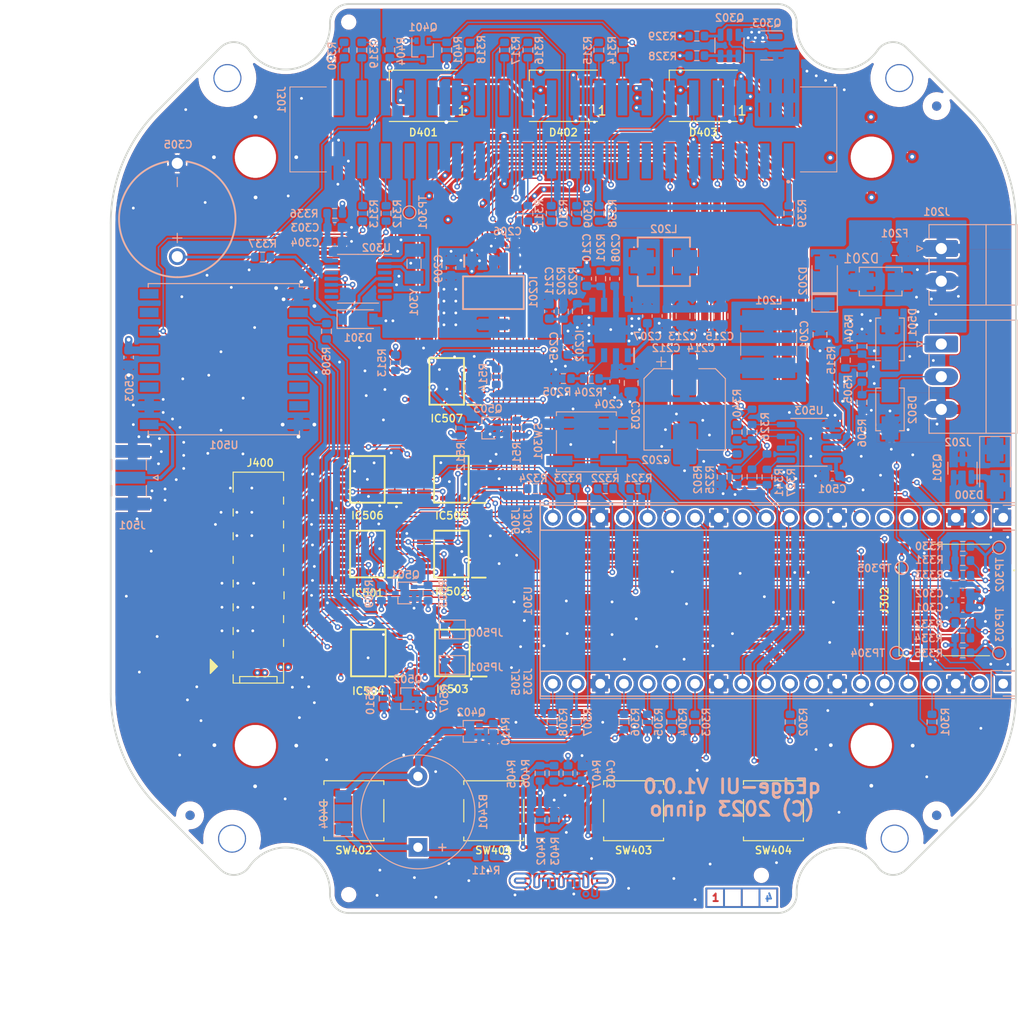
<source format=kicad_pcb>
(kicad_pcb (version 20211014) (generator pcbnew)
  (title_block (title "qEdge-UI") (date "13.02.2023") (rev "V1.0.0") (company "(C) 2023 qinno") (comment 1 "CYA") (comment 2 "17.02.2023") (comment 3 "MSC") (comment 4 "17.02.2023") (comment 5 "RWO") (comment 6 "-") (comment 7 "V1.0.0"))
  (layers (0 "F.Cu" signal) (1 "In1.Cu" signal) (2 "In2.Cu" signal) (31 "B.Cu" signal) (34 "B.Paste" user) (35 "F.Paste" user) (36 "B.SilkS" user "B.Silkscreen") (37 "F.SilkS" user "F.Silkscreen") (38 "B.Mask" user) (39 "F.Mask" user) (44 "Edge.Cuts" user))
  (net 0 "")
  (net 1 "GND")
  (net 2 "Net-(BZ401-Pad1)")
  (net 3 "Net-(BZ401-Pad2)")
  (net 4 "VCC")
  (net 5 "+5V")
  (net 6 "Net-(C207-Pad2)")
  (net 7 "Net-(C208-Pad1)")
  (net 8 "+3V3")
  (net 9 "/RPis, RTC, µSD/Key_ADC")
  (net 10 "/Connectors, Power supplies/V_IN_PROT")
  (net 11 "/Connectors, Power supplies/V_IN")
  (net 12 "Net-(D301-Pad1)")
  (net 13 "Net-(D401-Pad2)")
  (net 14 "/Comm. ifaces, Misc/RS485_A")
  (net 15 "/Comm. ifaces, Misc/RS485_B")
  (net 16 "/Comm. ifaces, Misc/Pico_SPI0_MOSI")
  (net 17 "/Comm. ifaces, Misc/4B_SPI0_MOSI")
  (net 18 "/Comm. ifaces, Misc/CTRL_SPI0#")
  (net 19 "/Comm. ifaces, Misc/4B_SPI0_MISO")
  (net 20 "/Comm. ifaces, Misc/Pico_SPI0_MISO")
  (net 21 "/Comm. ifaces, Misc/CTRL_SPI0")
  (net 22 "/Comm. ifaces, Misc/Pico_SPI0_SCK")
  (net 23 "/Comm. ifaces, Misc/4B_SPI0_SCK")
  (net 24 "/Comm. ifaces, Misc/4B_uSD_CS")
  (net 25 "/Comm. ifaces, Misc/uSD_CS")
  (net 26 "/Comm. ifaces, Misc/Pico_uSD_CS")
  (net 27 "/Comm. ifaces, Misc/CTRL_SPI1")
  (net 28 "/Comm. ifaces, Misc/Pico_SPI1_MOSI")
  (net 29 "/Comm. ifaces, Misc/LoRa_MOSI")
  (net 30 "/Comm. ifaces, Misc/4B_SPI1_MOSI")
  (net 31 "/Comm. ifaces, Misc/CTRL_SPI1#")
  (net 32 "/Comm. ifaces, Misc/4B_SPI1_MISO")
  (net 33 "/Comm. ifaces, Misc/LoRa_MISO")
  (net 34 "/Comm. ifaces, Misc/Pico_SPI1_MISO")
  (net 35 "/Comm. ifaces, Misc/Pico_SPI1_SCK")
  (net 36 "/Comm. ifaces, Misc/LoRa_SCK")
  (net 37 "/Comm. ifaces, Misc/4B_SPI1_SCK")
  (net 38 "/Comm. ifaces, Misc/4B_SPI1_CS")
  (net 39 "/Comm. ifaces, Misc/LoRa_CS")
  (net 40 "/Comm. ifaces, Misc/Pico_SPI1_CS")
  (net 41 "/Comm. ifaces, Misc/Pico_RTP_CS")
  (net 42 "/Comm. ifaces, Misc/RTP_CS")
  (net 43 "/Comm. ifaces, Misc/4B_RTP_CS")
  (net 44 "/Comm. ifaces, Misc/4B_LCD_CS")
  (net 45 "/Comm. ifaces, Misc/LCD_CS")
  (net 46 "/Comm. ifaces, Misc/LCD_DATA")
  (net 47 "/Comm. ifaces, Misc/4B_LCD_DATA")
  (net 48 "/Comm. ifaces, Misc/4B_LCD_LEDs")
  (net 49 "/Comm. ifaces, Misc/LCD_LEDs")
  (net 50 "/Comm. ifaces, Misc/I2C_SCL")
  (net 51 "/Comm. ifaces, Misc/4B_I2C0_SCL")
  (net 52 "/Comm. ifaces, Misc/4B_I2C0_SDA")
  (net 53 "/Comm. ifaces, Misc/I2C_SDA")
  (net 54 "Net-(IC507-Pad12)")
  (net 55 "Net-(J301-Pad1)")
  (net 56 "/RPis, RTC, µSD/5V0_RPI-4B")
  (net 57 "/RPis, RTC, µSD/4B_UART_RS485_TxD")
  (net 58 "/RPis, RTC, µSD/UART-4B_TxD-Pico_RxD")
  (net 59 "/RPis, RTC, µSD/UART-4B_RxD-Pico_TxD")
  (net 60 "/RPis, RTC, µSD/RGB_LED")
  (net 61 "Net-(J301-Pad17)")
  (net 62 "/RPis, RTC, µSD/4B_uSD_CS_T")
  (net 63 "/RPis, RTC, µSD/4B_SPI0_MOSI_T")
  (net 64 "/RPis, RTC, µSD/4B_SPI0_MISO_T")
  (net 65 "/RPis, RTC, µSD/4B_SPI0_CLK_T")
  (net 66 "/RPis, RTC, µSD/4B_SPI0_CE0#")
  (net 67 "/RPis, RTC, µSD/4B_SPI0_CE1#")
  (net 70 "/RPis, RTC, µSD/4B_UART_RS485_RxD")
  (net 71 "/RPis, RTC, µSD/4B_UART_RS485_EN")
  (net 72 "/RPis, RTC, µSD/4B_Buzzer")
  (net 73 "Net-(J301-Pad33)")
  (net 74 "/RPis, RTC, µSD/4B_SPI1_MISO_T")
  (net 75 "/RPis, RTC, µSD/LoRa_Int")
  (net 76 "/RPis, RTC, µSD/4B_SPI1_CS_T")
  (net 77 "/RPis, RTC, µSD/4B_SPI1_MOSI_T")
  (net 78 "/RPis, RTC, µSD/4B_SPI1_CLK_T")
  (net 79 "/RPis, RTC, µSD/uSD_DAT2")
  (net 80 "/RPis, RTC, µSD/uSD_SPI_MISO")
  (net 81 "/RPis, RTC, µSD/uSD_DAT1")
  (net 83 "/RPis, RTC, µSD/4B_RGB_LED")
  (net 84 "/Comm. ifaces, Misc/Multi_MOSI")
  (net 85 "/Comm. ifaces, Misc/Multi_MISO")
  (net 86 "/Comm. ifaces, Misc/Multi_SCK")
  (net 87 "Net-(Q302-Pad1)")
  (net 88 "Net-(Q302-Pad4)")
  (net 89 "/RPis, RTC, µSD/Buzzer")
  (net 90 "/RPis, RTC, µSD/Pico_RGB_LED")
  (net 91 "/RPis, RTC, µSD/Pico_uSD_CS_T")
  (net 92 "/RPis, RTC, µSD/Pico_SPI1_SCK_T")
  (net 93 "/RPis, RTC, µSD/Pico_SPI1_MOSI_T")
  (net 94 "/RPis, RTC, µSD/Pico_SPI1_MISO_T")
  (net 95 "/RPis, RTC, µSD/Pico_SPI1_CS_T")
  (net 96 "/RPis, RTC, µSD/Pico_Buzzer")
  (net 97 "/RPis, RTC, µSD/Pico_SPI0_MOSI_T")
  (net 98 "/RPis, RTC, µSD/Pico_SPI0_SCK_T")
  (net 99 "/RPis, RTC, µSD/Pico_SPI0_MISO_T")
  (net 100 "/RPis, RTC, µSD/Pico_UART_RS485_EN")
  (net 101 "/Comm. ifaces, Misc/UART_RS485_EN")
  (net 102 "/RPis, RTC, µSD/Pico_UART_RS485_TxD")
  (net 103 "/Comm. ifaces, Misc/UART_RS485_TxD")
  (net 104 "/RPis, RTC, µSD/Pico_UART_RS485_RxD")
  (net 105 "/Comm. ifaces, Misc/UART_RS485_RxD")
  (net 106 "/Comm. ifaces, Misc/LoRa_SPI_MISO")
  (net 110 "Net-(U302-Pad1)")
  (net 111 "Net-(U302-Pad2)")
  (net 126 "/RPis, RTC, µSD/Pico_LCD_DATA")
  (net 127 "/RPis, RTC, µSD/Pico_LCD_LEDs")
  (net 128 "/RPis, RTC, µSD/Pico_I2C0_SCL")
  (net 129 "/RPis, RTC, µSD/CTRL_I2C_Pico#")
  (net 130 "/RPis, RTC, µSD/Pico_I2C0_SDA")
  (net 131 "/RPis, RTC, µSD/Pico_VBUS")
  (net 132 "/RPis, RTC, µSD/Pico_VSYS")
  (net 133 "/RPis, RTC, µSD/Pico_RUN")
  (net 134 "Net-(C303-Pad1)")
  (net 135 "/RPis, RTC, µSD/Pico_LCD_CS_T")
  (net 136 "/Comm. ifaces, Misc/Pico_LCD_CS")
  (net 137 "Net-(D402-Pad2)")
  (net 139 "Net-(R402-Pad1)")
  (net 140 "Net-(R402-Pad2)")
  (net 141 "Net-(R405-Pad2)")
  (net 142 "/Comm. ifaces, Misc/LoRa_Antenna")
  (net 143 "/RPis, RTC, µSD/Pico_RTP_CS_T")
  (net 144 "Net-(R505-Pad1)")
  (net 145 "Net-(C305-Pad2)")
  (net 146 "Net-(J302-PadCD1)")
  (net 147 "Net-(J302-PadCD2)")
  (net 151 "/Connectors, Power supplies/SW_IC202")
  (net 152 "/Connectors, Power supplies/FB_IC202")
  (net 153 "/Connectors, Power supplies/VIN_IC202")
  (net 154 "/Connectors, Power supplies/SS_IC202")
  (net 155 "/Connectors, Power supplies/COMP_IC202")
  (net 156 "/Connectors, Power supplies/EN_IC202")
  (net 162 "Net-(D401-Pad4)")
  (footprint "qEdge-UI:NPTH_3mm_ID" (layer "F.Cu") (at 55.4 145.866776)
    (fp_text reference "H104" hide)
    (fp_text value "3mm_Mounting_Hole" hide)
  )
  (footprint "qEdge-UI:NPTH_3mm_ID" (layer "F.Cu") (at 126.9 64.366776)
    (fp_text reference "H106" hide)
    (fp_text value "3mm_Mounting_Hole" hide)
  )
  (footprint "qEdge-UI:NPTH_3mm_ID" (layer "F.Cu") (at 126.4 145.866776)
    (fp_text reference "H105" hide)
    (fp_text value "3mm_Mounting_Hole" hide)
  )
  (footprint "qEdge-UI:NPTH_3mm_ID" (layer "F.Cu") (at 54.9 64.366776)
    (fp_text reference "H107" hide)
    (fp_text value "3mm_Mounting_Hole" hide)
  )
  (footprint "LED_SMD:LED_WS2812B_PLCC4_5.0x5.0mm_P3.2mm" (layer "F.Cu") (at 75.9 66.266776 180)
    (fp_text reference "D401")
    (fp_text value "WS2812B" hide)
  )
  (footprint "Mounting_Wuerth:Mounting_Wuerth_WA-SMSI-M3_H10mm_9774100360" (layer "F.Cu") (at 123.9 135.886776)
    (fp_text reference "SPA102" hide)
    (fp_text value "Spacer_M3_L=10mm" hide)
  )
  (footprint "qEdge-UI:JLCSMT_ToolingHole" (layer "F.Cu") (at 112.118 149.797)
    (fp_text reference "H102" hide)
    (fp_text value "ToolingHole" hide)
  )
  (footprint "qEdge-UI:JLCSMT_ToolingHole" (layer "F.Cu") (at 67.9 58.366776)
    (fp_text reference "H103" hide)
    (fp_text value "ToolingHole" hide)
  )
  (footprint "qEdge-UI:SOP65P640X110-14N" (layer "F.Cu") (at 70 125.966776 180)
    (fp_text reference "IC504")
    (fp_text value "74HC4066PW" hide)
  )
  (footprint "Fiducial:Fiducial_1mm_Mask3mm" (layer "F.Cu") (at 130.9 143.366776)
    (fp_text reference "FID102" hide)
    (fp_text value "Fiducial" hide)
  )
  (footprint "Mounting_Wuerth:Mounting_Wuerth_WA-SMSI-M3_H10mm_9774100360" (layer "F.Cu") (at 123.9 72.846776)
    (fp_text reference "SPA103" hide)
    (fp_text value "Spacer_M3_L=10mm" hide)
  )
  (footprint "qEdge-UI:SOP65P640X110-14N" (layer "F.Cu") (at 78.9 115.366776 180)
    (fp_text reference "IC502")
    (fp_text value "74HC4066PW" hide)
  )
  (footprint "qEdge-UI:Wuerth_WR-MM_690367281676" (layer "F.Cu") (at 58.218 117.897 90)
    (fp_text reference "J400")
    (fp_text value "Wuerth_WR-MM_690367281676" hide)
  )
  (footprint "Button_Switch_SMD:SW_Push_1P1T_NO_CK_KSC6xxJ" (layer "F.Cu") (at 83.439 142.875)
    (fp_text reference "SW401")
    (fp_text value "KSC221J" hide)
  )
  (footprint "Mounting_Wuerth:Mounting_Wuerth_WA-SMSI-M3_H10mm_9774100360" (layer "F.Cu") (at 57.9 72.846776)
    (fp_text reference "SPA104" hide)
    (fp_text value "Spacer_M3_L=10mm" hide)
  )
  (footprint "LED_SMD:LED_WS2812B_PLCC4_5.0x5.0mm_P3.2mm" (layer "F.Cu") (at 90.9 66.266776 180)
    (fp_text reference "D402")
    (fp_text value "WS2812B" hide)
  )
  (footprint "qEdge-UI:SOP65P640X110-14N" (layer "F.Cu") (at 69.9 107.366776 180)
    (fp_text reference "IC506")
    (fp_text value "74HC4066PW" hide)
  )
  (footprint "Fiducial:Fiducial_1mm_Mask3mm" (layer "F.Cu") (at 50.9 143.366776)
    (fp_text reference "FID101" hide)
    (fp_text value "Fiducial" hide)
  )
  (footprint "qEdge-UI:SOP65P640X110-14N" (layer "F.Cu") (at 69.9 115.366776 180)
    (fp_text reference "IC501")
    (fp_text value "74HC4066PW" hide)
  )
  (footprint "qEdge-UI:SOP65P640X110-14N" (layer "F.Cu") (at 78.9 107.366776 180)
    (fp_text reference "IC505")
    (fp_text value "74HC4066PW" hide)
  )
  (footprint "Fiducial:Fiducial_1mm_Mask3mm" (layer "F.Cu") (at 130.9 67.366776)
    (fp_text reference "FID103" hide)
    (fp_text value "Fiducial" hide)
  )
  (footprint "qEdge-UI:JLCSMT_ToolingHole" (layer "F.Cu") (at 67.9 151.866776)
    (fp_text reference "H101" hide)
    (fp_text value "ToolingHole" hide)
  )
  (footprint "qEdge-UI:Amphenol_1140084168" (layer "F.Cu") (at 132.6 120.366776 90)
    (fp_text reference "J302")
    (fp_text value "1140084168" hide)
  )
  (footprint "qEdge-UI:SOP65P640X110-14N" (layer "F.Cu") (at 79 125.966776 180)
    (fp_text reference "IC503")
    (fp_text value "74HC4066PW" hide)
  )
  (footprint "Mounting_Wuerth:Mounting_Wuerth_WA-SMSI-M3_H10mm_9774100360" (layer "F.Cu") (at 57.9 135.886776)
    (fp_text reference "SPA101" hide)
    (fp_text value "Spacer_M3_L=10mm" hide)
  )
  (footprint "qEdge-UI:SOP65P640X110-14N" (layer "F.Cu") (at 78.4 96.866776 180)
    (fp_text reference "IC507")
    (fp_text value "74HC4066PW" hide)
  )
  (footprint "Button_Switch_SMD:SW_Push_1P1T_NO_CK_KSC6xxJ" (layer "F.Cu") (at 68.453 142.875)
    (fp_text reference "SW402")
    (fp_text value "KSC221J" hide)
  )
  (footprint "Symbol:OSHW-Logo2_9.8x8mm_Copper" (layer "F.Cu") (at 133.096 73.152)
    (fp_text reference "LOGO101" hide)
    (fp_text value "Logo_Open_Hardware_Small" hide)
  )
  (footprint "qEdge-UI:Logo-qinno-2" (layer "F.Cu") (at 90.918 150.897)
    (fp_text reference "LOGO102" hide)
    (fp_text value "qinno" hide)
  )
  (footprint "LED_SMD:LED_WS2812B_PLCC4_5.0x5.0mm_P3.2mm" (layer "F.Cu") (at 105.9 66.266776 180)
    (fp_text reference "D403")
    (fp_text value "WS2812B" hide)
  )
  (footprint "Button_Switch_SMD:SW_Push_1P1T_NO_CK_KSC6xxJ" (layer "F.Cu") (at 98.425 142.875)
    (fp_text reference "SW403")
    (fp_text value "KSC221J" hide)
  )
  (footprint "Button_Switch_SMD:SW_Push_1P1T_NO_CK_KSC6xxJ" (layer "F.Cu") (at 113.411 142.875)
    (fp_text reference "SW404")
    (fp_text value "KSC221J" hide)
  )
  (footprint "Resistor_SMD:R_0603_1608Metric" (layer "B.Cu") (at 88.4 143.866776 -90)
    (fp_text reference "R402")
    (fp_text value "1K" hide)
  )
  (footprint "Resistor_SMD:R_0603_1608Metric" (layer "B.Cu") (at 94.742 78.866776 90)
    (fp_text reference "R338")
    (fp_text value "0R" hide)
  )
  (footprint "Resistor_SMD:R_0603_1608Metric" (layer "B.Cu") (at 89.7 133.366776 90)
    (fp_text reference "R308")
    (fp_text value "22R" hide)
  )
  (footprint "Package_TO_SOT_SMD:SOT-23-6" (layer "B.Cu") (at 108.7 60.866776 90)
    (fp_text reference "Q302")
    (fp_text value "DMMT5401" hide)
  )
  (footprint "Package_TO_SOT_SMD:SOT-323_SC-70" (layer "B.Cu") (at 80.9 134.366776 180)
    (fp_text reference "Q402")
    (fp_text value "BSS138BKW" hide)
  )
  (footprint "Resistor_SMD:R_0603_1608Metric" (layer "B.Cu") (at 133.7 114.547)
    (fp_text reference "R330")
    (fp_text value "10K" hide)
  )
  (footprint "Resistor_SMD:R_0603_1608Metric" (layer "B.Cu") (at 85.9 101.866776 90)
    (fp_text reference "R511")
    (fp_text value "10K" hide)
  )
  (footprint "TestPoint:TestPoint_Pad_D1.0mm" (layer "B.Cu") (at 127.15 116.866776 90)
    (fp_text reference "TP305")
    (fp_text value "TestPoint" hide)
  )
  (footprint "Capacitor_SMD:C_0603_1608Metric" (layer "B.Cu") (at 93.4 85.866776 90)
    (fp_text reference "C210")
    (fp_text value "33p" hide)
  )
  (footprint "Capacitor_SMD:C_0805_2012Metric" (layer "B.Cu") (at 107.794683 89.866776 -90)
    (fp_text reference "C215")
    (fp_text value "22u" hide)
  )
  (footprint "Button_Switch_SMD:SW_Push_1P1T_NO_CK_KSC6xxJ" (layer "B.Cu") (at 93.366 103.346 180)
    (fp_text reference "SW301")
    (fp_text value "KSC221J" hide)
  )
  (footprint "Resistor_SMD:R_0603_1608Metric" (layer "B.Cu") (at 115.2 133.366776 90)
    (fp_text reference "R302")
    (fp_text value "22R" hide)
  )
  (footprint "Resistor_SMD:R_0603_1608Metric" (layer "B.Cu") (at 97.4 133.366776 90)
    (fp_text reference "R306")
    (fp_text value "22R" hide)
  )
  (footprint "qEdge-UI:0603_3-pin-Jumper" (layer "B.Cu") (at 111.118 101.497 90)
    (fp_text reference "R326")
    (fp_text value "0R-Jumper" hide)
  )
  (footprint "Package_TO_SOT_SMD:SOT-323_SC-70" (layer "B.Cu") (at 82.9 101.866776 180)
    (fp_text reference "Q503")
    (fp_text value "BSS138BKW" hide)
  )
  (footprint "Diode_SMD:D_SOD-128" (layer "B.Cu") (at 118.9 86.366776 90)
    (fp_text reference "D202")
    (fp_text value "PMEG6030EP" hide)
  )
  (footprint "Resistor_SMD:R_0603_1608Metric" (layer "B.Cu") (at 122.9 99.116776 -90)
    (fp_text reference "R506")
    (fp_text value "4K7" hide)
  )
  (footprint "Resistor_SMD:R_0603_1608Metric" (layer "B.Cu") (at 88.4 138.866776 90)
    (fp_text reference "R405")
    (fp_text value "680R" hide)
  )
  (footprint "Resistor_SMD:R_0805_2012Metric" (layer "B.Cu") (at 82.618 147.497 180)
    (fp_text reference "R411")
    (fp_text value "15R" hide)
  )
  (footprint "qEdge-UI:Murata_1255AY100MP3" (layer "B.Cu") (at 112.9 92.866776 -90)
    (fp_text reference "L201")
    (fp_text value "33u/1.5A" hide)
  )
  (footprint "Resistor_SMD:R_0603_1608Metric" (layer "B.Cu") (at 72.9 94.866776 -90)
    (fp_text reference "R513")
    (fp_text value "4K7" hide)
  )
  (footprint "Capacitor_SMD:C_0603_1608Metric" (layer "B.Cu") (at 92.9 138.866776 90)
    (fp_text reference "C403")
    (fp_text value "10n" hide)
  )
  (footprint "Resistor_SMD:R_0603_1608Metric" (layer "B.Cu") (at 122.9 93.116776 -90)
    (fp_text reference "R504")
    (fp_text value "4K7" hide)
  )
  (footprint "Package_SO:SOIC-8_3.9x4.9mm_P1.27mm" (layer "B.Cu") (at 117.218 103.397)
    (fp_text reference "U503")
    (fp_text value "SP3485CN" hide)
  )
  (footprint "Capacitor_SMD:C_0805_2012Metric" (layer "B.Cu") (at 103.727247 89.865732 -90)
    (fp_text reference "C213")
    (fp_text value "22u" hide)
  )
  (footprint "Resistor_SMD:R_0603_1608Metric" (layer "B.Cu") (at 105 133.366776 90)
    (fp_text reference "R303")
    (fp_text value "22R" hide)
  )
  (footprint "qEdge-UI:0603_3-pin-Jumper" (layer "B.Cu") (at 109.518 106.297 90)
    (fp_text reference "R325")
    (fp_text value "0R-Jumper" hide)
  )
  (footprint "qEdge-UI:0603_3-pin-Jumper" (layer "B.Cu") (at 112.718 106.297 90)
    (fp_text reference "R327")
    (fp_text value "0R-Jumper" hide)
  )
  (footprint "Resistor_SMD:R_0603_1608Metric" (layer "B.Cu") (at 115.062 78.866776 90)
    (fp_text reference "R339")
    (fp_text value "0R" hide)
  )
  (footprint "Buzzer_Beeper:Buzzer_12x9.5RM7.6" (layer "B.Cu") (at 75.318 146.797 90)
    (fp_text reference "BZ401")
    (fp_text value "KXG1205C" hide)
  )
  (footprint "Resistor_SMD:R_0603_1608Metric" (layer "B.Cu") (at 80.9 61.366776 90)
    (fp_text reference "R318")
    (fp_text value "100R" hide)
  )
  (footprint "Package_TO_SOT_SMD:SOT-23" (layer "B.Cu") (at 112.7 60.866776 180)
    (fp_text reference "Q303")
    (fp_text value "DMG2305UX" hide)
  )
  (footprint "Package_TO_SOT_SMD:SOT-23" (layer "B.Cu") (at 133.668 106.172 90)
    (fp_text reference "Q301")
    (fp_text value "DMG2305UX" hide)
  )
  (footprint "Resistor_SMD:R_0603_1608Metric" (layer "B.Cu") (at 89.6 78.866776 90)
    (fp_text reference "R310")
    (fp_text value "22R" hide)
  )
  (footprint "Resistor_SMD:R_0603_1608Metric" (layer "B.Cu") (at 109.518 102.297 -90)
    (fp_text reference "R340")
    (fp_text value "0R" hide)
  )
  (footprint "Resistor_SMD:R_0603_1608Metric" (layer "B.Cu") (at 76.7 130.866776 90)
    (fp_text reference "R507")
    (fp_text value "10K" hide)
  )
  (footprint "Resistor_SMD:R_0603_1608Metric" (layer "B.Cu") (at 94.7 61.366776 90)
    (fp_text reference "R315")
    (fp_text value "22R" hide)
  )
  (footprint "Resistor_SMD:R_0603_1608Metric" (layer "B.Cu") (at 58.668 83.547 180)
    (fp_text reference "R337")
    (fp_text value "130R" hide)
  )
  (footprint "Capacitor_SMD:C_0603_1608Metric" (layer "B.Cu") (at 133.7 121.1 180)
    (fp_text reference "C301")
    (fp_text value "10u" hide)
  )
  (footprint "Resistor_SMD:R_0603_1608Metric" (layer "B.Cu") (at 91.4 108.366776 180)
    (fp_text reference "R323")
    (fp_text value "22R" hide)
  )
  (footprint "Resistor_SMD:R_0603_1608Metric" (layer "B.Cu") (at 87.9 108.366776 180)
    (fp_text reference "R324")
    (fp_text value "22R" hide)
  )
  (footprint "Capacitor_SMD:C_0603_1608Metric" (layer "B.Cu") (at 84.9 82.042 180)
    (fp_text reference "C206")
    (fp_text value "10u" hide)
  )
  (footprint "Capacitor_SMD:C_0603_1608Metric" (layer "B.Cu") (at 133.7 119.547 180)
    (fp_text reference "C302")
    (fp_text value "100n" hide)
  )
  (footprint "Resistor_SMD:R_0603_1608Metric" (layer "B.Cu") (at 87.1 61.366776 90)
    (fp_text reference "R316")
    (fp_text value "22R" hide)
  )
  (footprint "Resistor_SMD:R_0603_1608Metric" (layer "B.Cu") (at 83.4 134.366776 -90)
    (fp_text reference "R410")
    (fp_text value "10K" hide)
  )
  (footprint "Resistor_SMD:R_0603_1608Metric" (layer "B.Cu") (at 105.2 59.866776 180)
    (fp_text reference "R329")
    (fp_text value "47K" hide)
  )
  (footprint "Capacitor_SMD:C_0603_1608Metric" (layer "B.Cu") (at 101.994975 89.859823 -90)
    (fp_text reference "C212")
    (fp_text value "100n" hide)
  )
  (footprint "qEdge-UI:D_SMA_bipolar" (layer "B.Cu") (at 125.9 99.866776 90)
    (fp_text reference "D502")
    (fp_text value "D_TVS" hide)
  )
  (footprint "Resistor_SMD:R_0603_1608Metric" (layer "B.Cu") (at 98.9 108.366776 180)
    (fp_text reference "R321")
    (fp_text value "22R" hide)
  )
  (footprint "Resistor_SMD:R_0603_1608Metric" (layer "B.Cu") (at 130.4 133.366776 90)
    (fp_text reference "R301")
    (fp_text value "100R" hide)
  )
  (footprint "Capacitor_SMD:C_0603_1608Metric" (layer "B.Cu") (at 96.4 96.866776 -90)
    (fp_text reference "C204")
    (fp_text value "100n" hide)
  )
  (footprint "TestPoint:TestPoint_Pad_D1.0mm" (layer "B.Cu") (at 137.6 114.666776 -90)
    (fp_text reference "TP302")
    (fp_text value "TestPoint" hide)
  )
  (footprint "Connector_Phoenix_MC:PhoenixContact_MC_1,5_2-G-3.5_1x02_P3.50mm_Horizontal" (layer "B.Cu") (at 131.3955 82.633 -90)
    (fp_text reference "J201")
    (fp_text value "Conn_01x02_Male" hide)
  )
  (footprint "Resistor_SMD:R_0603_1608Metric" (layer "B.Cu") (at 69.4 78.866776 90)
    (fp_text reference "R313")
    (fp_text value "22R" hide)
  )
  (footprint "Fiducial:Fiducial_1mm_Mask3mm" (layer "B.Cu") (at 50.9 143.366776 180)
    (fp_text reference "FID104" hide)
    (fp_text value "Fiducial" hide)
  )
  (footprint "Resistor_SMD:R_0603_1608Metric" (layer "B.Cu") (at 76.4 119.541776 90)
    (fp_text reference "R503")
    (fp_text value "10K" hide)
  )
  (footprint "qEdge-UI:SOIC127P600X163-9N" (layer "B.Cu") (at 95.9 91.366776 90)
    (fp_text reference "IC202")
    (fp_text value "AP64501SP-13" hide)
  )
  (footprint "Resistor_SMD:R_0603_1608Metric" (layer "B.Cu") (at 92.3 133.366776 90)
    (fp_text reference "R307")
    (fp_text value "100R" hide)
  )
  (footprint "Resistor_SMD:R_0603_1608Metric" (layer "B.Cu") (at 71.7 130.866776 90)
    (fp_text reference "R510")
    (fp_text value "10K" hide)
  )
  (footprint "Connector_PinSocket_2.54mm:PinSocket_1x20_P2.54mm_Vertical" (layer "B.Cu") (at 138.03 129.256776 90)
    (fp_text reference "J305")
    (fp_text value "Conn_01x20_Female" hide)
  )
  (footprint "Resistor_SMD:R_0603_1608Metric" (layer "B.Cu") (at 90.9 89.366776 -90)
    (fp_text reference "R202")
    (fp_text value "115K" hide)
  )
  (footprint "Capacitor_SMD:C_0603_1608Metric" (layer "B.Cu") (at 78.867 84.709 90)
    (fp_text reference "C209")
    (fp_text value "10u" hide)
  )
  (footprint "TestPoint:TestPoint_Pad_D1.0mm" (layer "B.Cu") (at 137.6 125.984 90)
    (fp_text reference "TP303")
    (fp_text value "TestPoint" hide)
  )
  (footprint "Package_SO:TSSOP-14_4.4x5mm_P0.65mm" (layer "B.Cu") (at 68.9 85.866776 180)
    (fp_text reference "U302")
    (fp_text value "PCF8523TS" hide)
  )
  (footprint "TestPoint:TestPoint_Pad_D1.0mm" (layer "B.Cu") (at 126.6 125.966776 90)
    (fp_text reference "TP304")
    (fp_text value "TestPoint" hide)
  )
  (footprint "Resistor_SMD:R_0603_1608Metric" (layer "B.Cu") (at 102.5 133.366776 90)
    (fp_text reference "R304")
    (fp_text value "22R" hide)
  )
  (footprint "qEdge-UI:Wuerth_WR-BHD_61234020621" (layer "B.Cu") (at 90.9 69.866776 180)
    (fp_text reference "J301")
    (fp_text value "RPi-4B_HAT" hide)
  )
  (footprint "Capacitor_SMD:C_0603_1608Metric" (layer "B.Cu") (at 96.4 85.866776 -90)
    (fp_text reference "C208")
    (fp_text value "2n7" hide)
  )
  (footprint "qEdge-UI:RPi-Pico_THT_wo_Debug" (layer "B.Cu") (at 113.9 120.366776 90)
    (fp_text reference "U301")
    (fp_text value "RPi-Pico" hide)
  )
  (footprint "qEdge-UI:Abracon_ASPI0530LR3R3MT2" (layer "B.Cu") (at 101.668 84.047)
    (fp_text reference "L202")
    (fp_text value "3u3/5.0A" hide)
  )
  (footprint "Resistor_SMD:R_0603_1608Metric" (layer "B.Cu") (at 89.9 138.866776 -90)
    (fp_text reference "R406")
    (fp_text value "390R" hide)
  )
  (footprint "Resistor_SMD:R_0603_1608Metric" (layer "B.Cu") (at 133.7 124.366776)
    (fp_text reference "R334")
    (fp_text value "10K" hide)
  )
  (footprint "Capacitor_SMD:C_0603_1608Metric" (layer "B.Cu") (at 91.4 93.216776 90)
    (fp_text reference "C205")
    (fp_text value "10n" hide)
  )
  (footprint "Resistor_SMD:R_0603_1608Metric" (layer "B.Cu") (at 95.4 108.366776 180)
    (fp_text reference "R322")
    (fp_text value "22R" hide)
  )
  (footprint "Resistor_SMD:R_0603_1608Metric" (layer "B.Cu") (at 91.4 138.866776 -90)
    (fp_text reference "R407")
    (fp_text value "3K3" hide)
  )
  (footprint "Resistor_SMD:R_0603_1608Metric" (layer "B.Cu") (at 122.9 96.116776 -90)
    (fp_text reference "R505")
    (fp_text value "56R" hide)
  )
  (footprint "qEdge-UI:Logo-qinno-2" (layer "B.Cu") (at 90.436084 150.897 180)
    (fp_text reference "LOGO103" hide)
    (fp_text value "qinno" hide)
  )
  (footprint "Fiducial:Fiducial_1mm_Mask3mm" (layer "B.Cu") (at 130.9 143.366776 180)
    (fp_text reference "FID105" hide)
    (fp_text value "Fiducial" hide)
  )
  (footprint "Resistor_SMD:R_0603_1608Metric" (layer "B.Cu") (at 97.3 61.366776 90)
    (fp_text reference "R314")
    (fp_text value "100R" hide)
  )
  (footprint "Resistor_SMD:R_0603_1608Metric" (layer "B.Cu") (at 71.4 119.541776 90)
    (fp_text reference "R509")
    (fp_text value "10K" hide)
  )
  (footprint "Capacitor_SMD:C_0603_1608Metric" (layer "B.Cu") (at 89.4 89.366776 -90)
    (fp_text reference "C211")
    (fp_text value "100p" hide)
  )
  (footprint "Package_TO_SOT_SMD:SOT-323_SC-70" (layer "B.Cu") (at 73.9 119.541776 180)
    (fp_text reference "Q501")
    (fp_text value "BSS138BKW" hide)
  )
  (footprint "Resistor_SMD:R_0603_1608Metric" (layer "B.Cu") (at 69.3 61.366776 90)
    (fp_text reference "R319")
    (fp_text value "22R" hide)
  )
  (footprint "Diode_SMD:D_MiniMELF" (layer "B.Cu") (at 67.318 143.097 90)
    (fp_text reference "D404")
    (fp_text value "BAS32L" hide)
  )
  (footprint "Resistor_SMD:R_0603_1608Metric" (layer "B.Cu") (at 105.2 61.966776 180)
    (fp_text reference "R328")
    (fp_text value "10K" hide)
  )
  (footprint "qEdge-UI:SOT230P700X180-4N" (layer "B.Cu") (at 83.4 87.366776 -90)
    (fp_text reference "IC201")
    (fp_text value "NCP1117ST33T3G" hide)
  )
  (footprint "Capacitor_SMD:C_0805_2012Metric" (layer "B.Cu") (at 98.168 97.047 -90)
    (fp_text reference "C203")
    (fp_text value "10u" hide)
  )
  (footprint "Resistor_SMD:R_0603_1608Metric" (layer "B.Cu") (at 93.9 96.566776 180)
    (fp_text reference "R204")
    (fp_text value "59K" hide)
  )
  (footprint "Capacitor_SMD:C_0805_2012Metric" (layer "B.Cu") (at 105.742591 89.866776 -90)
    (fp_text reference "C214")
    (fp_text value "22u" hide)
  )
  (footprint "Resistor_SMD:R_0603_1608Metric" (layer "B.Cu") (at 111.118 107.097 -90)
    (fp_text reference "R341")
    (fp_text value "0R" hide)
  )
  (footprint "Resistor_SMD:R_0603_1608Metric" (layer "B.Cu") (at 87.1 78.866776 90)
    (fp_text reference "R311")
    (fp_text value "22R" hide)
  )
  (footprint "Capacitor_SMD:C_0805_2012Metric" (layer "B.Cu") (at 118.4 91.866776 -90)
    (fp_text reference "C201")
    (fp_text value "10u" hide)
  )
  (footprint "Diode_SMD:D_SOD-123" (layer "B.Cu") (at 68.9 90.197)
    (fp_text reference "D301")
    (fp_text value "1N4148W" hide)
  )
  (footprint "Resistor_SMD:R_0603_1608Metric" (layer "B.Cu") (at 107.918 107.097 -90)
    (fp_text reference "R502")
    (fp_text value "10K" hide)
  )
  (footprint "Capacitor_SMD:C_0603_1608Metric" (layer "B.Cu") (at 99.9 89.866776 -90)
    (fp_text reference "C207")
    (fp_text value "100n" hide)
  )
  (footprint "Package_TO_SOT_SMD:SOT-323_SC-70" (layer "B.Cu") (at 75.818 61.366776 -90)
    (fp_text reference "Q401")
    (fp_text value "BSS138BKW" hide)
  )
  (footprint "Resistor_SMD:R_0603_1608Metric" (layer "B.Cu") (at 78.4 61.366776 90)
    (fp_text reference "R401")
    (fp_text value "10K" hide)
  )
  (footprint "Capacitor_SMD:CP_Elec_8x10.5" (layer "B.Cu") (at 103.9 99.866776 -90)
    (fp_text reference "C202")
    (fp_text value "100u/50V" hide)
  )
  (footprint "Capacitor_SMD:C_0603_1608Metric" (layer "B.Cu") (at 119.718 106.997 180)
    (fp_text reference "C501")
    (fp_text value "100n" hide)
  )
  (footprint "Capacitor_SMD:C_0603_1608Metric" (layer "B.Cu") (at 44.318 94.297 -90)
    (fp_text reference "C503")
    (fp_text value "100n" hide)
  )
  (footprint "Fuse:Fuse_0805_2012Metric" (layer "B.Cu") (at 126.4 82.666776 180)
    (fp_text reference "F201")
    (fp_text value "F0805B3R00FSTR" hide)
  )
  (footprint "Resistor_SMD:R_0603_1608Metric" (layer "B.Cu") (at 90.9 96.566776 180)
    (fp_text reference "R205")
    (fp_text value "7K87" hide)
  )
  (footprint "Resistor_SMD:R_0603_1608Metric" (layer "B.Cu") (at 133.7 117.639997)
    (fp_text reference "R333")
    (fp_text value "10K" hide)
  )
  (footprint "Resistor_SMD:R_0603_1608Metric" (layer "B.Cu") (at 84.6 61.366776 90)
    (fp_text reference "R317")
    (fp_text value "22R" hide)
  )
  (footprint "Fiducial:Fiducial_1mm_Mask3mm" (layer "B.Cu") (at 130.9 67.366776 180)
    (fp_text reference "FID106" hide)
    (fp_text value "Fiducial" hide)
  )
  (footprint "Resistor_SMD:R_0603_1608Metric" (layer "B.Cu") (at 89.9 143.866776 90)
    (fp_text reference "R403")
    (fp_text value "100R" hide)
  )
  (footprint "TestPoint:TestPoint_Pad_D1.0mm" (layer "B.Cu") (at 74.4 78.766776 90)
    (fp_text reference "TP301")
    (fp_text value "TestPoint" hide)
  )
  (footprint "Resistor_SMD:R_0603_1608Metric" (layer "B.Cu") (at 67.4 61.366776 90)
    (fp_text reference "R320")
    (fp_text value "22R" hide)
  )
  (footprint "Resistor_SMD:R_0603_1608Metric" (layer "B.Cu") (at 66.4 78.866776 180)
    (fp_text reference "R336")
    (fp_text value "1K" hide)
  )
  (footprint "Resistor_SMD:R_0603_1608Metric" (layer "B.Cu") (at 92.318 78.866776 90)
    (fp_text reference "R309")
    (fp_text value "22R" hide)
  )
  (footprint "Resistor_SMD:R_0603_1608Metric" (layer "B.Cu") (at 65.518 91.497 -90)
    (fp_text reference "R508")
    (fp_text value "22R" hide)
  )
  (footprint "Resistor_SMD:R_0603_1608Metric" (layer "B.Cu") (at 99.9 133.366776 90)
    (fp_text reference "R305")
    (fp_text value "22R" hide)
  )
  (footprint "Capacitor_SMD:C_0603_1608Metric" (layer "B.Cu") (at 66.4 81.866776)
    (fp_text reference "C304")
    (fp_text value "100n" hide)
  )
  (footprint "Resistor_SMD:R_0603_1608Metric" (layer "B.Cu") (at 133.7 116.066776)
    (fp_text reference "R331")
    (fp_text value "10K" hide)
  )
  (footprint "qEdge-UI:D_SMA_bipolar" (layer "B.Cu") (at 124.9 86.166776 180)
    (fp_text reference "D201")
    (fp_text value "SMAJ26CA" hide)
  )
  (footprint "Resistor_SMD:R_0603_1608Metric" (layer "B.Cu") (at 79.9 101.866776 90)
    (fp_text reference "R512")
    (fp_text value "10K" hide)
  )
  (footprint "qEdge-UI:Elna_DX5R5H104U" (layer "B.Cu") (at 49.53 79.502 -90)
    (fp_text reference "C305")
    (fp_text value "0.1F/5.5V" hide)
  )
  (footprint "Resistor_SMD:R_0603_1608Metric" (layer "B.Cu") (at 83.718 96.366776 -90)
    (fp_text reference "R514")
    (fp_text value "4K7" hide)
  )
  (footprint "Jumper:SolderJumper-2_P1.3mm_Open_TrianglePad1.0x1.5mm" (layer "B.Cu") (at 78.994 123.444 180)
    (fp_text reference "JP500")
    (fp_text value "SolderJumper_2_Open" hide)
  )
  (footprint "Resistor_SMD:R_0603_1608Metric" (layer "B.Cu") (at 92.4 89.366776 -90)
    (fp_text reference "R203")
    (fp_text value "22K1" hide)
  )
  (footprint "Connector_PinHeader_2.54mm:PinHeader_1x20_P2.54mm_Vertical" (layer "B.Cu") (at 138.03 111.476776 90)
    (fp_text reference "J304")
    (fp_text value "Conn_01x20_Male" hide)
  )
  (footprint "Resistor_SMD:R_0603_1608Metric" (layer "B.Cu") (at 72.3 61.366776 -90)
    (fp_text reference "R404")
    (fp_text value "4K7" hide)
  )
  (footprint "Resistor_SMD:R_0603_1608Metric" (layer "B.Cu") (at 133.7 122.797)
    (fp_text reference "R332")
    (fp_text value "22R" hide)
  )
  (footprint "Capacitor_SMD:C_0603_1608Metric" (layer "B.Cu") (at 66.4 80.366776)
    (fp_text reference "C303")
    (fp_text value "3u3" hide)
  )
  (footprint "Connector_Phoenix_MC:PhoenixContact_MC_1,5_3-G-3.5_1x03_P3.50mm_Horizontal" (layer "B.Cu") (at 131.3955 92.866776 -90)
    (fp_text reference "J202")
    (fp_text value "Conn_01x03_Male" hide)
  )
  (footprint "Resistor_SMD:R_0603_1608Metric" (layer "B.Cu") (at 94.9 85.866776 90)
    (fp_text reference "R201")
    (fp_text value "15K8" hide)
  )
  (footprint "Resistor_SMD:R_0603_1608Metric" (layer "B.Cu") (at 71.9 78.866776 90)
    (fp_text reference "R312")
    (fp_text value "22R" hide)
  )
  (footprint "qEdge-UI:HopeRF_RFM95W-868S2" (layer "B.Cu") (at 54.518 94.488 180)
    (fp_text reference "U501")
    (fp_text value "RFM95W-868S2" hide)
  )
  (footprint "qEdge-UI:MicroCrystal_CM7V32768TBQA020" (layer "B.Cu") (at 74.9 84.266776 90)
    (fp_text reference "Y301")
    (fp_text value "32.768kHz" hide)
  )
  (footprint "Connector_PinSocket_2.54mm:PinSocket_1x20_P2.54mm_Vertical" (layer "B.Cu") (at 138.03 111.476776 90)
    (fp_text reference "J306")
    (fp_text value "Conn_01x20_Female" hide)
  )
  (footprint "Resistor_SMD:R_0603_1608Metric" (layer "B.Cu") (at 133.7 125.954849)
    (fp_text reference "R335")
    (fp_text value "10K" hide)
  )
  (footprint "Diode_SMD:D_SMA" (layer "B.Cu") (at 137.16 106.172 -90)
    (fp_text reference "D300")
    (fp_text value "SSA34-E3/61T" hide)
  )
  (footprint "Connector_PinHeader_2.54mm:PinHeader_1x20_P2.54mm_Vertical" (layer "B.Cu") (at 138.03 129.256776 90)
    (fp_text reference "J303")
    (fp_text value "Conn_01x20_Male" hide)
  )
  (footprint "Package_TO_SOT_SMD:SOT-323_SC-70" (layer "B.Cu") (at 74.2 130.866776 180)
    (fp_text reference "Q502")
    (fp_text value "BSS138BKW" hide)
  )
  (footprint "qEdge-UI:D_SMA_bipolar" (layer "B.Cu") (at 125.9 92.366776 90)
    (fp_text reference "D501")
    (fp_text value "D_TVS" hide)
  )
  (footprint "Resistor_SMD:R_0603_1608Metric" (layer "B.Cu") (at 121.118 94.597 -90)
    (fp_text reference "R515")
    (fp_text value "56R" hide)
  )
  (footprint "qEdge-UI:Samtec_SMA-J-P-X-ST-EM1" (layer "B.Cu") (at 44.503 107.187 90)
    (fp_text reference "J501")
    (fp_text value "SMA_EdgeMount" hide)
  )
  (footprint "Jumper:SolderJumper-2_P1.3mm_Open_TrianglePad1.0x1.5mm" (layer "B.Cu") (at 78.994 127.254 180)
    (fp_text reference "JP501")
    (fp_text value "SolderJumper_2_Open" hide)
  )
  (gr_line (start 106.218 151.197) (end 113.818 151.197) (layer "F.Cu") (width 0.2))
  (gr_line (start 110.018 151.197) (end 110.018 153.197) (layer "F.Cu") (width 0.2))
  (gr_line (start 113.818 151.197) (end 113.818 153.197) (layer "F.Cu") (width 0.2))
  (gr_line (start 106.218 153.197) (end 106.218 151.197) (layer "F.Cu") (width 0.2))
  (gr_line (start 111.918 151.197) (end 111.918 153.197) (layer "F.Cu") (width 0.2))
  (gr_line (start 108.118 151.197) (end 108.118 153.197) (layer "F.Cu") (width 0.2))
  (gr_line (start 113.818 153.197) (end 106.218 153.197) (layer "F.Cu") (width 0.2))
  (gr_line (start 113.818 153.197) (end 106.218 153.197) (layer "B.Cu") (width 0.2))
  (gr_line (start 113.818 151.197) (end 113.818 153.197) (layer "B.Cu") (width 0.2))
  (gr_line (start 108.118 151.197) (end 108.118 153.197) (layer "B.Cu") (width 0.2))
  (gr_line (start 110.018 151.197) (end 110.018 153.197) (layer "B.Cu") (width 0.2))
  (gr_line (start 106.218 151.197) (end 113.818 151.197) (layer "B.Cu") (width 0.2))
  (gr_line (start 111.918 151.197) (end 111.918 153.197) (layer "B.Cu") (width 0.2))
  (gr_line (start 106.218 153.197) (end 106.218 151.197) (layer "B.Cu") (width 0.2))
  (gr_arc (start 113.90752 56.433335) (mid 115.349315 57.047251) (end 115.905968 58.512106) (layer "Edge.Cuts") (width 0.2))
  (gr_arc (start 54.205183 61.052555) (mid 55.791383 60.520777) (end 57.226697 61.380249) (layer "Edge.Cuts") (width 0.2))
  (gr_arc (start 57.226697 148.887503) (mid 62.639977 147.059057) (end 65.894032 151.755646) (layer "Edge.Cuts") (width 0.2))
  (gr_arc (start 127.988792 148.832296) (mid 127.793352 149.025338) (end 127.594817 149.215197) (layer "Edge.Cuts") (width 0.2))
  (gr_arc (start 67.89248 153.834418) (mid 66.450686 153.220501) (end 65.894032 151.755646) (layer "Edge.Cuts") (width 0.2))
  (gr_arc (start 57.226697 148.887503) (mid 55.791383 149.746976) (end 54.205183 149.215197) (layer "Edge.Cuts") (width 0.2))
  (gr_arc (start 54.205183 149.215197) (mid 54.006649 149.025338) (end 53.811209 148.832296) (layer "Edge.Cuts") (width 0.2))
  (gr_line (start 42.4 79.912908) (end 42.4 130.354844) (layer "Edge.Cuts") (width 0.2))
  (gr_arc (start 134.443709 67.91503) (mid 138.112146 73.422263) (end 139.4 79.912908) (layer "Edge.Cuts") (width 0.2))
  (gr_arc (start 47.356292 142.352723) (mid 43.687855 136.84549) (end 42.4 130.354844) (layer "Edge.Cuts") (width 0.2))
  (gr_arc (start 124.573304 61.380249) (mid 119.160023 63.208696) (end 115.905968 58.512106) (layer "Edge.Cuts") (width 0.2))
  (gr_line (start 47.356292 142.352723) (end 53.811209 148.832296) (layer "Edge.Cuts") (width 0.2))
  (gr_arc (start 65.894032 58.512106) (mid 66.450686 57.047251) (end 67.89248 56.433335) (layer "Edge.Cuts") (width 0.2))
  (gr_line (start 134.443709 67.91503) (end 127.988792 61.435456) (layer "Edge.Cuts") (width 0.2))
  (gr_line (start 139.4 130.354844) (end 139.4 79.912908) (layer "Edge.Cuts") (width 0.2))
  (gr_arc (start 53.811209 61.435456) (mid 54.006649 61.242414) (end 54.205183 61.052555) (layer "Edge.Cuts") (width 0.2))
  (gr_line (start 53.811209 61.435456) (end 47.356292 67.91503) (layer "Edge.Cuts") (width 0.2))
  (gr_arc (start 139.4 130.354844) (mid 138.112146 136.84549) (end 134.443709 142.352723) (layer "Edge.Cuts") (width 0.2))
  (gr_arc (start 115.905968 151.755646) (mid 119.160023 147.059057) (end 124.573304 148.887503) (layer "Edge.Cuts") (width 0.2))
  (gr_arc (start 124.573304 61.380249) (mid 126.008617 60.520777) (end 127.594817 61.052555) (layer "Edge.Cuts") (width 0.2))
  (gr_line (start 67.89248 153.834418) (end 113.90752 153.834418) (layer "Edge.Cuts") (width 0.2))
  (gr_line (start 127.988792 148.832296) (end 134.443709 142.352723) (layer "Edge.Cuts") (width 0.2))
  (gr_arc (start 65.894032 58.512106) (mid 62.639978 63.208697) (end 57.226697 61.380249) (layer "Edge.Cuts") (width 0.2))
  (gr_arc (start 115.905968 151.755646) (mid 115.349315 153.220502) (end 113.90752 153.834418) (layer "Edge.Cuts") (width 0.2))
  (gr_arc (start 127.594817 149.215197) (mid 126.008617 149.746976) (end 124.573304 148.887503) (layer "Edge.Cuts") (width 0.2))
  (gr_arc (start 127.594817 61.052555) (mid 127.793352 61.242414) (end 127.988792 61.435456) (layer "Edge.Cuts") (width 0.2))
  (gr_arc (start 42.4 79.912908) (mid 43.687855 73.422263) (end 47.356292 67.91503) (layer "Edge.Cuts") (width 0.2))
  (gr_line (start 113.90752 56.433335) (end 67.89248 56.433335) (layer "Edge.Cuts") (width 0.2))
  (gr_text "1" (at 107.218 152.197) (layer "F.Cu") (effects (font (size 0.8 0.8) (thickness 0.2))))
  (gr_text "4" (at 112.918 152.197) (layer "B.Cu") (effects (font (size 0.8 0.8) (thickness 0.2)) (justify mirror)))
  (gr_text "qEdge-UI V1.0.0\n(C) 2023 qinno" (at 108.966 141.478) (layer "B.SilkS") (effects (font (size 1.5 1.5) (thickness 0.3)) (justify mirror)))
  (segment (start 72.838 113.416776) (end 73.875 113.416776) (width 0.3) (layer "F.Cu") (net 1))
  (segment (start 126.968 135.897) (end 128.310224 135.897) (width 0.8) (layer "F.Cu") (net 1))
  (segment (start 72.838 104.913184) (end 72.456175 104.531359) (width 0.3) (layer "F.Cu") (net 1))
  (segment (start 60.918 135.897) (end 62.260224 135.897) (width 0.8) (layer "F.Cu") (net 1))
  (segment (start 123.868 69.897) (end 123.868 68.554776) (width 0.8) (layer "F.Cu") (net 1))
  (segment (start 123.918 132.847) (end 123.918 131.504776) (width 0.8) (layer "F.Cu") (net 1))
  (segment (start 57.918 69.897) (end 57.918 68.554776) (width 0.8) (layer "F.Cu") (net 1))
  (segment (start 71.618 123.997) (end 72.918224 123.997) (width 0.3) (layer "F.Cu") (net 1))
  (segment (start 137.725 126.141776) (end 137.725 126.655) (width 0.7) (layer "F.Cu") (net 1))
  (segment (start 138.313224 113.566776) (end 137.725 114.155) (width 0.6) (layer "F.Cu") (net 1))
  (segment (start 81.838 105.416776) (end 83.075 105.416776) (width 0.3) (layer "F.Cu") (net 1))
  (segment (start 59.328224 132.936776) (end 60.118 132.147) (width 0.8) (layer "F.Cu") (net 1))
  (segment (start 130.225 126.266776) (end 130.225 127.166776) (width 0.6) (layer "F.Cu") (net 1))
  (segment (start 138.518 113.566776) (end 138.313224 113.566776) (width 0.6) (layer "F.Cu") (net 1))
  (segment (start 137.725 114.155) (end 137.725 114.641776) (width 0.6) (layer "F.Cu") (net 1))
  (segment (start 57.9 132.936776) (end 59.328224 132.936776) (width 0.8) (layer "F.Cu") (net 1))
  (segment (start 137.725 126.655) (end 137.213224 127.166776) (width 0.7) (layer "F.Cu") (net 1))
  (segment (start 103.45 64.666776) (end 103.45 65.666776) (width 0.8) (layer "F.Cu") (net 1))
  (segment (start 81.338 94.203776) (end 81.35 94.191776) (width 0.3) (layer "F.Cu") (net 1))
  (segment (start 81.338 94.916776) (end 81.338 94.203776) (width 0.3) (layer "F.Cu") (net 1))
  (segment (start 126.918 72.797) (end 128.260224 72.797) (width 0.8) (layer "F.Cu") (net 1))
  (segment (start 120.918 135.847) (end 119.575776 135.847) (width 0.8) (layer "F.Cu") (net 1))
  (segment (start 120.868 72.897) (end 119.525776 72.897) (width 0.8) (layer "F.Cu") (net 1))
  (segment (start 60.918 72.847) (end 62.260224 72.847) (width 0.8) (layer "F.Cu") (net 1))
  (segment (start 72.838 105.416776) (end 72.838 104.913184) (width 0.3) (layer "F.Cu") (net 1))
  (segment (start 137.066776 113.566776) (end 136.7 113.566776) (width 0.6) (layer "F.Cu") (net 1))
  (segment (start 138.518 127.197) (end 138.397 127.197) (width 0.7) (layer "F.Cu") (net 1))
  (segment (start 72.918224 123.997) (end 72.938 124.016776) (width 0.3) (layer "F.Cu") (net 1))
  (segment (start 137.213224 127.166776) (end 136.7 127.166776) (width 0.7) (layer "F.Cu") (net 1))
  (segment (start 54.818 72.847) (end 53.475776 72.847) (width 0.8) (layer "F.Cu") (net 1))
  (segment (start 54.868 135.847) (end 53.525776 135.847) (width 0.8) (layer "F.Cu") (net 1))
  (segment (start 81.838 113.416776) (end 83.075 113.416776) (width 0.3) (layer "F.Cu") (net 1))
  (segment (start 88.45 64.666776) (end 88.45 65.666776) (width 0.6) (layer "F.Cu") (net 1))
  (segment (start 57.918 75.797) (end 57.918 77.139224) (width 0.8) (layer "F.Cu") (net 1))
  (segment (start 137.725 114.225) (end 137.066776 113.566776) (width 0.6) (layer "F.Cu") (net 1))
  (segment (start 137.95 122.591776) (end 136.125 122.591776) (width 0.7) (layer "F.Cu") (net 1))
  (segment (start 60.118 132.147) (end 61.868 132.147) (width 0.8) (layer "F.Cu") (net 1))
  (segment (start 61.868 132.147) (end 62.618 132.897) (width 0.8) (layer "F.Cu") (net 1))
  (segment (start 123.918 75.797) (end 123.918 77.139224) (width 0.8) (layer "F.Cu") (net 1))
  (segment (start 129.575 114.316776) (end 129.575 115.266776) (width 0.6) (layer "F.Cu") (net 1))
  (segment (start 57.868 138.897) (end 57.868 140.239224) (width 0.8) (layer "F.Cu") (net 1))
  (segment (start 138.397 127.197) (end 137.725 126.525) (width 0.7) (layer "F.Cu") (net 1))
  (segment (start 123.9 138.836776) (end 123.9 140.179) (width 0.8) (layer "F.Cu") (net 1))
  (segment (start 81.938 124.016776) (end 81.938 123.312) (width 0.3) (layer "F.Cu") (net 1))
  (segment (start 73.45 64.666776) (end 73.45 65.791776) (width 0.8) (layer "F.Cu") (net 1))
  (segment (start 73.875 113.416776) (end 74.125 113.166776) (width 0.3) (layer "F.Cu") (net 1))
  (segment (start 81.938 123.312) (end 81.95 123.3) (width 0.3) (layer "F.Cu") (net 1))
  (via (at 120.818 98.997) (size 0.6) (drill 0.3) (layers "F.Cu" "B.Cu") (net 1))
  (via (at 70.94 151.94) (size 0.6) (drill 0.3) (layers "F.Cu" "B.Cu") (net 1))
  (via (at 104.84 70.94) (size 0.6) (drill 0.3) (layers "F.Cu" "B.Cu") (net 1))
  (via (at 85.618 120.497) (size 0.6) (drill 0.3) (layers "F.Cu" "B.Cu") (net 1))
  (via (at 50.218 104.797) (size 0.6) (drill 0.3) (layers "F.Cu" "B.Cu") (net 1))
  (via (at 103.4 61.966776) (size 0.6) (drill 0.3) (layers "F.Cu" "B.Cu") (net 1))
  (via (at 62.822823 86.192916) (size 0.8) (drill 0.4) (layers "F.Cu" "B.Cu") (net 1))
  (via (at 130.81 89.662) (size 0.6) (drill 0.3) (layers "F.Cu" "B.Cu") (net 1))
  (via (at 62.924517 128.578017) (size 0.6) (drill 0.3) (layers "F.Cu" "B.Cu") (net 1))
  (via (at 117.418 104.897) (size 0.6) (drill 0.3) (layers "F.Cu" "B.Cu") (net 1))
  (via (at 50.434053 67.745895) (size 0.6) (drill 0.3) (layers "F.Cu" "B.Cu") (net 1))
  (via (at 124.118 95.297) (size 0.6) (drill 0.3) (layers "F.Cu" "B.Cu") (net 1))
  (via (at 138.518 113.566776) (size 0.6) (drill 0.3) (layers "F.Cu" "B.Cu") (net 1))
  (via (at 124.88657 106.923792) (size 0.6) (drill 0.3) (layers "F.Cu" "B.Cu") (net 1))
  (via (at 77.24 152.14) (size 0.6) (drill 0.3) (layers "F.Cu" "B.Cu") (net 1))
  (via (at 45.466 128.016) (size 0.6) (drill 0.3) (layers "F.Cu" "B.Cu") (net 1))
  (via (at 57.918 77.157224) (size 0.8) (drill 0.4) (layers "F.Cu" "B.Cu") (net 1))
  (via (at 49.418 107.397) (size 0.6) (drill 0.3) (layers "F.Cu" "B.Cu") (net 1))
  (via (at 81.95 123.3) (size 0.6) (drill 0.3) (layers "F.Cu" "B.Cu") (net 1))
  (via (at 73.279 85.598) (size 0.6) (drill 0.3) (layers "F.Cu" "B.Cu") (net 1))
  (via (at 80.018 115.097) (size 0.6) (drill 0.3) (layers "F.Cu" "B.Cu") (net 1))
  (via (at 48.218 108.397) (size 0.6) (drill 0.3) (layers "F.Cu" "B.Cu") (net 1))
  (via (at 91.968 64.04) (size 0.6) (drill 0.3) (layers "F.Cu" "B.Cu") (net 1))
  (via (at 123.9 99.966776) (size 0.6) (drill 0.3) (layers "F.Cu" "B.Cu") (net 1))
  (via (at 135.64 134.04) (size 0.6) (drill 0.3) (layers "F.Cu" "B.Cu") (net 1))
  (via (at 55.918 113.397) (size 0.6) (drill 0.3) (layers "F.Cu" "B.Cu") (net 1))
  (via (at 109.95 68.875) (size 0.6) (drill 0.3) (layers "F.Cu" "B.Cu") (net 1))
  (via (at 128.34 104.74) (size 0.6) (drill 0.3) (layers "F.Cu" "B.Cu") (net 1))
  (via (at 53.457776 72.847) (size 0.8) (drill 0.4) (layers "F.Cu" "B.Cu") (net 1))
  (via (at 91.4 91.475) (size 0.6) (drill 0.3) (layers "F.Cu" "B.Cu") (net 1))
  (via (at 56.018 123.597) (size 0.6) (drill 0.3) (layers "F.Cu" "B.Cu") (net 1))
  (via (at 91.694 103.632) (size 0.6) (drill 0.3) (layers "F.Cu" "B.Cu") (net 1))
  (via (at 119.44 124.84) (size 0.6) (drill 0.3) (layers "F.Cu" "B.Cu") (net 1))
  (via (at 91.116054 95.233476) (size 0.6) (drill 0.3) (layers "F.Cu" "B.Cu") (net 1))
  (via (at 64.223756 88.7965) (size 0.8) (drill 0.4) (layers "F.Cu" "B.Cu") (net 1))
  (via (at 104.902 75.692) (size 0.6) (drill 0.3) (layers "F.Cu" "B.Cu") (net 1))
  (via (at 89.89 93.59) (size 0.6) (drill 0.3) (layers "F.Cu" "B.Cu") (net 1))
  (via (at 61.087 141.605) (size 0.6) (drill 0.3) (layers "F.Cu" "B.Cu") (net 1))
  (via (at 83.075 113.416776) (size 0.6) (drill 0.3) (layers "F.Cu" "B.Cu") (net 1))
  (via (at 78.686471 107.608798) (size 0.6) (drill 0.3) (layers "F.Cu" "B.Cu") (net 1))
  (via (at 86.318 125.297) (size 0.6) (drill 0.3) (layers "F.Cu" "B.Cu") (net 1))
  (via (at 57.918 68.536776) (size 0.8) (drill 0.4) (layers "F.Cu" "B.Cu") (net 1))
  (via (at 66.918 94.797) (size 0.6) (drill 0.3) (layers "F.Cu" "B.Cu") (net 1))
  (via (at 45.418 102.797) (size 0.6) (drill 0.3) (layers "F.Cu" "B.Cu") (net 1))
  (via (at 68.518 106.497) (size 0.6) (drill 0.3) (layers "F.Cu" "B.Cu") (net 1))
  (via (at 65.618 120.597) (size 0.6) (drill 0.3) (layers "F.Cu" "B.Cu") (net 1))
  (via (at 85.892656 115.491058) (size 0.6) (drill 0.3) (layers "F.Cu" "B.Cu") (net 1))
  (via (at 67.860873 73.259724) (size 0.6) (drill 0.3) (layers "F.Cu" "B.Cu") (net 1))
  (via (at 64.218 116.697) (size 0.6) (drill 0.3) (layers "F.Cu" "B.Cu") (net 1))
  (via (at 93.64 90.84) (size 0.6) (drill 0.3) (layers "F.Cu" "B.Cu") (net 1))
  (via (at 119.557776 135.847) (size 0.8) (drill 0.4) (layers "F.Cu" "B.Cu") (net 1))
  (via (at 84.021044 107.301859) (size 0.6) (drill 0.3) (layers "F.Cu" "B.Cu") (net 1))
  (via (at 83.175 82.366776) (size 0.6) (drill 0.3) (layers "F.Cu" "B.Cu") (net 1))
  (via (at 48.018 100.197) (size 0.6) (drill 0.3) (layers "F.Cu" "B.Cu") (net 1))
  (via (at 105.24 138.54) (size 0.6) (drill 0.3) (layers "F.Cu" "B.Cu") (net 1))
  (via (at 73.45 65.791776) (size 0.6) (drill 0.3) (layers "F.Cu" "B.Cu") (net 1))
  (via (at 80.772 150.368) (size 0.6) (drill 0.3) (layers "F.Cu" "B.Cu") (net 1))
  (via (at 49.018 100.897) (size 0.6) (drill 0.3) (layers "F.Cu" "B.Cu") (net 1))
  (via (at 115.818 107.297) (size 0.6) (drill 0.3) (layers "F.Cu" "B.Cu") (net 1))
  (via (at 124.218 93.597) (size 0.6) (drill 0.3) (layers "F.Cu" "B.Cu") (net 1))
  (via (at 91.218 145.197) (size 0.6) (drill 0.3) (layers "F.Cu" "B.Cu") (net 1))
  (via (at 92.4 91.091776) (size 0.6) (drill 0.3) (layers "F.Cu" "B.Cu") (net 1))
  (via (at 54.218 110.897) (size 0.6) (drill 0.3) (layers "F.Cu" "B.Cu") (net 1))
  (via (at 98.8 66.491776) (size 0.6) (drill 0.3) (layers "F.Cu" "B.Cu") (net 1))
  (via (at 103.04 91.797) (size 0.6) (drill 0.3) (layers "F.Cu" "B.Cu") (net 1))
  (via (at 129.84 139.24) (size 0.6) (drill 0.3) (layers "F.Cu" "B.Cu") (net 1))
  (via (at 115.697 117.348) (size 0.6) (drill 0.3) (layers "F.Cu" "B.Cu") (net 1))
  (via (at 65.532 137.414) (size 0.6) (drill 0.3) (layers "F.Cu" "B.Cu") (net 1))
  (via (at 55.918 110.897) (size 0.6) (drill 0.3) (layers "F.Cu" "B.Cu") (net 1))
  (via (at 105.94 105.44) (size 0.6) (drill 0.3) (layers "F.Cu" "B.Cu") (net 1))
  (via (at 73.018 110.297) (size 0.6) (drill 0.3) (layers "F.Cu" "B.Cu") (net 1))
  (via (at 79.918 83.897) (size 0.6) (drill 0.3) (layers "F.Cu" "B.Cu") (net 1))
  (via (at 56.018 118.497) (size 0.6) (drill 0.3) (layers "F.Cu" "B.Cu") (net 1))
  (via (at 71.777298 97.740383) (size 0.6) (drill 0.3) (layers "F.Cu" "B.Cu") (net 1))
  (via (at 69.9 107.366776) (size 0.6) (drill 0.3) (layers "F.Cu" "B.Cu") (net 1))
  (via (at 101.24 91.64) (size 0.6) (drill 0.3) (layers "F.Cu" "B.Cu") (net 1))
  (via (at 44.069 119.888) (size 0.6) (drill 0.3) (layers "F.Cu" "B.Cu") (net 1))
  (via (at 73.787 136.906) (size 0.6) (drill 0.3) (layers "F.Cu" "B.Cu") (net 1))
  (via (at 64.418 95.897) (size 0.6) (drill 0.3) (layers "F.Cu" "B.Cu") (net 1))
  (via (at 109.3 108.991776) (size 0.6) (drill 0.3) (layers "F.Cu" "B.Cu") (net 1))
  (via (at 88.818 125.197) (size 0.6) (drill 0.3) (layers "F.Cu" "B.Cu") (net 1))
  (via (at 126.04 104.14) (size 0.6) (drill 0.3) (layers "F.Cu" "B.Cu") (net 1))
  (via (at 60.818 101.497) (size 0.8) (drill 0.4) (layers "F.Cu" "B.Cu") (net 1))
  (via (at 124.218 97.097) (size 0.6) (drill 0.3) (layers "F.Cu" "B.Cu") (net 1))
  (via (at 77.216 138.684) (size 0.6) (drill 0.3) (layers "F.Cu" "B.Cu") (net 1))
  (via (at 64.018 106.797) (size 0.6) (drill 0.3) (layers "F.Cu" "B.Cu") (net 1))
  (via (at 54.210776 93.692405) (size 0.6) (drill 0.3) (layers "F.Cu" "B.Cu") (net 1))
  (via (at 129.575 115.266776) (size 0.6) (drill 0.3) (layers "F.Cu" "B.Cu") (net 1))
  (via (at 69.64 95.74) (size 0.6) (drill 0.3) (layers "F.Cu" "B.Cu") (net 1))
  (via (at 88.44 63.64) (size 0.6) (drill 0.3) (layers "F.Cu" "B.Cu") (net 1))
  (via (at 60.918739 88.073979) (size 0.8) (drill 0.4) (layers "F.Cu" "B.Cu") (net 1))
  (via (at 107.34 91.797) (size 0.6) (drill 0.3) (layers "F.Cu" "B.Cu") (net 1))
  (via (at 128.278224 72.797) (size 0.8) (drill 0.4) (layers "F.Cu" "B.Cu") (net 1))
  (via (at 103.016439 100.360493) (size 0.6) (drill 0.3) (layers "F.Cu" "B.Cu") (net 1))
  (via (at 66.74 75.74) (size 0.6) (drill 0.3) (layers "F.Cu" "B.Cu") (net 1))
  (via (at 98.029963 99.047) (size 0.6) (drill 0.3) (layers "F.Cu" "B.Cu") (net 1))
  (via (at 54.218 102.097) (size 0.6) (drill 0.3) (layers "F.Cu" "B.Cu") (net 1))
  (via (at 96.118 120.497) (size 0.6) (drill 0.3) (layers "F.Cu" "B.Cu") (net 1))
  (via (at 97.14 99.34) (size 0.6) (drill 0.3) (layers "F.Cu" "B.Cu") (net 1))
  (via (at 61.861767 129.640767) (size 0.6) (drill 0.3) (layers "F.Cu" "B.Cu") (net 1))
  (via (at 98.24 91.74) (size 0.6) (drill 0.3) (layers "F.Cu" "B.Cu") (net 1))
  (via (at 93.64 92.54) (size 0.6) (drill 0.3) (layers "F.Cu" "B.Cu") (net 1))
  (via (at 64.018 114.397) (size 0.6) (drill 0.3) (layers "F.Cu" "B.Cu") (net 1))
  (via (at 81.093 85.072) (size 0.6) (drill 0.3) (layers "F.Cu" "B.Cu") (net 1))
  (via (at 128.837161 84.893953) (size 0.6) (drill 0.3) (layers "F.Cu" "B.Cu") (net 1))
  (via (at 72.456175 104.531359) (size 0.6) (drill 0.3) (layers "F.Cu" "B.Cu") (net 1))
  (via (at 128.74 87.84) (size 0.6) (drill 0.3) (layers "F.Cu" "B.Cu") (net 1))
  (via (at 99.06 91.313) (size 0.6) (drill 0.3) (layers "F.Cu" "B.Cu") (net 1))
  (via (at 123.218 102.397) (size 0.6) (drill 0.3) (layers "F.Cu" "B.Cu") (net 1))
  (via (at 89.64 94.74) (size 0.6) (drill 0.3) (layers "F.Cu" "B.Cu") (net 1))
  (via (at 73.025 86.516776) (size 0.6) (drill 0.3) (layers "F.Cu" "B.Cu") (net 1))
  (via (at 88.818 76.297) (size 0.6) (drill 0.3) (layers "F.Cu" "B.Cu") (net 1))
  (via (at 104.668 91.797) (size 0.6) (drill 0.3) (layers "F.Cu" "B.Cu") (net 1))
  (via (at 69.775 98.391776) (size 0.6) (drill 0.3) (layers "F.Cu" "B.Cu") (net 1))
  (via (at 80.44 65.54) (size 0.6) (drill 0.3) (layers "F.Cu" "B.Cu") (net 1))
  (via (at 82.252483 77.774983) (size 0.6) (drill 0.3) (layers "F.Cu" "B.Cu") (net 1))
  (via (at 131.975 121.1) (size 0.6) (drill 0.3) (layers "F.Cu" "B.Cu") (net 1))
  (via (at 138.518 127.197) (size 0.6) (drill 0.3) (layers "F.Cu" "B.Cu") (net 1))
  (via (at 90.075 95.591776) (size 0.6) (drill 0.3) (layers "F.Cu" "B.Cu") (net 1))
  (via (at 56.585272 98.662749) (size 0.6) (drill 0.3) (layers "F.Cu" "B.Cu") (net 1))
  (via (at 48.218 109.597) (size 0.6) (drill 0.3) (layers "F.Cu" "B.Cu") (net 1))
  (via (at 56.018 121.072) (size 0.6) (drill 0.3) (layers "F.Cu" "B.Cu") (net 1))
  (via (at 50.218 103.397) (size 0.6) (drill 0.3) (layers "F.Cu" "B.Cu") (net 1))
  (via (at 104.097864 120.706539) (size 0.6) (drill 0.3) (layers "F.Cu" "B.Cu") (net 1))
  (via (at 44.818 78.297) (size 0.6) (drill 0.3) (layers "F.Cu" "B.Cu") (net 1))
  (via (at 128.905 89.408) (size 0.6) (drill 0.3) (layers "F.Cu" "B.Cu") (net 1))
  (via (at 119.24 132.14) (size 0.6) (drill 0.3) (layers "F.Cu" "B.Cu") (net 1))
  (via (at 83.694182 104.672463) (size 0.6) (drill 0.3) (layers "F.Cu" "B.Cu") (net 1))
  (via (at 52.802176 104.578867) (size 0.6) (drill 0.3) (layers "F.Cu" "B.Cu") (net 1))
  (via (at 47.618 102.997) (size 0.6) (drill 0.3) (layers "F.Cu" "B.Cu") (net 1))
  (via (at 73.499337 81.703721) (size 0.6) (drill 0.3) (layers "F.Cu" "B.Cu") (net 1))
  (via (at 120.018 100.497) (size 0.6) (drill 0.3) (layers "F.Cu" "B.Cu") (net 1))
  (via (at 101.092 135.047) (size 0.6) (drill 0.3) (layers "F.Cu" "B.Cu") (net 1))
  (via (at 119.39 92.54) (size 0.6) (drill 0.3) (layers "F.Cu" "B.Cu") (net 1))
  (via (at 122.818 104.897) (size 0.6) (drill 0.3) (layers "F.Cu" "B.Cu") (net 1))
  (via (at 47.518 105.697) (size 0.6) (drill 0.3) (layers "F.Cu" "B.Cu") (net 1))
  (via (at 57.818 91.097) (size 0.6) (drill 0.3) (layers "F.Cu" "B.Cu") (net 1))
  (via (at 118.4 93.591776) (size 0.6) (drill 0.3) (layers "F.Cu" "B.Cu") (net 1))
  (via (at 85.718 151.897) (size 0.6) (drill 0.3) (layers "F.Cu" "B.Cu") (net 1))
  (via (at 79.24 94.24) (size 0.6) (drill 0.3) (layers "F.Cu" "B.Cu") (net 1))
  (via (at 52.07 133.223) (size 0.6) (drill 0.3) (layers "F.Cu" "B.Cu") (net 1))
  (via (at 55.318 86.797) (size 0.6) (drill 0.3) (layers "F.Cu" "B.Cu") (net 1))
  (via (at 44.318 96.197) (size 0.8) (drill 0.4) (layers "F.Cu" "B.Cu") (net 1))
  (via (at 90.34 98.49) (size 0.6) (drill 0.3) (layers "F.Cu" "B.Cu") (net 1))
  (via (at 125.9 100.04) (size 0.6) (drill 0.3) (layers "F.Cu" "B.Cu") (net 1))
  (via (at 75.918 93.297) (size 0.6) (drill 0.3) (layers "F.Cu" "B.Cu") (net 1))
  (via (at 66.812266 71.012266) (size 0.6) (drill 0.3) (layers "F.Cu" "B.Cu") (net 1))
  (via (at 98.24 90.94) (size 0.6) (drill 0.3) (layers "F.Cu" "B.Cu") (net 1))
  (via (at 98.98161 90.137212) (size 0.6) (drill 0.3) (layers "F.Cu" "B.Cu") (net 1))
  (via (at 62.84 66.54) (size 0.6) (drill 0.3) (layers "F.Cu" "B.Cu") (net 1))
  (via (at 117.14 117.34) (size 0.6) (drill 0.3) (layers "F.Cu" "B.Cu") (net 1))
  (via (at 64.218 131.297) (size 0.6) (drill 0.3) (layers "F.Cu" "B.Cu") (net 1))
  (via (at 57.518 110.897) (size 0.6) (drill 0.3) (layers "F.Cu" "B.Cu") (net 1))
  (via (at 85.34 127.54) (size 0.6) (drill 0.3) (layers "F.Cu" "B.Cu") (net 1))
  (via (at 117.409797 102.988608) (size 0.6) (drill 0.3) (layers "F.Cu" "B.Cu") (net 1))
  (via (at 74.94 150.04) (size 0.6) (drill 0.3) (layers "F.Cu" "B.Cu") (net 1))
  (via (at 88.45 65.666776) (size 0.6) (drill 0.3) (layers "F.Cu" "B.Cu") (net 1))
  (via (at 123.9 140.197) (size 0.8) (drill 0.4) (layers "F.Cu" "B.Cu") (net 1))
  (via (at 91.313718 123.891261) (size 0.6) (drill 0.3) (layers "F.Cu" "B.Cu") (net 1))
  (via (at 66.569185 110.477852) (size 0.6) (drill 0.3) (layers "F.Cu" "B.Cu") (net 1))
  (via (at 105.84 101.04) (size 0.6) (drill 0.3) (layers "F.Cu" "B.Cu") (net 1))
  (via (at 101.168 90.64) (size 0.6) (drill 0.3) (layers "F.Cu" "B.Cu") (net 1))
  (via (at 52.518 77.697) (size 0.6) (drill 0.3) (layers "F.Cu" "B.Cu") (net 1))
  (via (at 73.44 66.74) (size 0.6) (drill 0.3) (layers "F.Cu" "B.Cu") (net 1))
  (via (at 57.229203 84.918842) (size 0.6) (drill 0.3) (layers "F.Cu" "B.Cu") (net 1))
  (via (at 47.371 124.206) (size 0.6) (drill 0.3) (layers "F.Cu" "B.Cu") (net 1))
  (via (at 123.918 131.486776) (size 0.8) (drill 0.4) (layers "F.Cu" "B.Cu") (net 1))
  (via (at 57.868 140.257224) (size 0.8) (drill 0.4) (layers "F.Cu" "B.Cu") (net 1))
  (via (at 106.04 91.797) (size 0.6) (drill 0.3) (layers "F.Cu" "B.Cu") (net 1))
  (via (at 80.318 109.397) (size 0.6) (drill 0.3) (layers "F.Cu" "B.Cu") (net 1))
  (via (at 62.278224 135.897) (size 0.8) (drill 0.4) (layers "F.Cu" "B.Cu") (net 1))
  (via (at 102.585202 117.266786) (size 0.6) (drill 0.3) (layers "F.Cu" "B.Cu") (net 1))
  (via (at 81.1 82.816776) (size 0.6) (drill 0.3) (layers "F.Cu" "B.Cu") (net 1))
  (via (at 93.918 147.997) (size 0.6) (drill 0.3) (layers "F.Cu" "B.Cu") (net 1))
  (via (at 128.778 90.805) (size 0.6) (drill 0.3) (layers "F.Cu" "B.Cu") (net 1))
  (via (at 69.04 93.24) (size 0.6) (drill 0.3) (layers "F.Cu" "B.Cu") (net 1))
  (via (at 77.772158 105.580492) (size 0.6) (drill 0.3) (layers "F.Cu" "B.Cu") (net 1))
  (via (at 106.553 102.616) (size 0.6) (drill 0.3) (layers "F.Cu" "B.Cu") (net 1))
  (via (at 97.89 151.19) (size 0.6) (drill 0.3) (layers "F.Cu" "B.Cu") (net 1))
  (via (at 123.918 77.157224) (size 0.8) (drill 0.4) (layers "F.Cu" "B.Cu") (net 1))
  (via (at 136.125 122.591776) (size 0.6) (drill 0.3) (layers "F.Cu" "B.Cu") (net 1))
  (via (at 52.902791 96.207761) (size 0.6) (drill 0.3) (layers "F.Cu" "B.Cu") (net 1))
  (via (at 78.867 82.931) (size 0.6) (drill 0.3) (layers "F.Cu" "B.Cu") (net 1))
  (via (at 82.818 149.297) (size 0.6) (drill 0.3) (layers "F.Cu" "B.Cu") (net 1))
  (via (at 80.475 66.491776) (size 0.6) (drill 0.3) (layers "F.Cu" "B.Cu") (net 1))
  (via (at 71.618 100.997) (size 0.6) (drill 0.3) (layers "F.Cu" "B.Cu") (net 1))
  (via (at 99.06 92.202) (size 0.6) (drill 0.3) (layers "F.Cu" "B.Cu") (net 1))
  (via (at 86.518 112.997) (size 0.6) (drill 0.3) (layers "F.Cu" "B.Cu") (net 1))
  (via (at 130.34 88.04) (size 0.6) (drill 0.3) (layers "F.Cu" "B.Cu") (net 1))
  (via (at 68.2 80.366776) (size 0.6) (drill 0.3) (layers "F.Cu" "B.Cu") (net 1))
  (via (at 76.518 76.997) (size 0.6) (drill 0.3) (layers "F.Cu" "B.Cu") (net 1))
  (via (at 62.618 132.897) (size 0.6) (drill 0.3) (layers "F.Cu" "B.Cu") (net 1))
  (via (at 130.94 101.44) (size 0.6) (drill 0.3) (layers "F.Cu" "B.Cu") (net 1))
  (via (at 97.94 92.54) (size 0.6) (drill 0.3) (layers "F.Cu" "B.Cu") (net 1))
  (via (at 92.018 151.797) (size 0.6) (drill 0.3) (layers "F.Cu" "B.Cu") (net 1))
  (via (at 79.718 132.597) (size 0.6) (drill 0.3) (layers "F.Cu" "B.Cu") (net 1))
  (via (at 78.64 148.54) (size 0.6) (drill 0.3) (layers "F.Cu" "B.Cu") (net 1))
  (via (at 96.118 123.997) (size 0.6) (drill 0.3) (layers "F.Cu" "B.Cu") (net 1))
  (via (at 64.018 118.197) (size 0.6) (drill 0.3) (layers "F.Cu" "B.Cu") (net 1))
  (via (at 57.618 123.597) (size 0.6) (drill 0.3) (layers "F.Cu" "B.Cu") (net 1))
  (via (at 57.718 118.497) (size 0.6) (drill 0.3) (layers "F.Cu" "B.Cu") (net 1))
  (via (at 77.618 95.597) (size 0.6) (drill 0.3) (layers "F.Cu" "B.Cu") (net 1))
  (via (at 81.35 94.191776) (size 0.6) (drill 0.3) (layers "F.Cu" "B.Cu") (net 1))
  (via (at 92.49 85.04) (size 0.6) (drill 0.3) (layers "F.Cu" "B.Cu") (net 1))
  (via (at 130.225 127.166776) (size 0.6) (drill 0.3) (layers "F.Cu" "B.Cu") (net 1))
  (via (at 101.84 105.34) (size 0.6) (drill 0.3) (layers "F.Cu" "B.Cu") (net 1))
  (via (at 91.218 120.397) (size 0.6) (drill 0.3) (layers "F.Cu" "B.Cu") (net 1))
  (via (at 63.918 119.797) (size 0.6) (drill 0.3) (layers "F.Cu" "B.Cu") (net 1))
  (via (at 84.54 70.64) (size 0.6) (drill 0.3) (layers "F.Cu" "B.Cu") (net 1))
  (via (at 68.2 81.866776) (size 0.6) (drill 0.3) (layers "F.Cu" "B.Cu") (net 1))
  (via (at 92.9 136.966776) (size 0.6) (drill 0.3) (layers "F.Cu" "B.Cu") (net 1))
  (via (at 62.278224 72.847) (size 0.8) (drill 0.4) (layers "F.Cu" "B.Cu") (net 1))
  (via (at 69.977 126.492) (size 0.6) (drill 0.3) (layers "F.Cu" "B.Cu") (net 1))
  (via (at 80.44 67.84) (size 0.6) (drill 0.3) (layers "F.Cu" "B.Cu") (net 1))
  (via (at 54.318 123.597) (size 0.6) (drill 0.3) (layers "F.Cu" "B.Cu") (net 1))
  (via (at 49.818 101.797) (size 0.6) (drill 0.3) (layers "F.Cu" "B.Cu") (net 1))
  (via (at 95.34 97.64) (size 0.6) (drill 0.3) (layers "F.Cu" "B.Cu") (net 1))
  (via (at 74.125 113.166776) (size 0.6) (drill 0.3) (layers "F.Cu" "B.Cu") (net 1))
  (via (at 113.918 107.997) (size 0.6) (drill 0.3) (layers "F.Cu" "B.Cu") (net 1))
  (via (at 71.218 110.197) (size 0.6) (drill 0.3) (layers "F.Cu" "B.Cu") (net 1))
  (via (at 106.918 125.197) (size 0.6) (drill 0.3) (layers "F.Cu" "B.Cu") (net 1))
  (via (at 46.818 108.597) (size 0.6) (drill 0.3) (layers "F.Cu" "B.Cu") (net 1))
  (via (at 114.518 106.597) (size 0.6) (drill 0.3) (layers "F.Cu" "B.Cu") (net 1))
  (via (at 80.418 107.897) (size 0.6) (drill 0.3) (layers "F.Cu" "B.Cu") (net 1))
  (via (at 89.916 141.732) (size 0.6) (drill 0.3) (layers "F.Cu" "B.Cu") (net 1))
  (via (at 57.618 121.072) (size 0.6) (drill 0.3) (layers "F.Cu" "B.Cu") (net 1))
  (via (at 55.218 108.297) (size 0.6) (drill 0.3) (layers "F.Cu" "B.Cu") (net 1))
  (via (at 64.018 109.597) (size 0.6) (drill 0.3) (layers "F.Cu" "B.Cu") (net 1))
  (via (at 109.943 64.172) (size 0.6) (drill 0.3) (layers "F.Cu" "B.Cu") (net 1))
  (via (at 98.24 90.14) (size 0.6) (drill 0.3) (layers "F.Cu" "B.Cu") (net 1))
  (via (at 60.119616 86.870362) (size 0.8) (drill 0.4) (layers "F.Cu" "B.Cu") (net 1))
  (via (at 86.718 122.497) (size 0.6) (drill 0.3) (layers "F.Cu" "B.Cu") (net 1))
  (via (at 100.908759 125.278496) (size 0.6) (drill 0.3) (layers "F.Cu" "B.Cu") (net 1))
  (via (at 70.618 105.597) (size 0.6) (drill 0.3) (layers "F.Cu" "B.Cu") (net 1))
  (via (at 50.218 106.197) (size 0.6) (drill 0.3) (layers "F.Cu" "B.Cu") (net 1))
  (via (at 105.018 152.397) (size 0.6) (drill 0.3) (layers "F.Cu" "B.Cu") (net 1))
  (via (at 136.7 113.566776) (size 0.6) (drill 0.3) (layers "F.Cu" "B.Cu") (net 1))
  (via (at 74.549 84.201) (size 0.6) (drill 0.3) (layers "F.Cu" "B.Cu") (net 1))
  (via (at 136.7 127.166776) (size 0.6) (drill 0.3) (layers "F.Cu" "B.Cu") (net 1))
  (via (at 108.018 108.897) (size 0.6) (drill 0.3) (layers "F.Cu" "B.Cu") (net 1))
  (via (at 117.97193 136.312985) (size 0.6) (drill 0.3) (layers "F.Cu" "B.Cu") (net 1))
  (via (at 44.818 101.497) (size 0.6) (drill 0.3) (layers "F.Cu" "B.Cu") (net 1))
  (via (at 71.12 112.141) (size 0.6) (drill 0.3) (layers "F.Cu" "B.Cu") (net 1))
  (via (at 123.868 68.536776) (size 0.8) (drill 0.4) (layers "F.Cu" "B.Cu") (net 1))
  (via (at 46.736 115.062) (size 0.6) (drill 0.3) (layers "F.Cu" "B.Cu") (net 1))
  (via (at 54.318 121.072) (size 0.6) (drill 0.3) (layers "F.Cu" "B.Cu") (net 1))
  (via (at 57.518 113.397) (size 0.6) (drill 0.3) (layers "F.Cu" "B.Cu") (net 1))
  (via (at 101.84 102.04) (size 0.6) (drill 0.3) (layers "F.Cu" "B.Cu") (net 1))
  (via (at 46.418 102.797) (size 0.6) (drill 0.3) (layers "F.Cu" "B.Cu") (net 1))
  (via (at 119.507776 72.897) (size 0.8) (drill 0.4) (layers "F.Cu" "B.Cu") (net 1))
  (via (at 103.4 59.866776) (size 0.6) (drill 0.3) (layers "F.Cu" "B.Cu") (net 1))
  (via (at 103.84 126.64) (size 0.6) (drill 0.3) (layers "F.Cu" "B.Cu") (net 1))
  (via (at 115.118 100.197) (size 0.6) (drill 0.3) (layers "F.Cu" "B.Cu") (net 1))
  (via (at 121.018 96.897) (size 0.6) (drill 0.3) (layers "F.Cu" "B.Cu") (net 1))
  (via (at 98.74 65.44) (size 0.6) (drill 0.3) (layers "F.Cu" "B.Cu") (net 1))
  (via (at 114.427 122.301) (size 0.6) (drill 0.3) (layers "F.Cu" "B.Cu") (net 1))
  (via (at 103.45 65.666776) (size 0.6) (drill 0.3) (layers "F.Cu" "B.Cu") (net 1))
  (via (at 50.618 130.997) (size 0.6) (drill 0.3) (layers "F.Cu" "B.Cu") (net 1))
  (via (at 95.975 91.316776) (size 0.6) (drill 0.3) (layers "F.Cu" "B.Cu") (net 1))
  (via (at 77.851 83.947) (size 0.6) (drill 0.3) (layers "F.Cu" "B.Cu") (net 1))
  (via (at 91.24 98.24) (size 0.6) (drill 0.3) (layers "F.Cu" "B.Cu") (net 1))
  (via (at 119.84 120.54) (size 0.6) (drill 0.3) (layers "F.Cu" "B.Cu") (net 1))
  (via (at 78.54 79.54) (size 0.6) (drill 0.3) (layers "F.Cu" "B.Cu") (net 1))
  (via (at 91.075954 141.217079) (size 0.6) (drill 0.3) (layers "F.Cu" "B.Cu") (net 1))
  (via (at 84.582 75.692) (size 0.6) (drill 0.3) (layers "F.Cu" "B.Cu") (net 1))
  (via (at 71.218 114.797) (size 0.6) (drill 0.3) (layers "F.Cu" "B.Cu") (net 1))
  (via (at 61.418 76.997) (size 0.6) (drill 0.3) (layers "F.Cu" "B.Cu") (net 1))
  (via (at 85.818 133.397) (size 0.6) (drill 0.3) (layers "F.Cu" "B.Cu") (net 1))
  (via (at 54.318 118.497) (size 0.6) (drill 0.3) (layers "F.Cu" "B.Cu") (net 1))
  (via (at 63.918 112.197) (size 0.6) (drill 0.3) (layers "F.Cu" "B.Cu") (net 1))
  (via (at 120.44 143.04) (size 0.6) (drill 0.3) (layers "F.Cu" "B.Cu") (net 1))
  (via (at 88.618 145.997) (size 0.6) (drill 0.3) (layers "F.Cu" "B.Cu") (net 1))
  (via (at 66.518 118.197) (size 0.6) (drill 0.3) (layers "F.Cu" "B.Cu") (net 1))
  (via (at 53.507776 135.847) (size 0.8) (drill 0.4) (layers "F.Cu" "B.Cu") (net 1))
  (via (at 73.152 82.931) (size 0.6) (drill 0.3) (layers "F.Cu" "B.Cu") (net 1))
  (via (at 93.4 84.141776) (size 0.6) (drill 0.3) (layers "F.Cu" "B.Cu") (net 1))
  (via (at 102.74 150.14) (size 0.6) (drill 0.3) (layers "F.Cu" "B.Cu") (net 1))
  (via (at 79.234399 117.591299) (size 0.6) (drill 0.3) (layers "F.Cu" "B.Cu") (net 1))
  (via (at 93.64 91.74) (size 0.6) (drill 0.3) (layers "F.Cu" "B.Cu") (net 1))
  (via (at 64.218 101.497) (size 0.8) (drill 0.4) (layers "F.Cu" "B.Cu") (net 1))
  (via (at 56.565149 104.639235) (size 0.6) (drill 0.3) (layers "F.Cu" "B.Cu") (net 1))
  (via (at 128.328224 135.897) (size 0.8) (drill 0.4) (layers "F.Cu" "B.Cu") (net 1))
  (via (at 49.784 136.906) (size 0.6) (drill 0.3) (layers "F.Cu" "B.Cu") (net 1))
  (via (at 113.74 148.44) (size 0.6) (drill 0.3) (layers "F.Cu" "B.Cu") (net 1))
  (via (at 101.44 103.84) (size 0.6) (drill 0.3) (layers "F.Cu" "B.Cu") (net 1))
  (via (at 98.518 133.897) (size 0.6) (drill 0.3) (layers "F.Cu" "B.Cu") (net 1))
  (via (at 133.230099 87.753507) (size 0.6) (drill 0.3) (layers "F.Cu" "B.Cu") (net 1))
  (via (at 81.026 128.778) (size 0.6) (drill 0.3) (layers "F.Cu" "B.Cu") (net 1))
  (via (at 91.938805 99.818041) (size 0.6) (drill 0.3) (layers "F.Cu" "B.Cu") (net 1))
  (via (at 68.318 104.597) (size 0.6) (drill 0.3) (layers "F.Cu" "B.Cu") (net 1))
  (via (at 106.62696 148.590418) (size 0.6) (drill 0.3) (layers "F.Cu" "B.Cu") (net 1))
  (via (at 84.0435 80.997) (size 0.6) (drill 0.3) (layers "F.Cu" "B.Cu") (net 1))
  (via (at 53.618 112.197) (size 0.6) (drill 0.3) (layers "F.Cu" "B.Cu") (net 1))
  (via (at 96.305665 103.371006) (size 0.6) (drill 0.3) (layers "F.Cu" "B.Cu") (net 1))
  (via (at 62.518 102.797) (size 0.8) (drill 0.4) (layers "F.Cu" "B.Cu") (net 1))
  (via (at 87.811767 76.990767) (size 0.6) (drill 0.3) (layers "F.Cu" "B.Cu") (net 1))
  (via (at 47.818 104.397) (size 0.6) (drill 0.3) (layers "F.Cu" "B.Cu") (net 1))
  (via (at 97.44 126.64) (size 0.6) (drill 0.3) (layers "F.Cu" "B.Cu") (net 1))
  (via (at 119.218 100.497) (size 0.6) (drill 0.3) (layers "F.Cu" "B.Cu") (net 1))
  (via (at 44.818 99.397) (size 0.6) (drill 0.3) (layers "F.Cu" "B.Cu") (net 1))
  (via (at 98.74 67.54) (size 0.6) (drill 0.3) (layers "F.Cu" "B.Cu") (net 1))
  (via (at 93.64 90.04) (size 0.6) (drill 0.3) (layers "F.Cu" "B.Cu") (net 1))
  (via (at 75.2 132.266776) (size 0.6) (drill 0.3) (layers "F.Cu" "B.Cu") (net 1))
  (via (at 117.918 106.997) (size 0.6) (drill 0.3) (layers "F.Cu" "B.Cu") (net 1))
  (via (at 95.118 133.397) (size 0.6) (drill 0.3) (layers "F.Cu" "B.Cu") (net 1))
  (via (at 127.84 102.04) (size 0.6) (drill 0.3) (layers "F.Cu" "B.Cu") (net 1))
  (via (at 78.218 74.797) (size 0.6) (drill 0.3) (layers "F.Cu" "B.Cu") (net 1))
  (via (at 109.84 117.44) (size 0.6) (drill 0.3) (layers "F.Cu" "B.Cu") (net 1))
  (via (at 98.709135 122.3115) (size 0.6) (drill 0.3) (layers "F.Cu" "B.Cu") (net 1))
  (via (at 110.94 66.34) (size 0.6) (drill 0.3) (layers "F.Cu" "B.Cu") (net 1))
  (via (at 84.018 116.397) (size 0.6) (drill 0.3) (layers "F.Cu" "B.Cu") (net 1))
  (via (at 83.075 105.416776) (size 0.6) (drill 0.3) (layers "F.Cu" "B.Cu") (net 1))
  (via (at 123.018 108.497) (size 0.6) (drill 0.3) (layers "F.Cu" "B.Cu") (net 1))
  (via (at 96.4 98.591776) (size 0.6) (drill 0.3) (layers "F.Cu" "B.Cu") (net 1))
  (via (at 71.24 149.24) (size 0.6) (drill 0.3) (layers "F.Cu" "B.Cu") (net 1))
  (via (at 63.611767 129.590767) (size 0.6) (drill 0.3) (layers "F.Cu" "B.Cu") (net 1))
  (via (at 109.018 123.897) (size 0.6) (drill 0.3) (layers "F.Cu" "B.Cu") (net 1))
  (via (at 52.718 85.497) (size 0.6) (drill 0.3) (layers "F.Cu" "B.Cu") (net 1))
  (via (at 70.018 109.197) (size 0.6) (drill 0.3) (layers "F.Cu" "B.Cu") (net 1))
  (via (at 103.886 106.44) (size 0.6) (drill 0.3) (layers "F.Cu" "B.Cu") (net 1))
  (via (at 51.618 129.597) (size 0.6) (drill 0.3) (layers "F.Cu" "B.Cu") (net 1))
  (via (at 83.05 102.516776) (size 0.6) (drill 0.3) (layers "F.Cu" "B.Cu") (net 1))
  (via (at 92.24 68.94) (size 0.6) (drill 0.3) (layers "F.Cu" "B.Cu") (net 1))
  (via (at 57.518 108.297) (size 0.6) (drill 0.3) (layers "F.Cu" "B.Cu") (net 1))
  (via (at 74.9 121.166776) (size 0.6) (drill 0.3) (layers "F.Cu" "B.Cu") (net 1))
  (via (at 103.44 63.64) (size 0.6) (drill 0.3) (layers "F.Cu" "B.Cu") (net 1))
  (via (at 50.118 96.597) (size 0.6) (drill 0.3) (layers "F.Cu" "B.Cu") (net 1))
  (via (at 48.018 98.797) (size 0.6) (drill 0.3) (layers "F.Cu" "B.Cu") (net 1))
  (via (at 71.618 123.997) (size 0.6) (drill 0.3) (layers "F.Cu" "B.Cu") (net 1))
  (via (at 128.018 94.197) (size 0.6) (drill 0.3) (layers "F.Cu" "B.Cu") (net 1))
  (via (at 110.94 67.64) (size 0.6) (drill 0.3) (layers "F.Cu" "B.Cu") (net 1))
  (via (at 50.018 87.797) (size 0.6) (drill 0.3) (layers "F.Cu" "B.Cu") (net 1))
  (via (at 78.418 97.697) (size 0.6) (drill 0.3) (layers "F.Cu" "B.Cu") (net 1))
  (via (at 130.544161 94.628962) (size 0.6) (drill 0.3) (layers "F.Cu" "B.Cu") (net 1))
  (via (at 90.043 97.663) (size 0.6) (drill 0.3) (layers "F.Cu" "B.Cu") (net 1))
  (via (at 131.975 119.875) (size 0.6) (drill 0.3) (layers "F.Cu" "B.Cu") (net 1))
  (via (at 45.218 111.597) (size 0.6) (drill 0.3) (layers "F.Cu" "B.Cu") (net 1))
  (via (at 79.218 129.897) (size 0.6) (drill 0.3) (layers "F.Cu" "B.Cu") (net 1))
  (via (at 81.915 83.947) (size 0.6) (drill 0.3) (layers "F.Cu" "B.Cu") (net 1))
  (via (at 112.44 119.94) (size 0.6) (drill 0.3) (layers "F.Cu" "B.Cu") (net 1))
  (segment (start 81.026 127.405) (end 81.026 128.778) (width 0.25) (layer "B.Cu") (net 1))
  (segment (start 91.968 64.668) (end 92.17 64.87) (width 0.6) (layer "B.Cu") (net 1))
  (segment (start 84.0435 80.997) (end 84.125 81.0785) (width 0.6) (layer "B.Cu") (net 1))
  (segment (start 81.947 123.297) (end 81.95 123.3) (width 0.25) (layer "B.Cu") (net 1))
  (segment (start 79.918 83.897) (end 79.987776 83.966776) (width 0.6) (layer "B.Cu") (net 1))
  (segment (start 92.9 138.091776) (end 92.9 136.966776) (width 0.3) (layer "B.Cu") (net 1))
  (segment (start 103.727247 90.815732) (end 107.793639 90.815732) (width 0.8) (layer "B.Cu") (net 1))
  (segment (start 71.7625 86.516776) (end 73.025 86.516776) (width 0.3) (layer "B.Cu") (net 1))
  (segment (start 104.375 61.966776) (end 103.4 61.966776) (width 0.3) (layer "B.Cu") (net 1))
  (segment (start 67.175 80.366776) (end 67.175 81.866776) (width 0.3) (layer "B.Cu") (net 1))
  (segment (start 73.45 65.791776) (end 73.45 66.73) (width 0.8) (layer "B.Cu") (net 1))
  (segment (start 98.029963 99.047) (end 97.9 98.917037) (width 0.3) (layer "B.Cu") (net 1))
  (segment (start 75.2 131.516776) (end 75.2 132.266776) (width 0.3) (layer "B.Cu") (net 1))
  (segment (start 98.74 65.44) (end 99.74 65.44) (width 0.6) (layer "B.Cu") (net 1))
  (segment (start 73.45 66.73) (end 74.151776 66.73) (width 0.8) (layer "B.Cu") (net 1))
  (segment (start 131.3 86.166776) (end 126.9 86.166776) (width 1.5) (layer "B.Cu") (net 1))
  (segment (start 79.719 127.254) (end 80.875 127.254) (width 0.25) (layer "B.Cu") (net 1))
  (segment (start 132.925 121.1) (end 131.975 121.1) (width 0.35) (layer "B.Cu") (net 1))
  (segment (start 103.9 106.426) (end 103.886 106.44) (width 0.6) (layer "B.Cu") (net 1))
  (segment (start 82.438776 135.016776) (end 82.613776 135.191776) (width 0.3) (layer "B.Cu") (net 1))
  (segment (start 80.44 67.84) (end 79.54 67.84) (width 0.6) (layer "B.Cu") (net 1))
  (segment (start 79.866 123.297) (end 81.947 123.297) (width 0.25) (layer "B.Cu") (net 1))
  (segment (start 103.708515 90.797) (end 103.727247 90.815732) (width 0.5) (layer "B.Cu") (net 1))
  (segment (start 67.175 81.866776) (end 68.2 81.866776) (width 0.3) (layer "B.Cu") (net 1))
  (segment (start 82.613776 135.191776) (end 83.4 135.191776) (width 0.3) (layer "B.Cu") (net 1))
  (segment (start 78.867 83.881) (end 78.867 82.931) (width 0.3) (layer "B.Cu") (net 1))
  (segment (start 74.9 120.191776) (end 74.9 121.166776) (width 0.3) (layer "B.Cu") (net 1))
  (segment (start 125.9 101.866776) (end 127.9 99.866776) (width 0.5) (layer "B.Cu") (net 1))
  (segment (start 103.9 103.566776) (end 103.9 106.426) (width 0.6) (layer "B.Cu") (net 1))
  (segment (start 123.875 99.941776) (end 123.9 99.966776) (width 0.3) (layer "B.Cu") (net 1))
  (segment (start 119.693 101.492) (end 119.088 101.492) (width 0.15) (layer "B.Cu") (net 1))
  (segment (start 78.867 83.934) (end 79.881 83.934) (width 0.6) (layer "B.Cu") (net 1))
  (segment (start 132.925 121.1) (end 132.925 119.6) (width 0.35) (layer "B.Cu") (net 1))
  (segment (start 104.375 59.866776) (end 103.4 59.866776) (width 0.3) (layer "B.Cu") (net 1))
  (segment (start 102.289901 90.664251) (end 103.575766 90.664251) (width 0.6) (layer "B.Cu") (net 1))
  (segment (start 67.175 80.366776) (end 68.2 80.366776) (width 0.3) (layer "B.Cu") (net 1))
  (segment (start 78.867 83.934) (end 78.867 82.931) (width 0.6) (layer "B.Cu") (net 1))
  (segment (start 122.9 99.941776) (end 123.875 99.941776) (width 0.6) (layer "B.Cu") (net 1))
  (segment (start 118.44 92.54) (end 119.39 92.54) (width 0.6) (layer "B.Cu") (net 1))
  (segment (start 109.95 64.179) (end 109.95 66.491776) (width 0.6) (layer "B.Cu") (net 1))
  (segment (start 79.719 123.444) (end 79.866 123.297) (width 0.25) (layer "B.Cu") (net 1))
  (segment (start 81.895224 83.966776) (end 81.915 83.947) (width 0.6) (layer "B.Cu") (net 1))
  (segment (start 83.800224 82.366776) (end 83.175 82.366776) (width 0.6) (layer "B.Cu") (net 1))
  (segment (start 83.9 102.516776) (end 83.05 102.516776) (width 0.3) (layer "B.Cu") (net 1))
  (segment (start 119.088 101.492) (end 119.018 101.422) (width 0.15) (layer "B.Cu") (net 1))
  (segment (start 97.9 98.917037) (end 97.9 97.641776) (width 0.3) (layer "B.Cu") (net 1))
  (segment (start 81.093 85.072) (end 81.1 85.065) (width 0.6) (layer "B.Cu") (net 1))
  (segment (start 104.87 73.241776) (end 104.902 73.273776) (width 0.6) (layer "B.Cu") (net 1))
  (segment (start 73.44 66.74) (end 73.688224 66.491776) (width 0.8) (layer "B.Cu") (net 1))
  (segment (start 96.535 88.666776) (end 96.535 90.731776) (width 0.6) (layer "B.Cu") (net 1))
  (segment (start 44.318 95.072) (end 44.318 96.197) (width 0.8) (layer "B.Cu") (net 1))
  (segment (start 89.9 143.041776) (end 89.9 141.748) (width 0.3) (layer "B.Cu") (net 1))
  (segment (start 84.125 81.0785) (end 84.125 82.042) (width 0.6) (layer "B.Cu") (net 1))
  (segment (start 132.25 119.6) (end 131.975 119.875) (width 0.35) (layer "B.Cu") (net 1))
  (segment (start 84.55 73.241776) (end 84.55 75.66) (width 0.6) (layer "B.Cu") (net 1))
  (segment (start 118.4 92.641776) (end 118.4 93.591776) (width 0.6) (layer "B.Cu") (net 1))
  (segment (start 79.881 83.934) (end 79.918 83.897) (width 0.6) (layer "B.Cu") (net 1))
  (segment (start 90.075 96.566776) (end 90.075 95.591776) (width 0.3) (layer "B.Cu") (net 1))
  (segment (start 91.968 64.04) (end 91.968 64.668) (width 0.6) (layer "B.Cu") (net 1))
  (segment (start 98.74 67.54) (end 99.84 67.54) (width 0.6) (layer "B.Cu") (net 1))
  (segment (start 127.9 99.866776) (end 131.3 99.866776) (width 0.5) (layer "B.Cu") (net 1))
  (segment (start 81.1 85.065) (end 81.1 83.966776) (width 0.6) (layer "B.Cu") (net 1))
  (segment (start 107.793639 90.815732) (end 107.794683 90.816776) (width 0.5) (layer "B.Cu") (net 1))
  (segment (start 109.943 64.172) (end 109.95 64.179) (width 0.6) (layer "B.Cu") (net 1))
  (segment (start 91.4 92.441776) (end 91.4 91.475) (width 0.3) (layer "B.Cu") (net 1))
  (segment (start 103.575766 90.664251) (end 103.708515 90.797) (width 0.6) (layer "B.Cu") (net 1))
  (segment (start 81.1 83.966776) (end 81.895224 83.966776) (width 0.6) (layer "B.Cu") (net 1))
  (segment (start 108.018 108.897) (end 108.018 107.872) (width 0.6) (layer "B.Cu") (net 1))
  (segment (start 110.94 66.34) (end 110.14 66.34) (width 0.6) (layer "B.Cu") (net 1))
  (segment (start 66.77 75.71) (end 66.77 73.241776) (width 0.3) (layer "B.Cu") (net 1))
  (segment (start 81.9 135.016776) (end 82.438776 135.016776) (width 0.3) (layer "B.Cu") (net 1))
  (segment (start 93.44 85.04) (end 92.49 85.04) (width 0.6) (layer "B.Cu") (net 1))
  (segment (start 96.535 88.666776) (end 96.535 86.776776) (width 0.6) (layer "B.Cu") (net 1))
  (segment (start 96.4 97.641776) (end 96.4 98.591776) (width 0.3) (layer "B.Cu") (net 1))
  (segment (start 77.864 83.934) (end 77.851 83.947) (width 0.6) (layer "B.Cu") (net 1))
  (segment (start 92.24 68.94) (end 92.24 66.561776) (width 0.6) (layer "B.Cu") (net 1))
  (segment (start 92.4 90.191776) (end 92.4 91.091776) (width 0.3) (layer "B.Cu") (net 1))
  (segment (start 117.918 106.997) (end 118.943 106.997) (width 0.6) (layer "B.Cu") (net 1))
  (segment (start 89.9 141.748) (end 89.916 141.732) (width 0.3) (layer "B.Cu") (net 1))
  (segment (start 80.875 127.254) (end 81.026 127.405) (width 0.25) (layer "B.Cu") (net 1))
  (segment (start 93.4 85.091776) (end 93.4 84.141776) (width 0.6) (layer "B.Cu") (net 1))
  (segment (start 81.1 83.966776) (end 81.1 82.816776) (width 0.6) (layer "B.Cu") (net 1))
  (segment (start 99.79 66.491776) (end 98.8 66.491776) (width 0.3) (layer "B.Cu") (net 1))
  (segment (start 79.987776 83.966776) (end 81.1 83.966776) (width 0.6) (layer "B.Cu") (net 1))
  (segment (start 109.95 66.491776) (end 109.95 68.875) (width 0.6) (layer "B.Cu") (net 1))
  (segment (start 84.125 82.042) (end 83.800224 82.366776) (width 0.3) (layer "B.Cu") (net 1))
  (segment (start 66.74 75.74) (end 66.77 75.71) (width 0.3) (layer "B.Cu") (net 1))
  (segment (start 92.17 64.87) (end 92.17 66.491776) (width 0.6) (layer "B.Cu") (net 1))
  (segment (start 84.54 70.64) (end 84.54 73.231776) (width 0.6) (layer "B.Cu") (net 1))
  (segment (start 132.925 119.6) (end 132.25 119.6) (width 0.35) (layer "B.Cu") (net 1))
  (segment (start 80.44 65.54) (end 79.54 65.54) (width 0.6) (layer "B.Cu") (net 1))
  (segment (start 80.475 66.491776) (end 79.47 66.491776) (width 0.6) (layer "B.Cu") (net 1))
  (segment (start 102.157152 90.797) (end 102.289901 90.664251) (width 0.6) (layer "B.Cu") (net 1))
  (segment (start 73.688224 66.491776) (end 74.39 66.491776) (width 0.8) (layer "B.Cu") (net 1))
  (segment (start 110.94 67.64) (end 110.14 67.64) (width 0.6) (layer "B.Cu") (net 1))
  (segment (start 78.867 83.934) (end 77.864 83.934) (width 0.6) (layer "B.Cu") (net 1))
  (segment (start 119.218 100.497) (end 119.218 101.222) (width 0.6) (layer "B.Cu") (net 1))
  (segment (start 104.84 70.94) (end 104.84 73.211776) (width 0.6) (layer "B.Cu") (net 1))
  (segment (start 74.151776 66.73) (end 74.39 66.491776) (width 0.8) (layer "B.Cu") (net 1))
  (segment (start 101.994975 90.634823) (end 102.157152 90.797) (width 0.5) (layer "B.Cu") (net 1))
  (segment (start 120.018 100.497) (end 120.018 101.422) (width 0.6) (layer "B.Cu") (net 1))
  (segment (start 104.902 73.273776) (end 104.902 75.692) (width 0.6) (layer "B.Cu") (net 1))
  (segment (start 84.55 75.66) (end 84.582 75.692) (width 0.6) (layer "B.Cu") (net 1))
  (segment (start 76.018 147.497) (end 75.318 146.797) (width 0.6) (layer "B.Cu") (net 2))
  (segment (start 67.318 144.897) (end 69.218 146.797) (width 0.6) (layer "B.Cu") (net 2))
  (segment (start 69.218 146.797) (end 75.318 146.797) (width 0.6) (layer "B.Cu") (net 2))
  (segment (start 81.7055 147.497) (end 76.018 147.497) (width 0.6) (layer "B.Cu") (net 2))
  (segment (start 67.318 144.847) (end 67.318 144.897) (width 0.6) (layer "B.Cu") (net 2))
  (segment (start 69.468 139.197) (end 67.318 141.347) (width 0.6) (layer "B.Cu") (net 3))
  (segment (start 78.048224 134.366776) (end 75.318 137.097) (width 0.6) (layer "B.Cu") (net 3))
  (segment (start 75.318 139.197) (end 69.468 139.197) (width 0.6) (layer "B.Cu") (net 3))
  (segment (start 79.9 134.366776) (end 78.048224 134.366776) (width 0.6) (layer "B.Cu") (net 3))
  (segment (start 75.318 137.097) (end 75.318 139.197) (width 0.6) (layer "B.Cu") (net 3))
  (segment (start 118.9 88.566776) (end 118.9 90.366776) (width 1) (layer "B.Cu") (net 4))
  (segment (start 118.4 90.866776) (end 118.05 90.516776) (width 1.5) (layer "B.Cu") (net 4))
  (segment (start 118.05 90.516776) (end 112.9 90.516776) (width 1.5) (layer "B.Cu") (net 4))
  (segment (start 118.9 90.366776) (end 118.4 90.866776) (width 1) (layer "B.Cu") (net 4))
  (segment (start 56.643 128.097) (end 55.968 127.422) (width 0.8) (layer "F.Cu") (net 5))
  (segment (start 78.35 67.866776) (end 78.35 69.079) (width 0.8) (layer "F.Cu") (net 5))
  (segment (start 108.35 67.866776) (end 108.35 68.6635) (width 0.8) (layer "F.Cu") (net 5))
  (segment (start 108.35 68.6635) (end 108.712 69.0255) (width 0.8) (layer "F.Cu") (net 5))
  (segment (start 93.35 67.866776) (end 94.234 68.750776) (width 0.8) (layer "F.Cu") (net 5))
  (segment (start 94.234 68.750776) (end 94.234 69.088) (width 0.8) (layer "F.Cu") (net 5))
  (segment (start 78.35 69.079) (end 78.359 69.088) (width 0.8) (layer "F.Cu") (net 5))
  (segment (start 55.968 127.422) (end 55.968 124.882) (width 0.8) (layer "F.Cu") (net 5))
  (segment (start 58.918 128.097) (end 56.643 128.097) (width 0.8) (layer "F.Cu") (net 5))
  (via (at 108.712 69.0255) (size 0.8) (drill 0.4) (layers "F.Cu" "B.Cu") (net 5))
  (via (at 112.275 60.05) (size 0.6) (drill 0.3) (layers "F.Cu" "B.Cu") (net 5))
  (via (at 111.075 59.45) (size 0.6) (drill 0.3) (layers "F.Cu" "B.Cu") (net 5))
  (via (at 72.634356 90.377406) (size 0.6) (drill 0.3) (layers "F.Cu" "B.Cu") (net 5))
  (via (at 120 65.122) (size 0.6) (drill 0.3) (layers "F.Cu" "B.Cu") (net 5))
  (via (at 111.475 60.05) (size 0.6) (drill 0.3) (layers "F.Cu" "B.Cu") (net 5))
  (via (at 111.875 59.45) (size 0.6) (drill 0.3) (layers "F.Cu" "B.Cu") (net 5))
  (via (at 58.118 128.097) (size 0.6) (drill 0.3) (layers "F.Cu" "B.Cu") (net 5))
  (via (at 117 63.622) (size 0.6) (drill 0.3) (layers "F.Cu" "B.Cu") (net 5))
  (via (at 71.882 90.375) (size 0.6) (drill 0.3) (layers "F.Cu" "B.Cu") (net 5))
  (via (at 119 64.622) (size 0.6) (drill 0.3) (layers "F.Cu" "B.Cu") (net 5))
  (via (at 78.359 69.088) (size 0.8) (drill 0.4) (layers "F.Cu" "B.Cu") (net 5))
  (via (at 118 64.122) (size 0.6) (drill 0.3) (layers "F.Cu" "B.Cu") (net 5))
  (via (at 110.7 60.05) (size 0.6) (drill 0.3) (layers "F.Cu" "B.Cu") (net 5))
  (via (at 121 65.622) (size 0.6) (drill 0.3) (layers "F.Cu" "B.Cu") (net 5))
  (via (at 58.918 128.097) (size 0.6) (drill 0.3) (layers "F.Cu" "B.Cu") (net 5))
  (via (at 94.234 69.088) (size 0.6) (drill 0.3) (layers "F.Cu" "B.Cu") (net 5))
  (segment (start 85.675 82.042) (end 85.675 83.941776) (width 0.6) (layer "B.Cu") (net 5))
  (segment (start 102.001928 89.091776) (end 107.619683 89.091776) (width 0.8) (layer "B.Cu") (net 5))
  (segment (start 101.994975 89.084823) (end 102.001928 89.091776) (width 0.8) (layer "B.Cu") (net 5))
  (segment (start 70.558224 90.375) (end 72.63195 90.375) (width 0.8) (layer "B.Cu") (net 5))
  (segment (start 107.619683 89.091776) (end 107.794683 88.916776) (width 0.8) (layer "B.Cu") (net 5))
  (segment (start 72.63195 90.375) (end 72.634356 90.377406) (width 0.8) (layer "B.Cu") (net 5))
  (segment (start 98.313224 94.066776) (end 99.9 92.48) (width 0.3) (layer "B.Cu") (net 6))
  (segment (start 99.9 92.48) (end 99.9 90.641776) (width 0.3) (layer "B.Cu") (net 6))
  (segment (start 97.805 94.066776) (end 98.313224 94.066776) (width 0.3) (layer "B.Cu") (net 6))
  (segment (start 96.4 85.091776) (end 94.95 85.091776) (width 0.3) (layer "B.Cu") (net 7))
  (segment (start 77.175 109.316776) (end 77.2 109.341776) (width 0.35) (layer "F.Cu") (net 8))
  (segment (start 68.262122 117.316776) (end 66.962 117.316776) (width 0.35) (layer "F.Cu") (net 8))
  (segment (start 60.618 127.447) (end 60.618 125.947) (width 0.8) (layer "F.Cu") (net 8))
  (segment (start 61.418 127.497) (end 61.418 125.997) (width 0.8) (layer "F.Cu") (net 8))
  (segment (start 75.962 109.316776) (end 77.175 109.316776) (width 0.35) (layer "F.Cu") (net 8))
  (segment (start 67.05 128.641776) (end 67.062 128.629776) (width 0.35) (layer "F.Cu") (net 8))
  (segment (start 61.418 127.497) (end 60.618 127.497) (width 0.8) (layer "F.Cu") (net 8))
  (segment (start 135.5 120.650552) (end 135.758776 120.391776) (width 0.7) (layer "F.Cu") (net 8))
  (segment (start 76.062 128.628776) (end 76.075 128.641776) (width 0.35) (layer "F.Cu") (net 8))
  (segment (start 75.962 117.316776) (end 77.2 117.316776) (width 0.35) (layer "F.Cu") (net 8))
  (segment (start 73.937776 98.816776) (end 75.462 98.816776) (width 0.4) (layer "F.Cu") (net 8))
  (segment (start 135.758776 120.391776) (end 135.509 120.142) (width 0.7) (layer "F.Cu") (net 8))
  (segment (start 135.5 121.1) (end 135.5 120.650552) (width 0.7) (layer "F.Cu") (net 8))
  (segment (start 137.95 120.391776) (end 135.758776 120.391776) (width 0.7) (layer "F.Cu") (net 8))
  (segment (start 67.811639 109.890639) (end 67.811639 109.997362) (width 0.35) (layer "F.Cu") (net 8))
  (segment (start 68.281898 117.297) (end 68.262122 117.316776) (width 0.35) (layer "F.Cu") (net 8))
  (segment (start 67.316776 109.316776) (end 67.316776 109.395776) (width 0.35) (layer "F.Cu") (net 8))
  (segment (start 76.062 127.916776) (end 76.062 128.628776) (width 0.35) (layer "F.Cu") (net 8))
  (segment (start 67.316776 109.395776) (end 67.811639 109.890639) (width 0.35) (layer "F.Cu") (net 8))
  (segment (start 73.918 98.797) (end 73.937776 98.816776) (width 0.4) (layer "F.Cu") (net 8))
  (segment (start 67.062 128.629776) (end 67.062 127.916776) (width 0.35) (layer "F.Cu") (net 8))
  (via (at 79.375 86.995) (size 0.6) (drill 0.3) (layers "F.Cu" "B.Cu") (net 8))
  (via (at 61.418 127.497) (size 0.6) (drill 0.3) (layers "F.Cu" "B.Cu") (net 8))
  (via (at 95.818 78.197) (size 0.6) (drill 0.3) (layers "F.Cu" "B.Cu") (net 8))
  (via (at 67.05 128.641776) (size 0.6) (drill 0.3) (layers "F.Cu" "B.Cu") (net 8))
  (via (at 84.818 147.097) (size 0.6) (drill 0.3) (layers "F.Cu" "B.Cu") (net 8))
  (via (at 73.918 98.797) (size 0.6) (drill 0.3) (layers "F.Cu" "B.Cu") (net 8))
  (via (at 71.7 132.666776) (size 0.6) (drill 0.3) (layers "F.Cu" "B.Cu") (net 8))
  (via (at 78.105 89.535) (size 0.6) (drill 0.3) (layers "F.Cu" "B.Cu") (net 8))
  (via (at 87.249 102.362) (size 0.6) (drill 0.3) (layers "F.Cu" "B.Cu") (net 8))
  (via (at 82.818 94.897) (size 0.6) (drill 0.3) (layers "F.Cu" "B.Cu") (net 8))
  (via (at 74.018 60.397) (size 0.6) (drill 0.3) (layers "F.Cu" "B.Cu") (net 8))
  (via (at 78.85 102.375) (size 0.6) (drill 0.3) (layers "F.Cu" "B.Cu") (net 8))
  (via (at 60.618 127.497) (size 0.6) (drill 0.3) (layers "F.Cu" "B.Cu") (net 8))
  (via (at 135.509 120.142) (size 0.6) (drill 0.3) (layers "F.Cu" "B.Cu") (net 8))
  (via (at 71.4 121.297) (size 0.6) (drill 0.3) (layers "F.Cu" "B.Cu") (net 8))
  (via (at 79.375 88.265) (size 0.6) (drill 0.3) (layers "F.Cu" "B.Cu") (net 8))
  (via (at 78.105 90.805) (size 0.6) (drill 0.3) (layers "F.Cu" "B.Cu") (net 8))
  (via (at 131.85 125.116776) (size 0.6) (drill 0.3) (layers "F.Cu" "B.Cu") (net 8))
  (via (at 95.818 78.897) (size 0.6) (drill 0.3) (layers "F.Cu" "B.Cu") (net 8))
  (via (at 67.811639 109.997362) (size 0.6) (drill 0.3) (layers "F.Cu" "B.Cu") (net 8))
  (via (at 68.281898 117.297) (size 0.6) (drill 0.3) (layers "F.Cu" "B.Cu") (net 8))
  (via (at 77.2 117.316776) (size 0.6) (drill 0.3) (layers "F.Cu" "B.Cu") (net 8))
  (via (at 135.5 121.1) (size 0.6) (drill 0.3) (layers "F.Cu" "B.Cu") (net 8))
  (via (at 121.666 91.821) (size 0.6) (drill 0.3) (layers "F.Cu" "B.Cu") (net 8))
  (via (at 91.4 136.966776) (size 0.6) (drill 0.3) (layers "F.Cu" "B.Cu") (net 8))
  (via (at 131.975 117.575) (size 0.6) (drill 0.3) (layers "F.Cu" "B.Cu") (net 8))
  (via (at 121.666 90.424) (size 0.6) (drill 0.3) (layers "F.Cu" "B.Cu") (net 8))
  (via (at 67.225 77.816776) (size 0.6) (drill 0.3) (layers "F.Cu" "B.Cu") (net 8))
  (via (at 78.105 86.995) (size 0.6) (drill 0.3) (layers "F.Cu" "B.Cu") (net 8))
  (via (at 78.105 88.265) (size 0.6) (drill 0.3) (layers "F.Cu" "B.Cu") (net 8))
  (via (at 84.818 147.897) (size 0.6) (drill 0.3) (layers "F.Cu" "B.Cu") (net 8))
  (via (at 78.4 63.091776) (size 0.6) (drill 0.3) (layers "F.Cu" "B.Cu") (net 8))
  (via (at 76.075 128.641776) (size 0.6) (drill 0.3) (layers "F.Cu" "B.Cu") (net 8))
  (via (at 122.9 89.7) (size 0.6) (drill 0.3) (layers "F.Cu" "B.Cu") (net 8))
  (via (at 76.7 132.641776) (size 0.6) (drill 0.3) (layers "F.Cu" "B.Cu") (net 8))
  (via (at 123.8 90.366776) (size 0.6) (drill 0.3) (layers "F.Cu" "B.Cu") (net 8))
  (via (at 77.2 109.341776) (size 0.6) (drill 0.3) (layers "F.Cu" "B.Cu") (net 8))
  (via (at 79.375 89.535) (size 0.6) (drill 0.3) (layers "F.Cu" "B.Cu") (net 8))
  (via (at 122.9 91.266776) (size 0.6) (drill 0.3) (layers "F.Cu" "B.Cu") (net 8))
  (via (at 44.318 92.397) (size 0.8) (drill 0.4) (layers "F.Cu" "B.Cu") (net 8))
  (via (at 121.518 107.397) (size 0.6) (drill 0.3) (layers "F.Cu" "B.Cu") (net 8))
  (via (at 76.418 121.297) (size 0.6) (drill 0.3) (layers "F.Cu" "B.Cu") (net 8))
  (via (at 79.375 90.805) (size 0.6) (drill 0.3) (layers "F.Cu" "B.Cu") (net 8))
  (via (at 72.925 93.125) (size 0.6) (drill 0.3) (layers "F.Cu" "B.Cu") (net 8))
  (segment (start 78.4 62.191776) (end 78.4 63.091776) (width 0.35) (layer "B.Cu") (net 8))
  (segment (start 72.9 93.15) (end 72.925 93.125) (width 0.35) (layer "B.Cu") (net 8))
  (segment (start 83.4 83.966776) (end 83.4 89.32) (width 0.6) (layer "B.Cu") (net 8))
  (segment (start 132.875 125.116776) (end 132.875 125.866776) (width 0.35) (layer "B.Cu") (net 8))
  (segment (start 46.484 93.522) (end 46.518 93.488) (width 0.8) (layer "B.Cu") (net 8))
  (segment (start 76.4 121.279) (end 76.4 120.366776) (width 0.35) (layer "B.Cu") (net 8))
  (segment (start 85.9 102.691776) (end 86.919224 102.691776) (width 0.6) (layer "B.Cu") (net 8))
  (segment (start 122.9 92.291776) (end 122.9 91.266776) (width 0.35) (layer "B.Cu") (net 8))
  (segment (start 113.618 79.697) (end 112.118 78.197) (width 0.6) (layer "B.Cu") (net 8))
  (segment (start 112.118 78.197) (end 95.818 78.197) (width 0.6) (layer "B.Cu") (net 8))
  (segment (start 115.062 79.691776) (end 115.056776 79.697) (width 0.6) (layer "B.Cu") (net 8))
  (segment (start 76.418 121.297) (end 76.4 121.279) (width 0.35) (layer "B.Cu") (net 8))
  (segment (start 132.875 117.566776) (end 131.983224 117.566776) (width 0.6) (layer "B.Cu") (net 8))
  (segment (start 83.4 89.32) (end 83.4 90.766776) (width 0.6) (layer "B.Cu") (net 8))
  (segment (start 79.166776 102.691776) (end 78.85 102.375) (width 0.6) (layer "B.Cu") (net 8))
  (segment (start 82.818 94.897) (end 83.255224 94.897) (width 0.6) (layer "B.Cu") (net 8))
  (segment (start 71.4 120.366776) (end 71.4 121.297) (width 0.35) (layer "B.Cu") (net 8))
  (segment (start 120.118 106.622) (end 120.118 105.427) (width 0.4) (layer "B.Cu") (net 8))
  (segment (start 75.168 60.366776) (end 74.048224 60.366776) (width 0.35) (layer "B.Cu") (net 8))
  (segment (start 131.983224 117.566776) (end 131.975 117.575) (width 0.6) (layer "B.Cu") (net 8))
  (segment (start 79.9 102.691776) (end 79.166776 102.691776) (width 0.6) (layer "B.Cu") (net 8))
  (segment (start 134.475 121.1) (end 135.5 121.1) (width 0.8) (layer "B.Cu") (net 8))
  (segment (start 132.875 124.366776) (end 132.875 125.116776) (width 0.35) (layer "B.Cu") (net 8))
  (segment (start 120.893 107.397) (end 120.493 106.997) (width 0.4) (layer "B.Cu") (net 8))
  (segment (start 44.318 93.522) (end 44.318 92.397) (width 0.8) (layer "B.Cu") (net 8))
  (segment (start 76.7 132.641776) (end 76.7 131.691776) (width 0.35) (layer "B.Cu") (net 8))
  (segment (start 91.4 138.041776) (end 91.4 136.966776) (width 0.35) (layer "B.Cu") (net 8))
  (segment (start 83.255224 94.897) (end 83.9 95.541776) (width 0.6) (layer "B.Cu") (net 8))
  (segment (start 84.81175 147.097) (end 83.82425 147.097) (width 0.6) (layer "B.Cu") (net 8))
  (segment (start 135.264 119.897) (end 135.509 120.142) (width 0.8) (layer "B.Cu") (net 8))
  (segment (start 94.742 79.691776) (end 95.423224 79.691776) (width 0.6) (layer "B.Cu") (net 8))
  (segment (start 115.056776 79.697) (end 113.618 79.697) (width 0.6) (layer "B.Cu") (net 8))
  (segment (start 67.225 78.866776) (end 67.225 77.816776) (width 0.6) (layer "B.Cu") (net 8))
  (segment (start 95.818 78.897) (end 95.818 78.197) (width 0.6) (layer "B.Cu") (net 8))
  (segment (start 132.875 125.116776) (end 131.85 125.116776) (width 0.35) (layer "B.Cu") (net 8))
  (segment (start 120.493 106.997) (end 120.118 106.622) (width 0.4) (layer "B.Cu") (net 8))
  (segment (start 134.475 119.6) (end 134.475 121.1) (width 0.7) (layer "B.Cu") (net 8))
  (segment (start 95.818 79.297) (end 95.818 78.197) (width 0.6) (layer "B.Cu") (net 8))
  (segment (start 86.919224 102.691776) (end 87.249 102.362) (width 0.6) (layer "B.Cu") (net 8))
  (segment (start 95.423224 79.691776) (end 95.818 79.297) (width 0.6) (layer "B.Cu") (net 8))
  (segment (start 120.118 105.427) (end 119.993 105.302) (width 0.4) (layer "B.Cu") (net 8))
  (segment (start 84.768 147.897) (end 83.468 147.897) (width 0.6) (layer "B.Cu") (net 8))
  (segment (start 44.318 93.522) (end 46.484 93.522) (width 0.8) (layer "B.Cu") (net 8))
  (segment (start 134.475 119.6) (end 134.772 119.897) (width 0.8) (layer "B.Cu") (net 8))
  (segment (start 125.9 90.366776) (end 123.8 90.366776) (width 0.6) (layer "B.Cu") (net 8))
  (segment (start 134.772 119.897) (end 135.264 119.897) (width 0.8) (layer "B.Cu") (net 8))
  (segment (start 132.875 114.566776) (end 132.875 117.566776) (width 0.6) (layer "B.Cu") (net 8))
  (segment (start 121.518 107.397) (end 120.893 107.397) (width 0.4) (layer "B.Cu") (net 8))
  (segment (start 72.9 94.041776) (end 72.9 93.15) (width 0.35) (layer "B.Cu") (net 8))
  (segment (start 83.8305 147.197) (end 83.5305 147.497) (width 0.6) (layer "B.Cu") (net 8))
  (segment (start 71.7 132.666776) (end 71.7 131.691776) (width 0.35) (layer "B.Cu") (net 8))
  (segment (start 74.048224 60.366776) (end 74.018 60.397) (width 0.35) (layer "B.Cu") (net 8))
  (segment (start 116.311 144.875) (end 117.215 144.875) (width 0.4) (layer "F.Cu") (net 9))
  (segment (start 102.34418 100.877568) (end 109.763612 108.297) (width 0.15) (layer "F.Cu") (net 9))
  (segment (start 111.990224 108.297) (end 115.17 111.476776) (width 0.15) (layer "F.Cu") (net 9))
  (segment (start 109.763612 108.297) (end 111.990224 108.297) (width 0.15) (layer "F.Cu") (net 9))
  (segment (start 116.189 137.525) (end 111.35 137.525) (width 0.4) (layer "F.Cu") (net 9))
  (segment (start 102.343 75.997) (end 102.34418 75.99818) (width 0.15) (layer "F.Cu") (net 9))
  (segment (start 94.878 145.522) (end 95.525 144.875) (width 0.4) (layer "F.Cu") (net 9))
  (segment (start 118.618 143.472) (end 118.618 139.954) (width 0.4) (layer "F.Cu") (net 9))
  (segment (start 110.511 144.875) (end 101.325 144.875) (width 0.4) (layer "F.Cu") (net 9))
  (segment (start 116.311 144.875) (end 110.511 144.875) (width 0.4) (layer "F.Cu") (net 9))
  (segment (start 117.215 144.875) (end 118.618 143.472) (width 0.4) (layer "F.Cu") (net 9))
  (segment (start 95.525 144.875) (end 101.325 144.875) (width 0.4) (layer "F.Cu") (net 9))
  (segment (start 118.618 139.954) (end 116.189 137.525) (width 0.4) (layer "F.Cu") (net 9))
  (segment (start 93.543 145.522) (end 94.878 145.522) (width 0.4) (layer "F.Cu") (net 9))
  (segment (start 102.34418 75.99818) (end 102.34418 100.877568) (width 0.15) (layer "F.Cu") (net 9))
  (via (at 93.543 145.522) (size 0.6) (drill 0.3) (layers "F.Cu" "B.Cu") (net 9))
  (via (at 111.35 137.525) (size 0.6) (drill 0.3) (layers "F.Cu" "B.Cu") (net 9))
  (via (at 102.343 75.997) (size 0.6) (drill 0.3) (layers "F.Cu" "B.Cu") (net 9))
  (segment (start 93.543 140.284776) (end 92.9 139.641776) (width 0.4) (layer "B.Cu") (net 9))
  (segment (start 115.04 123.44) (end 115.04 111.606776) (width 0.15) (layer "B.Cu") (net 9))
  (segment (start 93.543 145.522) (end 93.543 140.284776) (width 0.4) (layer "B.Cu") (net 9))
  (segment (start 111.35 127.13) (end 115.04 123.44) (width 0.15) (layer "B.Cu") (net 9))
  (segment (start 102.33 75.984) (end 102.33 73.241776) (width 0.15) (layer "B.Cu") (net 9))
  (segment (start 111.35 137.525) (end 111.35 127.13) (width 0.15) (layer "B.Cu") (net 9))
  (segment (start 89.9 139.691776) (end 92.85 139.691776) (width 0.3) (layer "B.Cu") (net 9))
  (segment (start 102.343 75.997) (end 102.33 75.984) (width 0.15) (layer "B.Cu") (net 9))
  (segment (start 125.4625 82.666776) (end 123.6 82.666776) (width 1.5) (layer "B.Cu") (net 10))
  (segment (start 122.9 86.166776) (end 122.9 83.366776) (width 1.5) (layer "B.Cu") (net 10))
  (segment (start 120.9 86.166776) (end 118.9 84.166776) (width 1.5) (layer "B.Cu") (net 10))
  (segment (start 123.6 82.666776) (end 122.9 83.366776) (width 1.5) (layer "B.Cu") (net 10))
  (segment (start 122.9 86.166776) (end 120.9 86.166776) (width 1.5) (layer "B.Cu") (net 10))
  (segment (start 131.3 82.666776) (end 127.3375 82.666776) (width 1.5) (layer "B.Cu") (net 11))
  (segment (start 69 88.315) (end 67.25 90.065) (width 0.3) (layer "B.Cu") (net 12))
  (segment (start 67.25 90.197) (end 66.55 89.497) (width 0.3) (layer "B.Cu") (net 12))
  (segment (start 70.848224 85.866776) (end 69 87.715) (width 0.3) (layer "B.Cu") (net 12))
  (segment (start 62.168 83.547) (end 59.493 83.547) (width 0.3) (layer "B.Cu") (net 12))
  (segment (start 67.25 90.065) (end 67.25 90.197) (width 0.3) (layer "B.Cu") (net 12))
  (segment (start 66.018 89.497) (end 64.518 87.997) (width 0.3) (layer "B.Cu") (net 12))
  (segment (start 64.518 87.997) (end 64.518 85.897) (width 0.3) (layer "B.Cu") (net 12))
  (segment (start 64.518 85.897) (end 62.168 83.547) (width 0.3) (layer "B.Cu") (net 12))
  (segment (start 66.55 89.497) (end 66.018 89.497) (width 0.3) (layer "B.Cu") (net 12))
  (segment (start 71.7625 85.866776) (end 70.848224 85.866776) (width 0.3) (layer "B.Cu") (net 12))
  (segment (start 69 87.715) (end 69 88.315) (width 0.3) (layer "B.Cu") (net 12))
  (segment (start 78.35 64.666776) (end 85 64.666776) (width 0.5) (layer "F.Cu") (net 13))
  (segment (start 85 64.666776) (end 88.2 67.866776) (width 0.5) (layer "F.Cu") (net 13))
  (segment (start 127.1 92.866776) (end 131.3 92.866776) (width 0.15) (layer "B.Cu") (net 14))
  (segment (start 120.403 102.762) (end 121.018 102.147) (width 0.15) (layer "B.Cu") (net 14))
  (segment (start 119.693 102.762) (end 120.403 102.762) (width 0.15) (layer "B.Cu") (net 14))
  (segment (start 121.018 102.147) (end 121.018 100.010173) (width 0.15) (layer "B.Cu") (net 14))
  (segment (start 125.9 94.066776) (end 127.1 92.866776) (width 0.15) (layer "B.Cu") (net 14))
  (segment (start 121.287776 93.941776) (end 121.118 93.772) (width 0.15) (layer "B.Cu") (net 14))
  (segment (start 123.325 94.366776) (end 125.9 94.366776) (width 0.15) (layer "B.Cu") (net 14))
  (segment (start 122.9 93.941776) (end 123.325 94.366776) (width 0.15) (layer "B.Cu") (net 14))
  (segment (start 122.9 93.941776) (end 121.287776 93.941776) (width 0.15) (layer "B.Cu") (net 14))
  (segment (start 120.118 94.722) (end 121.068 93.772) (width 0.15) (layer "B.Cu") (net 14))
  (segment (start 121.068 93.772) (end 121.118 93.772) (width 0.15) (layer "B.Cu") (net 14))
  (segment (start 120.118 99.110173) (end 120.118 94.722) (width 0.15) (layer "B.Cu") (net 14))
  (segment (start 121.018 100.010173) (end 120.118 99.110173) (width 0.15) (layer "B.Cu") (net 14))
  (segment (start 122.9 98.291776) (end 122.9 96.941776) (width 0.15) (layer "B.Cu") (net 15))
  (segment (start 127.1 96.366776) (end 125.9 97.566776) (width 0.15) (layer "B.Cu") (net 15))
  (segment (start 123.4 97.866776) (end 125.9 97.866776) (width 0.15) (layer "B.Cu") (net 15))
  (segment (start 121.918 102.997) (end 120.883 104.032) (width 0.15) (layer "B.Cu") (net 15))
  (segment (start 122.9 96.941776) (end 122.773224 96.941776) (width 0.15) (layer "B.Cu") (net 15))
  (segment (start 120.883 104.032) (end 119.693 104.032) (width 0.15) (layer "B.Cu") (net 15))
  (segment (start 131.3 96.366776) (end 127.1 96.366776) (width 0.15) (layer "B.Cu") (net 15))
  (segment (start 122.975 98.291776) (end 123.4 97.866776) (width 0.15) (layer "B.Cu") (net 15))
  (segment (start 122.773224 96.941776) (end 121.918 97.797) (width 0.15) (layer "B.Cu") (net 15))
  (segment (start 121.918 97.797) (end 121.918 102.997) (width 0.15) (layer "B.Cu") (net 15))
  (segment (start 74.818 118.797) (end 73.337776 117.316776) (width 0.15) (layer "F.Cu") (net 16))
  (segment (start 98.65 119.397) (end 98.633 119.38) (width 0.15) (layer "F.Cu") (net 16))
  (segment (start 98.633 119.38) (end 83.301 119.38) (width 0.15) (layer "F.Cu") (net 16))
  (segment (start 82.718 118.797) (end 74.818 118.797) (width 0.15) (layer "F.Cu") (net 16))
  (segment (start 73.337776 117.316776) (end 73.316776 117.316776) (width 0.15) (layer "F.Cu") (net 16))
  (segment (start 83.301 119.38) (end 82.718 118.797) (width 0.15) (layer "F.Cu") (net 16))
  (via (at 98.65 119.397) (size 0.6) (drill 0.3) (layers "F.Cu" "B.Cu") (net 16))
  (segment (start 98.65 119.397) (end 98.65 108.941776) (width 0.15) (layer "B.Cu") (net 16))
  (segment (start 98.65 108.941776) (end 98.075 108.366776) (width 0.15) (layer "B.Cu") (net 16))
  (segment (start 74.85 113.115) (end 75.168 112.797) (width 0.15) (layer "F.Cu") (net 17))
  (segment (start 85.768 100.247) (end 86.618 99.397) (width 0.15) (layer "F.Cu") (net 17))
  (segment (start 85.359392 111.155608) (end 85.359392 104.155608) (width 0.15) (layer "F.Cu") (net 17))
  (segment (start 74.2 115.366776) (end 74.85 114.716776) (width 0.15) (layer "F.Cu") (net 17))
  (segment (start 72.838 115.366776) (end 74.2 115.366776) (width 0.15) (layer "F.Cu") (net 17))
  (segment (start 80.423026 112.797) (end 81.223026 111.997) (width 0.15) (layer "F.Cu") (net 17))
  (segment (start 85.768 103.747) (end 85.768 100.247) (width 0.15) (layer "F.Cu") (net 17))
  (segment (start 84.518 111.997) (end 85.359392 111.155608) (width 0.15) (layer "F.Cu") (net 17))
  (segment (start 86.618 81.797) (end 85.818 80.997) (width 0.15) (layer "F.Cu") (net 17))
  (segment (start 85.818 78.172052) (end 88.298052 75.692) (width 0.15) (layer "F.Cu") (net 17))
  (segment (start 85.818 80.997) (end 85.818 78.172052) (width 0.15) (layer "F.Cu") (net 17))
  (segment (start 74.85 114.716776) (end 74.85 113.115) (width 0.15) (layer "F.Cu") (net 17))
  (segment (start 86.618 99.397) (end 86.618 81.797) (width 0.15) (layer "F.Cu") (net 17))
  (segment (start 85.359392 104.155608) (end 85.768 103.747) (width 0.15) (layer "F.Cu") (net 17))
  (segment (start 88.298052 75.692) (end 91.5495 75.692) (width 0.15) (layer "F.Cu") (net 17))
  (segment (start 81.223026 111.997) (end 84.518 111.997) (width 0.15) (layer "F.Cu") (net 17))
  (segment (start 75.168 112.797) (end 80.423026 112.797) (width 0.15) (layer "F.Cu") (net 17))
  (via (at 91.5495 75.692) (size 0.6) (drill 0.3) (layers "F.Cu" "B.Cu") (net 17))
  (segment (start 91.5495 78.841276) (end 91.5495 75.692) (width 0.15) (layer "B.Cu") (net 17))
  (segment (start 92.4 79.691776) (end 91.5495 78.841276) (width 0.15) (layer "B.Cu") (net 17))
  (segment (start 72.838 106.716776) (end 73.7255 106.716776) (width 0.15) (layer "F.Cu") (net 18))
  (segment (start 72.838 114.066776) (end 72.838 114.716776) (width 0.15) (layer "F.Cu") (net 18))
  (segment (start 79.6 114.097) (end 81.807776 114.097) (width 0.15) (layer "F.Cu") (net 18))
  (segment (start 75.0495 109.916776) (end 78.498224 109.916776) (width 0.15) (layer "F.Cu") (net 18))
  (segment (start 81.807776 114.097) (end 81.838 114.066776) (width 0.15) (layer "F.Cu") (net 18))
  (segment (start 79.606267 108.808733) (end 79.606267 106.760509) (width 0.15) (layer "F.Cu") (net 18))
  (segment (start 78.498224 109.916776) (end 79.606267 108.808733) (width 0.15) (layer "F.Cu") (net 18))
  (segment (start 79.612534 106.766776) (end 81.788 106.766776) (width 0.15) (layer "F.Cu") (net 18))
  (segment (start 74.218 107.209276) (end 74.218 109.085276) (width 0.15) (layer "F.Cu") (net 18))
  (segment (start 74.218 109.085276) (end 75.0495 109.916776) (width 0.15) (layer "F.Cu") (net 18))
  (segment (start 79.606267 106.760509) (end 79.612534 106.766776) (width 0.15) (layer "F.Cu") (net 18))
  (segment (start 72.838 106.066776) (end 72.838 106.716776) (width 0.15) (layer "F.Cu") (net 18))
  (segment (start 81.838 114.066776) (end 81.838 114.716776) (width 0.15) (layer "F.Cu") (net 18))
  (segment (start 81.838 106.716776) (end 81.838 106.066776) (width 0.3) (layer "F.Cu") (net 18))
  (segment (start 72.838 114.066776) (end 74.2755 114.066776) (width 0.15) (layer "F.Cu") (net 18))
  (segment (start 73.7255 106.716776) (end 74.218 107.209276) (width 0.15) (layer "F.Cu") (net 18))
  (via (at 79.6 114.097) (size 0.6) (drill 0.3) (layers "F.Cu" "B.Cu") (net 18))
  (via (at 79.606267 106.760509) (size 0.6) (drill 0.3) (layers "F.Cu" "B.Cu") (net 18))
  (via (at 74.2755 114.066776) (size 0.6) (drill 0.3) (layers "F.Cu" "B.Cu") (net 18))
  (segment (start 77.543489 122.520489) (end 77.543489 119.860265) (width 0.15) (layer "B.Cu") (net 18))
  (segment (start 76.4 118.716776) (end 76.4 116.191276) (width 0.15) (layer "B.Cu") (net 18))
  (segment (start 78.269 123.444) (end 78.269 123.246) (width 0.15) (layer "B.Cu") (net 18))
  (segment (start 74.305724 114.097) (end 74.2755 114.066776) (width 0.15) (layer "B.Cu") (net 18))
  (segment (start 77.543489 119.860265) (end 76.4 118.716776) (width 0.15) (layer "B.Cu") (net 18))
  (segment (start 74.9 118.891776) (end 76.225 118.891776) (width 0.3) (layer "B.Cu") (net 18))
  (segment (start 79.6 114.097) (end 79.6 106.766776) (width 0.15) (layer "B.Cu") (net 18))
  (segment (start 78.269 123.246) (end 77.543489 122.520489) (width 0.15) (layer "B.Cu") (net 18))
  (segment (start 76.4 116.191276) (end 74.2755 114.066776) (width 0.15) (layer "B.Cu") (net 18))
  (segment (start 79.6 106.766776) (end 79.606267 106.760509) (width 0.15) (layer "B.Cu") (net 18))
  (segment (start 79.6 114.097) (end 74.305724 114.097) (width 0.15) (layer "B.Cu") (net 18))
  (segment (start 85.2435 79.597) (end 85.2435 81.1225) (width 0.15) (layer "F.Cu") (net 19))
  (segment (start 85.318 99.727821) (end 85.318 103.097) (width 0.15) (layer "F.Cu") (net 19))
  (segment (start 70.770989 111.347011) (end 68.701224 113.416776) (width 0.15) (layer "F.Cu") (net 19))
  (segment (start 85.318 103.097) (end 84.818 103.597) (width 0.15) (layer "F.Cu") (net 19))
  (segment (start 68.701224 113.416776) (end 66.962 113.416776) (width 0.15) (layer "F.Cu") (net 19))
  (segment (start 85.2435 81.1225) (end 85.918 81.797) (width 0.15) (layer "F.Cu") (net 19))
  (segment (start 84.818 103.597) (end 84.818 110.797) (width 0.15) (layer "F.Cu") (net 19))
  (segment (start 84.818 110.797) (end 84.267989 111.347011) (width 0.15) (layer "F.Cu") (net 19))
  (segment (start 85.918 99.127821) (end 85.318 99.727821) (width 0.15) (layer "F.Cu") (net 19))
  (segment (start 84.267989 111.347011) (end 70.770989 111.347011) (width 0.15) (layer "F.Cu") (net 19))
  (segment (start 85.918 81.797) (end 85.918 99.127821) (width 0.15) (layer "F.Cu") (net 19))
  (via (at 85.2435 79.597) (size 0.6) (drill 0.3) (layers "F.Cu" "B.Cu") (net 19))
  (segment (start 89.6 79.691776) (end 89.6 79.679) (width 0.15) (layer "B.Cu") (net 19))
  (segment (start 88.818 78.897) (end 85.9435 78.897) (width 0.15) (layer "B.Cu") (net 19))
  (segment (start 89.6 79.679) (end 88.818 78.897) (width 0.15) (layer "B.Cu") (net 19))
  (segment (start 85.9435 78.897) (end 85.2435 79.597) (width 0.15) (layer "B.Cu") (net 19))
  (segment (start 69.291224 115.366776) (end 66.962 115.366776) (width 0.15) (layer "F.Cu") (net 20))
  (segment (start 80.392989 111.897) (end 72.761 111.897) (width 0.15) (layer "F.Cu") (net 20))
  (segment (start 80.418 111.922011) (end 80.392989 111.897) (width 0.15) (layer "F.Cu") (net 20))
  (segment (start 72.761 111.897) (end 69.291224 115.366776) (width 0.15) (layer "F.Cu") (net 20))
  (via (at 80.418 111.922011) (size 0.6) (drill 0.3) (layers "F.Cu" "B.Cu") (net 20))
  (segment (start 80.418 111.922011) (end 80.418 110.297) (width 0.15) (layer "B.Cu") (net 20))
  (segment (start 80.418 110.297) (end 82.348224 108.366776) (width 0.15) (layer "B.Cu") (net 20))
  (segment (start 82.348224 108.366776) (end 87.075 108.366776) (width 0.15) (layer "B.Cu") (net 20))
  (segment (start 75.962 108.016776) (end 75.962 108.666776) (width 0.15) (layer "F.Cu") (net 21))
  (segment (start 68.013276 108.666776) (end 66.962 108.666776) (width 0.3) (layer "F.Cu") (net 21))
  (segment (start 68.318 108.697) (end 68.0435 108.697) (width 0.15) (layer "F.Cu") (net 21))
  (segment (start 66.962 116.666776) (end 66.962 116.016776) (width 0.15) (layer "F.Cu") (net 21))
  (segment (start 70.00678 116.53322) (end 67.095556 116.53322) (width 0.15) (layer "F.Cu") (net 21))
  (segment (start 75.962 116.016776) (end 75.962 116.666776) (width 0.3) (layer "F.Cu") (net 21))
  (segment (start 68.0435 108.697) (end 68.013276 108.666776) (width 0.15) (layer "F.Cu") (net 21))
  (segment (start 67.095556 116.53322) (end 66.962 116.666776) (width 0.15) (layer "F.Cu") (net 21))
  (segment (start 67.056 108.110776) (end 67.056 108.572776) (width 0.3) (layer "F.Cu") (net 21))
  (segment (start 66.962 108.016776) (end 67.056 108.110776) (width 0.3) (layer "F.Cu") (net 21))
  (segment (start 70.018 116.522) (end 70.00678 116.53322) (width 0.15) (layer "F.Cu") (net 21))
  (segment (start 77.973543 108.664929) (end 77.971696 108.666776) (width 0.15) (layer "F.Cu") (net 21))
  (segment (start 77.971696 108.666776) (end 75.962 108.666776) (width 0.15) (layer "F.Cu") (net 21))
  (segment (start 74.6 116.066776) (end 75.912 116.066776) (width 0.15) (layer "F.Cu") (net 21))
  (via (at 68.318 108.697) (size 0.6) (drill 0.3) (layers "F.Cu" "B.Cu") (net 21))
  (via (at 70.018 116.522) (size 0.6) (drill 0.3) (layers "F.Cu" "B.Cu") (net 21))
  (via (at 74.6 116.066776) (size 0.6) (drill 0.3) (layers "F.Cu" "B.Cu") (net 21))
  (via (at 77.973543 108.664929) (size 0.6) (drill 0.3) (layers "F.Cu" "B.Cu") (net 21))
  (segment (start 77.931103 108.622489) (end 77.973543 108.664929) (width 0.15) (layer "B.Cu") (net 21))
  (segment (start 70.018 117.334776) (end 71.4 118.716776) (width 0.15) (layer "B.Cu") (net 21))
  (segment (start 73.218 114.684776) (end 74.6 116.066776) (width 0.15) (layer "B.Cu") (net 21))
  (segment (start 72.9 117.766776) (end 74.6 116.066776) (width 0.15) (layer "B.Cu") (net 21))
  (segment (start 77.525 110.616776) (end 75.55 110.616776) (width 0.15) (layer "B.Cu") (net 21))
  (segment (start 68.318 108.697) (end 68.392511 108.622489) (width 0.15) (layer "B.Cu") (net 21))
  (segment (start 77.973543 110.168233) (end 77.525 110.616776) (width 0.15) (layer "B.Cu") (net 21))
  (segment (start 72.225 119.541776) (end 71.4 118.716776) (width 0.15) (layer "B.Cu") (net 21))
  (segment (start 72.9 119.541776) (end 72.9 117.766776) (width 0.15) (layer "B.Cu") (net 21))
  (segment (start 72.9 119.541776) (end 72.225 119.541776) (width 0.15) (layer "B.Cu") (net 21))
  (segment (start 68.392511 108.622489) (end 77.931103 108.622489) (width 0.15) (layer "B.Cu") (net 21))
  (segment (start 73.218 112.948776) (end 73.218 114.684776) (width 0.15) (layer "B.Cu") (net 21))
  (segment (start 77.973543 108.664929) (end 77.973543 110.168233) (width 0.15) (layer "B.Cu") (net 21))
  (segment (start 75.55 110.616776) (end 73.218 112.948776) (width 0.15) (layer "B.Cu") (net 21))
  (segment (start 70.018 116.522) (end 70.018 117.334776) (width 0.15) (layer "B.Cu") (net 21))
  (segment (start 96.141776 117.316776) (end 81.838 117.316776) (width 0.15) (layer "F.Cu") (net 22))
  (segment (start 96.15 117.325) (end 96.141776 117.316776) (width 0.15) (layer "F.Cu") (net 22))
  (via (at 96.15 117.325) (size 0.6) (drill 0.3) (layers "F.Cu" "B.Cu") (net 22))
  (segment (start 96.15 109.941776) (end 94.575 108.366776) (width 0.15) (layer "B.Cu") (net 22))
  (segment (start 96.15 117.325) (end 96.15 109.941776) (width 0.15) (layer "B.Cu") (net 22))
  (segment (start 87.818 100.197) (end 86.674 101.341) (width 0.15) (layer "F.Cu") (net 23))
  (segment (start 86.674 101.341) (end 86.674 111.7) (width 0.15) (layer "F.Cu") (net 23))
  (segment (start 86.674 111.7) (end 83.007224 115.366776) (width 0.15) (layer "F.Cu") (net 23))
  (segment (start 83.007224 115.366776) (end 81.838 115.366776) (width 0.15) (layer "F.Cu") (net 23))
  (segment (start 87.818 80.397) (end 87.818 100.197) (width 0.15) (layer "F.Cu") (net 23))
  (via (at 87.818 80.397) (size 0.6) (drill 0.3) (layers "F.Cu" "B.Cu") (net 23))
  (segment (start 87.112776 79.691776) (end 87.1 79.691776) (width 0.15) (layer "B.Cu") (net 23))
  (segment (start 87.818 80.397) (end 87.112776 79.691776) (width 0.15) (layer "B.Cu") (net 23))
  (segment (start 87.218 99.797) (end 86.218 100.797) (width 0.15) (layer "F.Cu") (net 24))
  (segment (start 86.218 100.797) (end 86.218 104.197) (width 0.15) (layer "F.Cu") (net 24))
  (segment (start 86.525 80.913173) (end 87.218 81.606173) (width 0.15) (layer "F.Cu") (net 24))
  (segment (start 93.443 76.222) (end 92.768 76.897) (width 0.15) (layer "F.Cu") (net 24))
  (segment (start 92.768 76.897) (end 88.718 76.897) (width 0.15) (layer "F.Cu") (net 24))
  (segment (start 88.718 76.897) (end 86.525 79.09) (width 0.15) (layer "F.Cu") (net 24))
  (segment (start 86.218 104.197) (end 85.918 104.497) (width 0.15) (layer "F.Cu") (net 24))
  (segment (start 87.218 81.606173) (end 87.218 99.797) (width 0.15) (layer "F.Cu") (net 24))
  (segment (start 85.918 111.497) (end 84.818 112.597) (width 0.15) (layer "F.Cu") (net 24))
  (segment (start 84.818 112.597) (end 81.268 112.597) (width 0.15) (layer "F.Cu") (net 24))
  (segment (start 81.268 112.597) (end 80.448224 113.416776) (width 0.15) (layer "F.Cu") (net 24))
  (segment (start 80.448224 113.416776) (end 75.962 113.416776) (width 0.15) (layer "F.Cu") (net 24))
  (segment (start 86.525 79.09) (end 86.525 80.913173) (width 0.15) (layer "F.Cu") (net 24))
  (segment (start 85.918 104.497) (end 85.918 111.497) (width 0.15) (layer "F.Cu") (net 24))
  (via (at 93.443 76.222) (size 0.6) (drill 0.3) (layers "F.Cu" "B.Cu") (net 24))
  (segment (start 93.443 76.222) (end 93.443 61.647) (width 0.15) (layer "B.Cu") (net 24))
  (segment (start 93.443 61.647) (end 94.548224 60.541776) (width 0.15) (layer "B.Cu") (net 24))
  (segment (start 94.548224 60.541776) (end 94.7 60.541776) (width 0.15) (layer "B.Cu") (net 24))
  (segment (start 77.922388 114.066776) (end 75.962 114.066776) (width 0.15) (layer "F.Cu") (net 25))
  (segment (start 79.756 115.900388) (end 77.922388 114.066776) (width 0.15) (layer "F.Cu") (net 25))
  (segment (start 75.962 114.066776) (end 75.962 114.716776) (width 0.15) (layer "F.Cu") (net 25))
  (segment (start 83.712776 118.191776) (end 83.337288 117.816288) (width 0.15) (layer "F.Cu") (net 25))
  (segment (start 136.125 118.191776) (end 83.712776 118.191776) (width 0.15) (layer "F.Cu") (net 25))
  (segment (start 79.756 117.133244) (end 79.756 115.900388) (width 0.15) (layer "F.Cu") (net 25))
  (segment (start 80.439044 117.816288) (end 79.756 117.133244) (width 0.15) (layer "F.Cu") (net 25))
  (segment (start 137.95 118.191776) (end 136.125 118.191776) (width 0.15) (layer "F.Cu") (net 25))
  (segment (start 83.337288 117.816288) (end 80.439044 117.816288) (width 0.15) (layer "F.Cu") (net 25))
  (via (at 136.125 118.191776) (size 0.6) (drill 0.3) (layers "F.Cu" "B.Cu") (net 25))
  (segment (start 135.375 116.916776) (end 135.375 117.541776) (width 0.15) (layer "B.Cu") (net 25))
  (segment (start 134.525 116.066776) (end 135.375 116.916776) (width 0.15) (layer "B.Cu") (net 25))
  (segment (start 135.375 117.541776) (end 136.025 118.191776) (width 0.15) (layer "B.Cu") (net 25))
  (segment (start 136.025 118.191776) (end 136.125 118.191776) (width 0.15) (layer "B.Cu") (net 25))
  (segment (start 85.918 125.897) (end 112.372 125.897) (width 0.15) (layer "F.Cu") (net 26))
  (segment (start 81.518 121.497) (end 85.918 125.897) (width 0.15) (layer "F.Cu") (net 26))
  (segment (start 112.372 125.897) (end 113.925 127.45) (width 0.15) (layer "F.Cu") (net 26))
  (segment (start 113.925 134.091776) (end 115.2 135.366776) (width 0.15) (layer "F.Cu") (net 26))
  (segment (start 78.1 115.366776) (end 75.962 115.366776) (width 0.15) (layer "F.Cu") (net 26))
  (segment (start 113.925 127.45) (end 113.925 134.091776) (width 0.15) (layer "F.Cu") (net 26))
  (segment (start 78.118 121.497) (end 81.518 121.497) (width 0.15) (layer "F.Cu") (net 26))
  (via (at 115.2 135.366776) (size 0.6) (drill 0.3) (layers "F.Cu" "B.Cu") (net 26))
  (via (at 78.1 115.366776) (size 0.6) (drill 0.3) (layers "F.Cu" "B.Cu") (net 26))
  (via (at 78.118 121.497) (size 0.6) (drill 0.3) (layers "F.Cu" "B.Cu") (net 26))
  (segment (start 115.2 134.191776) (end 115.2 135.366776) (width 0.15) (layer "B.Cu") (net 26))
  (segment (start 78.118 121.497) (end 78.1 121.479) (width 0.15) (layer "B.Cu") (net 26))
  (segment (start 78.1 121.479) (end 78.1 115.366776) (width 0.15) (layer "B.Cu") (net 26))
  (segment (start 74.5 127.266776) (end 76.062 127.266776) (width 0.15) (layer "F.Cu") (net 27))
  (segment (start 68.087776 126.616776) (end 68.318 126.847) (width 0.15) (layer "F.Cu") (net 27))
  (segment (start 67.062 126.616776) (end 68.087776 126.616776) (width 0.15) (layer "F.Cu") (net 27))
  (segment (start 67.062 126.616776) (end 67.062 127.266776) (width 0.15) (layer "F.Cu") (net 27))
  (segment (start 68.318 127.772776) (end 70.612 130.066776) (width 0.15) (layer "F.Cu") (net 27))
  (segment (start 76.062 126.616776) (end 76.062 127.266776) (width 0.15) (layer "F.Cu") (net 27))
  (segment (start 68.318 126.847) (end 68.318 127.772776) (width 0.15) (layer "F.Cu") (net 27))
  (via (at 74.5 127.266776) (size 0.6) (drill 0.3) (layers "F.Cu" "B.Cu") (net 27))
  (via (at 70.612 130.066776) (size 0.6) (drill 0.3) (layers "F.Cu" "B.Cu") (net 27))
  (segment (start 71.7 130.041776) (end 70.637 130.041776) (width 0.15) (layer "B.Cu") (net 27))
  (segment (start 70.637 130.041776) (end 70.612 130.066776) (width 0.15) (layer "B.Cu") (net 27))
  (segment (start 74.5 127.266776) (end 73.2 128.566776) (width 0.15) (layer "B.Cu") (net 27))
  (segment (start 73.2 128.566776) (end 73.2 130.866776) (width 0.15) (layer "B.Cu") (net 27))
  (segment (start 72.662776 130.866776) (end 73.2 130.866776) (width 0.15) (layer "B.Cu") (net 27))
  (segment (start 71.837776 130.041776) (end 72.662776 130.866776) (width 0.15) (layer "B.Cu") (net 27))
  (segment (start 71.7 130.041776) (end 71.837776 130.041776) (width 0.15) (layer "B.Cu") (net 27))
  (segment (start 82.45 127.929) (end 82.45 127.916776) (width 0.15) (layer "F.Cu") (net 28))
  (segment (start 102.475 135.175) (end 98.997 131.697) (width 0.15) (layer "F.Cu") (net 28))
  (segment (start 86.218 131.697) (end 82.45 127.929) (width 0.15) (layer "F.Cu") (net 28))
  (segment (start 98.997 131.697) (end 86.218 131.697) (width 0.15) (layer "F.Cu") (net 28))
  (via (at 102.475 135.175) (size 0.6) (drill 0.3) (layers "F.Cu" "B.Cu") (net 28))
  (segment (start 102.5 134.191776) (end 102.5 135.15) (width 0.15) (layer "B.Cu") (net 28))
  (segment (start 102.5 135.15) (end 102.475 135.175) (width 0.15) (layer "B.Cu") (net 28))
  (segment (start 76.893 122.797) (end 77.718 123.622) (width 0.15) (layer "F.Cu") (net 29))
  (segment (start 77.718 123.622) (end 77.718 125.47) (width 0.15) (layer "F.Cu") (net 29))
  (segment (start 77.718 125.47) (end 78.864776 126.616776) (width 0.15) (layer "F.Cu") (net 29))
  (segment (start 70.218 122.797) (end 76.893 122.797) (width 0.15) (layer "F.Cu") (net 29))
  (segment (start 78.864776 126.616776) (end 81.938 126.616776) (width 0.15) (layer "F.Cu") (net 29))
  (segment (start 81.938 126.616776) (end 81.938 127.266776) (width 0.15) (layer "F.Cu") (net 29))
  (via (at 70.218 122.797) (size 0.6) (drill 0.3) (layers "F.Cu" "B.Cu") (net 29))
  (segment (start 66.718 104.797) (end 66.718 95.797) (width 0.15) (layer "B.Cu") (net 29))
  (segment (start 66.718 95.797) (end 64.318 93.397) (width 0.15) (layer "B.Cu") (net 29))
  (segment (start 65.943 105.572) (end 66.718 104.797) (width 0.15) (layer "B.Cu") (net 29))
  (segment (start 63.084 91.488) (end 62.518 91.488) (width 0.15) (layer "B.Cu") (net 29))
  (segment (start 64.318 93.397) (end 64.318 92.722) (width 0.15) (layer "B.Cu") (net 29))
  (segment (start 70.218 122.797) (end 68.818 122.797) (width 0.15) (layer "B.Cu") (net 29))
  (segment (start 65.943 119.922) (end 65.943 105.572) (width 0.15) (layer "B.Cu") (net 29))
  (segment (start 64.318 92.722) (end 63.084 91.488) (width 0.15) (layer "B.Cu") (net 29))
  (segment (start 68.818 122.797) (end 65.943 119.922) (width 0.15) (layer "B.Cu") (net 29))
  (segment (start 62.818 127.797) (end 61.318 129.297) (width 0.15) (layer "F.Cu") (net 30))
  (segment (start 65.13 121.285) (end 62.818 123.597) (width 0.15) (layer "F.Cu") (net 30))
  (segment (start 72.925 77.172) (end 70.543 74.79) (width 0.15) (layer "F.Cu") (net 30))
  (segment (start 52.618 128.097) (end 52.618 109.897) (width 0.15) (layer "F.Cu") (net 30))
  (segment (start 70.543 74.79) (end 70.543 60.547) (width 0.15) (layer "F.Cu") (net 30))
  (segment (start 62.818 123.597) (end 62.818 127.797) (width 0.15) (layer "F.Cu") (net 30))
  (segment (start 72.925 81.69) (end 72.925 77.172) (width 0.15) (layer "F.Cu") (net 30))
  (segment (start 68.983 121.285) (end 65.13 121.285) (width 0.15) (layer "F.Cu") (net 30))
  (segment (start 57.318 92.697) (end 65.318 84.697) (width 0.15) (layer "F.Cu") (net 30))
  (segment (start 69.795 122.097) (end 68.983 121.285) (width 0.15) (layer "F.Cu") (net 30))
  (segment (start 65.318 84.697) (end 69.918 84.697) (width 0.15) (layer "F.Cu") (net 30))
  (segment (start 81.938 125.966776) (end 79.535244 125.966776) (width 0.15) (layer "F.Cu") (net 30))
  (segment (start 78.718 125.149532) (end 78.718 123.597) (width 0.15) (layer "F.Cu") (net 30))
  (segment (start 61.318 129.297) (end 53.818 129.297) (width 0.15) (layer "F.Cu") (net 30))
  (segment (start 57.318 105.197) (end 57.318 92.697) (width 0.15) (layer "F.Cu") (net 30))
  (segment (start 69.918 84.697) (end 72.925 81.69) (width 0.15) (layer "F.Cu") (net 30))
  (segment (start 79.535244 125.966776) (end 78.718 125.149532) (width 0.15) (layer "F.Cu") (net 30))
  (segment (start 53.818 129.297) (end 52.618 128.097) (width 0.15) (layer "F.Cu") (net 30))
  (segment (start 78.718 123.597) (end 77.218 122.097) (width 0.15) (layer "F.Cu") (net 30))
  (segment (start 77.218 122.097) (end 69.795 122.097) (width 0.15) (layer "F.Cu") (net 30))
  (segment (start 52.618 109.897) (end 57.318 105.197) (width 0.15) (layer "F.Cu") (net 30))
  (via (at 70.543 60.547) (size 0.6) (drill 0.3) (layers "F.Cu" "B.Cu") (net 30))
  (segment (start 70.543 60.547) (end 70.537776 60.541776) (width 0.15) (layer "B.Cu") (net 30))
  (segment (start 70.537776 60.541776) (end 69.685776 60.541776) (width 0.15) (layer "B.Cu") (net 30))
  (segment (start 72.938 124.666776) (end 72.938 125.316776) (width 0.3) (layer "F.Cu") (net 31))
  (segment (start 80.612776 125.316776) (end 80.518 125.222) (width 0.15) (layer "F.Cu") (net 31))
  (segment (start 74.5 125.366776) (end 72.988 125.366776) (width 0.15) (layer "F.Cu") (net 31))
  (segment (start 81.938 125.316776) (end 80.612776 125.316776) (width 0.15) (layer "F.Cu") (net 31))
  (segment (start 81.938 124.666776) (end 81.938 125.316776) (width 0.15) (layer "F.Cu") (net 31))
  (via (at 74.5 125.366776) (size 0.6) (drill 0.3) (layers "F.Cu" "B.Cu") (net 31))
  (via (at 80.518 125.222) (size 0.6) (drill 0.3) (layers "F.Cu" "B.Cu") (net 31))
  (segment (start 76.7 130.041776) (end 75.375 130.041776) (width 0.15) (layer "B.Cu") (net 31))
  (segment (start 78.269 127.254) (end 78.269 126.201) (width 0.15) (layer "B.Cu") (net 31))
  (segment (start 79.248 125.222) (end 80.518 125.222) (width 0.15) (layer "B.Cu") (net 31))
  (segment (start 78.269 127.254) (end 78.269 128.472776) (width 0.15) (layer "B.Cu") (net 31))
  (segment (start 78.269 126.201) (end 79.248 125.222) (width 0.15) (layer "B.Cu") (net 31))
  (segment (start 78.269 128.472776) (end 76.7 130.041776) (width 0.15) (layer "B.Cu") (net 31))
  (segment (start 75.2 130.216776) (end 75.2 126.066776) (width 0.15) (layer "B.Cu") (net 31))
  (segment (start 75.2 126.066776) (end 74.5 125.366776) (width 0.15) (layer "B.Cu") (net 31))
  (segment (start 69.718 123.397) (end 74.855224 123.397) (width 0.15) (layer "F.Cu") (net 32))
  (segment (start 51.618 109.647) (end 51.618 128.697) (width 0.15) (layer "F.Cu") (net 32))
  (segment (start 65.718 121.897) (end 68.218 121.897) (width 0.15) (layer "F.Cu") (net 32))
  (segment (start 62.018 130.297) (end 63.518 128.797) (width 0.15) (layer "F.Cu") (net 32))
  (segment (start 71.893 80.897) (end 69.193 83.597) (width 0.15) (layer "F.Cu") (net 32))
  (segment (start 69.193 83.597) (end 64.372595 83.597) (width 0.15) (layer "F.Cu") (net 32))
  (segment (start 68.218 121.897) (end 69.718 123.397) (width 0.15) (layer "F.Cu") (net 32))
  (segment (start 51.618 128.697) (end 53.218 130.297) (width 0.15) (layer "F.Cu") (net 32))
  (segment (start 63.518 124.097) (end 65.718 121.897) (width 0.15) (layer "F.Cu") (net 32))
  (segment (start 53.218 130.297) (end 62.018 130.297) (width 0.15) (layer "F.Cu") (net 32))
  (segment (start 63.518 128.797) (end 63.518 124.097) (width 0.15) (layer "F.Cu") (net 32))
  (segment (start 55.966988 92.002607) (end 55.966988 105.298012) (width 0.15) (layer "F.Cu") (net 32))
  (segment (start 55.966988 105.298012) (end 51.618 109.647) (width 0.15) (layer "F.Cu") (net 32))
  (segment (start 74.855224 123.397) (end 75.475 124.016776) (width 0.15) (layer "F.Cu") (net 32))
  (segment (start 64.372595 83.597) (end 55.966988 92.002607) (width 0.15) (layer "F.Cu") (net 32))
  (via (at 71.893 80.897) (size 0.6) (drill 0.3) (layers "F.Cu" "B.Cu") (net 32))
  (segment (start 71.893 80.897) (end 71.9 80.89) (width 0.15) (layer "B.Cu") (net 32))
  (segment (start 71.9 80.89) (end 71.9 79.891776) (width 0.15) (layer "B.Cu") (net 32))
  (segment (start 71.9 79.891776) (end 71.8 79.791776) (width 0.15) (layer "B.Cu") (net 32))
  (segment (start 74.45 124.297) (end 74.819776 124.666776) (width 0.15) (layer "F.Cu") (net 33))
  (segment (start 74.819776 124.666776) (end 76.062 124.666776) (width 0.15) (layer "F.Cu") (net 33))
  (segment (start 76.062 124.666776) (end 76.062 125.316776) (width 0.15) (layer "F.Cu") (net 33))
  (via (at 74.45 124.297) (size 0.6) (drill 0.3) (layers "F.Cu" "B.Cu") (net 33))
  (segment (start 74.45 124.297) (end 73.318 124.297) (width 0.15) (layer "B.Cu") (net 33))
  (segment (start 67.743 94.647) (end 65.418 92.322) (width 0.15) (layer "B.Cu") (net 33))
  (segment (start 67.236639 106.278361) (end 67.743 105.772) (width 0.15) (layer "B.Cu") (net 33))
  (segment (start 67.236639 119.515639) (end 67.236639 106.278361) (width 0.15) (layer "B.Cu") (net 33))
  (segment (start 73.318 124.297) (end 70.768 121.747) (width 0.15) (layer "B.Cu") (net 33))
  (segment (start 67.743 105.772) (end 67.743 94.647) (width 0.15) (layer "B.Cu") (net 33))
  (segment (start 70.768 121.747) (end 69.468 121.747) (width 0.15) (layer "B.Cu") (net 33))
  (segment (start 69.468 121.747) (end 67.236639 119.515639) (width 0.15) (layer "B.Cu") (net 33))
  (segment (start 83.818 132.797) (end 76.987776 125.966776) (width 0.15) (layer "F.Cu") (net 34))
  (segment (start 99.9 135.175) (end 99.9 134.379) (width 0.15) (layer "F.Cu") (net 34))
  (segment (start 99.9 134.379) (end 98.318 132.797) (width 0.15) (layer "F.Cu") (net 34))
  (segment (start 76.987776 125.966776) (end 76.062 125.966776) (width 0.15) (layer "F.Cu") (net 34))
  (segment (start 98.318 132.797) (end 83.818 132.797) (width 0.15) (layer "F.Cu") (net 34))
  (via (at 99.9 135.175) (size 0.6) (drill 0.3) (layers "F.Cu" "B.Cu") (net 34))
  (segment (start 99.9 134.191776) (end 99.9 135.175) (width 0.15) (layer "B.Cu") (net 34))
  (segment (start 105 135.175) (end 103.878 136.297) (width 0.15) (layer "F.Cu") (net 35))
  (segment (start 97.118 133.997) (end 79.522 133.997) (width 0.15) (layer "F.Cu") (net 35))
  (segment (start 79.522 133.997) (end 73.441776 127.916776) (width 0.15) (layer "F.Cu") (net 35))
  (segment (start 99.418 136.297) (end 97.118 133.997) (width 0.15) (layer "F.Cu") (net 35))
  (segment (start 103.878 136.297) (end 99.418 136.297) (width 0.15) (layer "F.Cu") (net 35))
  (via (at 105 135.175) (size 0.6) (drill 0.3) (layers "F.Cu" "B.Cu") (net 35))
  (segment (start 105 134.191776) (end 105 135.175) (width 0.15) (layer "B.Cu") (net 35))
  (segment (start 72.938 126.616776) (end 72.938 127.266776) (width 0.15) (layer "F.Cu") (net 36))
  (segment (start 71.341776 126.616776) (end 72.938 126.616776) (width 0.15) (layer "F.Cu") (net 36))
  (segment (start 67.922 123.197) (end 71.341776 126.616776) (width 0.15) (layer "F.Cu") (net 36))
  (segment (start 66.718 123.197) (end 67.922 123.197) (width 0.15) (layer "F.Cu") (net 36))
  (via (at 66.718 123.197) (size 0.6) (drill 0.3) (layers "F.Cu" "B.Cu") (net 36))
  (segment (start 66.718 123.197) (end 65.043 121.522) (width 0.15) (layer "B.Cu") (net 36))
  (segment (start 65.818 96.197) (end 63.109 93.488) (width 0.15) (layer "B.Cu") (net 36))
  (segment (start 65.043 121.522) (end 65.043 104.872) (width 0.15) (layer "B.Cu") (net 36))
  (segment (start 65.818 104.097) (end 65.818 96.197) (width 0.15) (layer "B.Cu") (net 36))
  (segment (start 65.043 104.872) (end 65.818 104.097) (width 0.15) (layer "B.Cu") (net 36))
  (segment (start 63.109 93.488) (end 62.518 93.488) (width 0.15) (layer "B.Cu") (net 36))
  (segment (start 54.818 88.496999) (end 54.818 105.297) (width 0.15) (layer "F.Cu") (net 37))
  (segment (start 71.441776 125.966776) (end 72.938 125.966776) (width 0.15) (layer "F.Cu") (net 37))
  (segment (start 62.718 131.297) (end 64.318 129.697) (width 0.15) (layer "F.Cu") (net 37))
  (segment (start 64.318 129.697) (end 64.318 124.297) (width 0.15) (layer "F.Cu") (net 37))
  (segment (start 65.993 62.247) (end 66 62.254) (width 0.15) (layer "F.Cu") (net 37))
  (segment (start 66 62.254) (end 66 72.858) (width 0.15) (layer "F.Cu") (net 37))
  (segment (start 70.718 77.576) (end 70.718 80.897) (width 0.15) (layer "F.Cu") (net 37))
  (segment (start 50.718 129.697) (end 52.318 131.297) (width 0.15) (layer "F.Cu") (net 37))
  (segment (start 69.018 82.597) (end 60.717999 82.597) (width 0.15) (layer "F.Cu") (net 37))
  (segment (start 60.717999 82.597) (end 54.818 88.496999) (width 0.15) (layer "F.Cu") (net 37))
  (segment (start 67.972 122.497) (end 71.441776 125.966776) (width 0.15) (layer "F.Cu") (net 37))
  (segment (start 64.318 124.297) (end 66.118 122.497) (width 0.15) (layer "F.Cu") (net 37))
  (segment (start 66 72.858) (end 70.718 77.576) (width 0.15) (layer "F.Cu") (net 37))
  (segment (start 52.318 131.297) (end 62.718 131.297) (width 0.15) (layer "F.Cu") (net 37))
  (segment (start 66.118 122.497) (end 67.972 122.497) (width 0.15) (layer "F.Cu") (net 37))
  (segment (start 50.718 109.397) (end 50.718 129.697) (width 0.15) (layer "F.Cu") (net 37))
  (segment (start 54.818 105.297) (end 50.718 109.397) (width 0.15) (layer "F.Cu") (net 37))
  (segment (start 70.718 80.897) (end 69.018 82.597) (width 0.15) (layer "F.Cu") (net 37))
  (via (at 65.993 62.247) (size 0.6) (drill 0.3) (layers "F.Cu" "B.Cu") (net 37))
  (segment (start 65.993 62.247) (end 65.993 62.2345) (width 0.15) (layer "B.Cu") (net 37))
  (segment (start 67.125 61.1025) (end 67.125 60.541776) (width 0.15) (layer "B.Cu") (net 37))
  (segment (start 65.993 62.2345) (end 67.125 61.1025) (width 0.15) (layer "B.Cu") (net 37))
  (segment (start 53.618 87.297) (end 59.818 81.097) (width 0.15) (layer "F.Cu") (net 38))
  (segment (start 49.818 108.997) (end 53.618 105.197) (width 0.15) (layer "F.Cu") (net 38))
  (segment (start 65.598224 124.016776) (end 65.043 124.572) (width 0.15) (layer "F.Cu") (net 38))
  (segment (start 65.043 124.572) (end 65.043 135.572) (width 0.15) (layer "F.Cu") (net 38))
  (segment (start 65.043 135.572) (end 59.618 140.997) (width 0.15) (layer "F.Cu") (net 38))
  (segment (start 55.118 140.997) (end 49.818 135.697) (width 0.15) (layer "F.Cu") (net 38))
  (segment (start 59.818 81.097) (end 68.969776 81.097) (width 0.15) (layer "F.Cu") (net 38))
  (segment (start 49.818 135.697) (end 49.818 108.997) (width 0.15) (layer "F.Cu") (net 38))
  (segment (start 53.618 105.197) (end 53.618 87.297) (width 0.15) (layer "F.Cu") (net 38))
  (segment (start 68.969776 81.097) (end 69.4 80.666776) (width 0.15) (layer "F.Cu") (net 38))
  (segment (start 59.618 140.997) (end 55.118 140.997) (width 0.15) (layer "F.Cu") (net 38))
  (segment (start 67.062 124.016776) (end 65.598224 124.016776) (width 0.15) (layer "F.Cu") (net 38))
  (via (at 69.4 80.666776) (size 0.6) (drill 0.3) (layers "F.Cu" "B.Cu") (net 38))
  (segment (start 69.4 79.691776) (end 69.4 80.666776) (width 0.15) (layer "B.Cu") (net 38))
  (segment (start 65.637776 125.316776) (end 67.062 125.316776) (width 0.15) (layer "F.Cu") (net 39))
  (segment (start 67.062 124.666776) (end 67.062 125.316776) (width 0.15) (layer "F.Cu") (net 39))
  (segment (start 65.618 125.297) (end 65.637776 125.316776) (width 0.15) (layer "F.Cu") (net 39))
  (via (at 65.618 125.297) (size 0.6) (drill 0.3) (layers "F.Cu" "B.Cu") (net 39))
  (segment (start 63.218 104.997) (end 64.918 103.297) (width 0.15) (layer "B.Cu") (net 39))
  (segment (start 63.218 122.897) (end 63.218 104.997) (width 0.15) (layer "B.Cu") (net 39))
  (segment (start 64.918 103.297) (end 64.918 97.297) (width 0.15) (layer "B.Cu") (net 39))
  (segment (start 63.109 95.488) (end 62.518 95.488) (width 0.15) (layer "B.Cu") (net 39))
  (segment (start 64.918 97.297) (end 63.109 95.488) (width 0.15) (layer "B.Cu") (net 39))
  (segment (start 65.618 125.297) (end 63.218 122.897) (width 0.15) (layer "B.Cu") (net 39))
  (segment (start 72.265 131.544) (end 72.265 130) (width 0.15) (layer "F.Cu") (net 40))
  (segment (start 96.418 135.097) (end 75.818 135.097) (width 0.15) (layer "F.Cu") (net 40))
  (segment (start 68.231776 125.966776) (end 67.062 125.966776) (width 0.15) (layer "F.Cu") (net 40))
  (segment (start 75.818 135.097) (end 72.265 131.544) (width 0.15) (layer "F.Cu") (net 40))
  (segment (start 72.265 130) (end 68.231776 125.966776) (width 0.15) (layer "F.Cu") (net 40))
  (via (at 96.418 135.097) (size 0.6) (drill 0.3) (layers "F.Cu" "B.Cu") (net 40))
  (segment (start 96.418 135.097) (end 97.323224 134.191776) (width 0.15) (layer "B.Cu") (net 40))
  (segment (start 97.323224 134.191776) (end 97.4 134.191776) (width 0.15) (layer "B.Cu") (net 40))
  (segment (start 82.987307 109.316776) (end 83.607565 109.937034) (width 0.15) (layer "F.Cu") (net 41))
  (segment (start 81.838 109.316776) (end 82.987307 109.316776) (width 0.15) (layer "F.Cu") (net 41))
  (via (at 83.607565 109.937034) (size 0.6) (drill 0.3) (layers "F.Cu" "B.Cu") (net 41))
  (segment (start 83.607565 111.549341) (end 83.607565 109.937034) (width 0.15) (layer "B.Cu") (net 41))
  (segment (start 88.1 132.591776) (end 88.1 116.041776) (width 0.15) (layer "B.Cu") (net 41))
  (segment (start 88.1 116.041776) (end 83.607565 111.549341) (width 0.15) (layer "B.Cu") (net 41))
  (segment (start 89.7 134.191776) (end 88.1 132.591776) (width 0.15) (layer "B.Cu") (net 41))
  (segment (start 60.095 115.865) (end 59.968 115.992) (width 0.15) (layer "F.Cu") (net 42))
  (segment (start 84.182066 110.432934) (end 84.182066 109.061066) (width 0.15) (layer "F.Cu") (net 42))
  (segment (start 83.718 110.897) (end 84.182066 110.432934) (width 0.15) (layer "F.Cu") (net 42))
  (segment (start 81.838 108.666776) (end 81.838 108.016776) (width 0.15) (layer "F.Cu") (net 42))
  (segment (start 70.318 110.897) (end 83.718 110.897) (width 0.15) (layer "F.Cu") (net 42))
  (segment (start 61.298 115.992) (end 64.893 112.397) (width 0.15) (layer "F.Cu") (net 42))
  (segment (start 59.968 115.992) (end 61.298 115.992) (width 0.15) (layer "F.Cu") (net 42))
  (segment (start 64.893 112.397) (end 68.818 112.397) (width 0.15) (layer "F.Cu") (net 42))
  (segment (start 84.182066 109.061066) (end 83.787776 108.666776) (width 0.15) (layer "F.Cu") (net 42))
  (segment (start 83.787776 108.666776) (end 81.838 108.666776) (width 0.15) (layer "F.Cu") (net 42))
  (segment (start 68.818 112.397) (end 70.318 110.897) (width 0.15) (layer "F.Cu") (net 42))
  (segment (start 84.269182 103.245818) (end 84.269182 105.945818) (width 0.15) (layer "F.Cu") (net 43))
  (segment (start 84.618 80.716233) (end 84.618 81.397) (width 0.15) (layer "F.Cu") (net 43))
  (segment (start 84.886471 102.628529) (end 84.269182 103.245818) (width 0.15) (layer "F.Cu") (net 43))
  (segment (start 82.848224 107.366776) (end 81.838 107.366776) (width 0.15) (layer "F.Cu") (net 43))
  (segment (start 85.218 81.997) (end 85.218 98.947) (width 0.15) (layer "F.Cu") (net 43))
  (segment (start 83.3425 79.440733) (end 84.618 80.716233) (width 0.15) (layer "F.Cu") (net 43))
  (segment (start 84.269182 105.945818) (end 82.848224 107.366776) (width 0.15) (layer "F.Cu") (net 43))
  (segment (start 84.618 81.397) (end 85.218 81.997) (width 0.15) (layer "F.Cu") (net 43))
  (segment (start 84.886471 99.278529) (end 84.886471 102.628529) (width 0.15) (layer "F.Cu") (net 43))
  (segment (start 85.218 98.947) (end 84.886471 99.278529) (width 0.15) (layer "F.Cu") (net 43))
  (via (at 83.3425 79.440733) (size 0.6) (drill 0.3) (layers "F.Cu" "B.Cu") (net 43))
  (segment (start 83.318 79.416233) (end 83.318 61.672) (width 0.15) (layer "B.Cu") (net 43))
  (segment (start 83.3425 79.440733) (end 83.318 79.416233) (width 0.15) (layer "B.Cu") (net 43))
  (segment (start 83.318 61.672) (end 84.448224 60.541776) (width 0.15) (layer "B.Cu") (net 43))
  (segment (start 84.448224 60.541776) (end 84.6 60.541776) (width 0.15) (layer "B.Cu") (net 43))
  (segment (start 82.148224 104.366776) (end 84.468 102.047) (width 0.15) (layer "F.Cu") (net 44))
  (segment (start 84.468 98.899513) (end 84.618 98.749513) (width 0.15) (layer "F.Cu") (net 44))
  (segment (start 84.618 98.749513) (end 84.618 82.818) (width 0.15) (layer "F.Cu") (net 44))
  (segment (start 82.768 79.147) (end 84.718 77.197) (width 0.15) (layer "F.Cu") (net 44))
  (segment (start 84.618 82.818) (end 82.768 80.968) (width 0.15) (layer "F.Cu") (net 44))
  (segment (start 84.718 77.197) (end 85.818 77.197) (width 0.15) (layer "F.Cu") (net 44))
  (segment (start 84.468 102.047) (end 84.468 98.899513) (width 0.15) (layer "F.Cu") (net 44))
  (segment (start 76.45 105.416776) (end 77.5 104.366776) (width 0.15) (layer "F.Cu") (net 44))
  (segment (start 82.768 80.968) (end 82.768 79.147) (width 0.15) (layer "F.Cu") (net 44))
  (segment (start 77.5 104.366776) (end 82.148224 104.366776) (width 0.15) (layer "F.Cu") (net 44))
  (via (at 85.818 77.197) (size 0.6) (drill 0.3) (layers "F.Cu" "B.Cu") (net 44))
  (segment (start 87.1 60.541776) (end 86.948224 60.541776) (width 0.15) (layer "B.Cu") (net 44))
  (segment (start 86.948224 60.541776) (end 85.818 61.672) (width 0.15) (layer "B.Cu") (net 44))
  (segment (start 85.818 61.672) (end 85.818 77.197) (width 0.15) (layer "B.Cu") (net 44))
  (segment (start 74.676 106.426) (end 74.676 105.156) (width 0.15) (layer "F.Cu") (net 45))
  (segment (start 61.243 108.372) (end 59.968 108.372) (width 0.15) (layer "F.Cu") (net 45))
  (segment (start 70.018 103.897) (end 65.718 103.897) (width 0.15) (layer "F.Cu") (net 45))
  (segment (start 75.962 106.716776) (end 74.966776 106.716776) (width 0.15) (layer "F.Cu") (net 45))
  (segment (start 74.676 105.156) (end 74.168 104.648) (width 0.15) (layer "F.Cu") (net 45))
  (segment (start 75.962 106.716776) (end 75.962 106.066776) (width 0.15) (layer "F.Cu") (net 45))
  (segment (start 65.718 103.897) (end 61.243 108.372) (width 0.15) (layer "F.Cu") (net 45))
  (segment (start 74.966776 106.716776) (end 74.676 106.426) (width 0.15) (layer "F.Cu") (net 45))
  (via (at 70.018 103.897) (size 0.6) (drill 0.3) (layers "F.Cu" "B.Cu") (net 45))
  (via (at 74.168 104.648) (size 0.6) (drill 0.3) (layers "F.Cu" "B.Cu") (net 45))
  (segment (start 73.417 103.897) (end 74.168 104.648) (width 0.15) (layer "B.Cu") (net 45))
  (segment (start 70.018 103.897) (end 73.417 103.897) (width 0.15) (layer "B.Cu") (net 45))
  (segment (start 61.338 113.452) (end 63.418 111.372) (width 0.15) (layer "F.Cu") (net 46))
  (segment (start 63.418 111.372) (end 69.043 111.372) (width 0.15) (layer "F.Cu") (net 46))
  (segment (start 69.043 111.372) (end 71.748224 108.666776) (width 0.15) (layer "F.Cu") (net 46))
  (segment (start 59.968 113.452) (end 61.338 113.452) (width 0.15) (layer "F.Cu") (net 46))
  (segment (start 72.838 108.016776) (end 72.838 108.666776) (width 0.15) (layer "F.Cu") (net 46))
  (segment (start 71.748224 108.666776) (end 72.838 108.666776) (width 0.15) (layer "F.Cu") (net 46))
  (segment (start 83.975122 84.154122) (end 83.975122 100.439878) (width 0.15) (layer "F.Cu") (net 47))
  (segment (start 71.8005 107.366776) (end 72.838 107.366776) (width 0.15) (layer "F.Cu") (net 47))
  (segment (start 71.475 107.041276) (end 71.8005 107.366776) (width 0.15) (layer "F.Cu") (net 47))
  (segment (start 71.475 104.594) (end 71.475 107.041276) (width 0.15) (layer "F.Cu") (net 47))
  (segment (start 84.418 76.597) (end 82.218 78.797) (width 0.15) (layer "F.Cu") (net 47))
  (segment (start 86.768 75.097) (end 85.268 76.597) (width 0.15) (layer "F.Cu") (net 47))
  (segment (start 80.648224 103.766776) (end 72.302224 103.766776) (width 0.15) (layer "F.Cu") (net 47))
  (segment (start 72.302224 103.766776) (end 71.475 104.594) (width 0.15) (layer "F.Cu") (net 47))
  (segment (start 82.218 82.397) (end 83.975122 84.154122) (width 0.15) (layer "F.Cu") (net 47))
  (segment (start 82.218 78.797) (end 82.218 82.397) (width 0.15) (layer "F.Cu") (net 47))
  (segment (start 83.975122 100.439878) (end 80.648224 103.766776) (width 0.15) (layer "F.Cu") (net 47))
  (segment (start 85.268 76.597) (end 84.418 76.597) (width 0.15) (layer "F.Cu") (net 47))
  (segment (start 88.375 75.097) (end 86.768 75.097) (width 0.15) (layer "F.Cu") (net 47))
  (via (at 88.375 75.097) (size 0.6) (drill 0.3) (layers "F.Cu" "B.Cu") (net 47))
  (segment (start 88.375 75.097) (end 88.375 69.116776) (width 0.15) (layer "B.Cu") (net 47))
  (segment (start 88.375 69.116776) (end 89.63 67.861776) (width 0.15) (layer "B.Cu") (net 47))
  (segment (start 69.55 105.416776) (end 66.962 105.416776) (width 0.15) (layer "F.Cu") (net 48))
  (segment (start 81.675 77.54) (end 81.675 82.854) (width 0.15) (layer "F.Cu") (net 48))
  (segment (start 94.218 73.997) (end 85.218 73.997) (width 0.15) (layer "F.Cu") (net 48))
  (segment (start 83.418 84.597) (end 83.418 99.997) (width 0.15) (layer "F.Cu") (net 48))
  (segment (start 85.218 73.997) (end 81.675 77.54) (width 0.15) (layer "F.Cu") (net 48))
  (segment (start 71.775 103.191776) (end 69.55 105.416776) (width 0.15) (layer "F.Cu") (net 48))
  (segment (start 81.675 82.854) (end 83.418 84.597) (width 0.15) (layer "F.Cu") (net 48))
  (segment (start 96.018 75.797) (end 94.218 73.997) (width 0.15) (layer "F.Cu") (net 48))
  (segment (start 80.223224 103.191776) (end 71.775 103.191776) (width 0.15) (layer "F.Cu") (net 48))
  (segment (start 83.418 99.997) (end 80.223224 103.191776) (width 0.15) (layer "F.Cu") (net 48))
  (via (at 96.018 75.797) (size 0.6) (drill 0.3) (layers "F.Cu" "B.Cu") (net 48))
  (segment (start 96.012 75.791) (end 96.012 70.888) (width 0.15) (layer "B.Cu") (net 48))
  (segment (start 96.96 69.94) (end 100.256776 69.94) (width 0.15) (layer "B.Cu") (net 48))
  (segment (start 100.256776 69.94) (end 102.33 67.866776) (width 0.15) (layer "B.Cu") (net 48))
  (segment (start 96.012 70.888) (end 96.96 69.94) (width 0.15) (layer "B.Cu") (net 48))
  (segment (start 102.33 67.866776) (end 102.33 66.491776) (width 0.15) (layer "B.Cu") (net 48))
  (segment (start 96.018 75.797) (end 96.012 75.791) (width 0.15) (layer "B.Cu") (net 48))
  (segment (start 66.962 106.066776) (end 66.962 106.716776) (width 0.15) (layer "F.Cu") (net 49))
  (segment (start 58.218 110.297) (end 58.218 114.497) (width 0.15) (layer "F.Cu") (net 49))
  (segment (start 65.398224 106.716776) (end 62.418 109.697) (width 0.15) (layer "F.Cu") (net 49))
  (segment (start 62.418 109.697) (end 58.818 109.697) (width 0.15) (layer "F.Cu") (net 49))
  (segment (start 66.962 106.716776) (end 65.398224 106.716776) (width 0.15) (layer "F.Cu") (net 49))
  (segment (start 58.818 109.697) (end 58.218 110.297) (width 0.15) (layer "F.Cu") (net 49))
  (segment (start 58.218 114.497) (end 57.993 114.722) (width 0.15) (layer "F.Cu") (net 49))
  (segment (start 57.993 114.722) (end 55.968 114.722) (width 0.15) (layer "F.Cu") (net 49))
  (segment (start 81.338 97.516776) (end 81.338 98.166776) (width 0.2) (layer "F.Cu") (net 50))
  (segment (start 74.069471 99.797) (end 77.618 99.797) (width 0.2) (layer "F.Cu") (net 50))
  (segment (start 82.318 98.166776) (end 81.338 98.166776) (width 0.2) (layer "F.Cu") (net 50))
  (segment (start 79.248224 98.166776) (end 81.338 98.166776) (width 0.2) (layer "F.Cu") (net 50))
  (segment (start 67.518 90.869471) (end 72.918 96.269471) (width 0.2) (layer "F.Cu") (net 50))
  (segment (start 67.518 85.897) (end 67.518 90.869471) (width 0.2) (layer "F.Cu") (net 50))
  (segment (start 77.618 99.797) (end 79.248224 98.166776) (width 0.2) (layer "F.Cu") (net 50))
  (segment (start 82.718 97.766776) (end 82.318 98.166776) (width 0.2) (layer "F.Cu") (net 50))
  (segment (start 72.918 98.645529) (end 74.069471 99.797) (width 0.2) (layer "F.Cu") (net 50))
  (segment (start 72.918 96.269471) (end 72.918 98.645529) (width 0.2) (layer "F.Cu") (net 50))
  (via (at 67.518 85.897) (size 0.6) (drill 0.3) (layers "F.Cu" "B.Cu") (net 50))
  (via (at 82.718 97.766776) (size 0.6) (drill 0.3) (layers "F.Cu" "B.Cu") (net 50))
  (segment (start 83.325 97.766776) (end 83.9 97.191776) (width 0.2) (layer "B.Cu") (net 50))
  (segment (start 67.487776 85.866776) (end 67.518 85.897) (width 0.2) (layer "B.Cu") (net 50))
  (segment (start 82.718 97.766776) (end 83.325 97.766776) (width 0.2) (layer "B.Cu") (net 50))
  (segment (start 66.0375 85.866776) (end 67.487776 85.866776) (width 0.2) (layer "B.Cu") (net 50))
  (segment (start 104.218 72.597) (end 102.918 71.297) (width 0.15) (layer "F.Cu") (net 51))
  (segment (start 80.356776 96.866776) (end 81.338 96.866776) (width 0.15) (layer "F.Cu") (net 51))
  (segment (start 102.918 71.297) (end 82.718 71.297) (width 0.15) (layer "F.Cu") (net 51))
  (segment (start 106.887 72.597) (end 104.218 72.597) (width 0.15) (layer "F.Cu") (net 51))
  (segment (start 82.718 71.297) (end 77.216 76.799) (width 0.15) (layer "F.Cu") (net 51))
  (segment (start 77.216 93.726) (end 80.356776 96.866776) (width 0.15) (layer "F.Cu") (net 51))
  (segment (start 77.216 76.799) (end 77.216 93.726) (width 0.15) (layer "F.Cu") (net 51))
  (segment (start 109.982 75.692) (end 106.887 72.597) (width 0.15) (layer "F.Cu") (net 51))
  (via (at 109.982 75.692) (size 0.6) (drill 0.3) (layers "F.Cu" "B.Cu") (net 51))
  (segment (start 109.95 75.66) (end 109.982 75.692) (width 0.15) (layer "B.Cu") (net 51))
  (segment (start 109.95 73.241776) (end 109.95 75.66) (width 0.15) (layer "B.Cu") (net 51))
  (segment (start 103.151827 70.065) (end 82.05 70.065) (width 0.15) (layer "F.Cu") (net 52))
  (segment (start 112.522 75.692) (end 108.527 71.697) (width 0.15) (layer "F.Cu") (net 52))
  (segment (start 108.527 71.697) (end 104.783827 71.697) (width 0.15) (layer "F.Cu") (net 52))
  (segment (start 104.783827 71.697) (end 103.151827 70.065) (width 0.15) (layer "F.Cu") (net 52))
  (segment (start 75.325 76.79) (end 75.325 94.916776) (width 0.15) (layer "F.Cu") (net 52))
  (segment (start 82.05 70.065) (end 75.325 76.79) (width 0.15) (layer "F.Cu") (net 52))
  (via (at 112.522 75.692) (size 0.6) (drill 0.3) (layers "F.Cu" "B.Cu") (net 52))
  (segment (start 112.49 73.241776) (end 112.49 75.66) (width 0.15) (layer "B.Cu") (net 52))
  (segment (start 112.49 75.66) (end 112.522 75.692) (width 0.15) (layer "B.Cu") (net 52))
  (segment (start 68.318 86.497) (end 68.318 90.497) (width 0.2) (layer "F.Cu") (net 53))
  (segment (start 73.487776 95.666776) (end 74.1 95.666776) (width 0.2) (layer "F.Cu") (net 53))
  (segment (start 75.462 95.566776) (end 74.2 95.566776) (width 0.2) (layer "F.Cu") (net 53))
  (segment (start 74.2 95.566776) (end 74.1 95.666776) (width 0.2) (layer "F.Cu") (net 53))
  (segment (start 68.318 90.497) (end 73.487776 95.666776) (width 0.2) (layer "F.Cu") (net 53))
  (segment (start 75.462 95.566776) (end 75.462 96.216776) (width 0.2) (layer "F.Cu") (net 53))
  (via (at 74.1 95.666776) (size 0.6) (drill 0.3) (layers "F.Cu" "B.Cu") (net 53))
  (via (at 68.318 86.497) (size 0.6) (drill 0.3) (layers "F.Cu" "B.Cu") (net 53))
  (segment (start 74.1 95.666776) (end 72.925 95.666776) (width 0.2) (layer "B.Cu") (net 53))
  (segment (start 68.318 86.497) (end 68.298224 86.516776) (width 0.2) (layer "B.Cu") (net 53))
  (segment (start 68.298224 86.516776) (end 66.0375 86.516776) (width 0.2) (layer "B.Cu") (net 53))
  (segment (start 76.918 97.497) (end 76.898224 97.516776) (width 0.3) (layer "F.Cu") (net 54))
  (segment (start 75.462 97.516776) (end 75.462 98.166776) (width 0.3) (layer "F.Cu") (net 54))
  (segment (start 76.898224 97.516776) (end 75.462 97.516776) (width 0.3) (layer "F.Cu") (net 54))
  (via (at 76.918 97.497) (size 0.6) (drill 0.3) (layers "F.Cu" "B.Cu") (net 54))
  (segment (start 79.787776 101.041776) (end 79.9 101.041776) (width 0.3) (layer "B.Cu") (net 54))
  (segment (start 81.9 101.866776) (end 81.506224 101.473) (width 0.3) (layer "B.Cu") (net 54))
  (segment (start 76.918 98.172) (end 79.787776 101.041776) (width 0.3) (layer "B.Cu") (net 54))
  (segment (start 76.918 97.497) (end 76.918 98.172) (width 0.3) (layer "B.Cu") (net 54))
  (segment (start 81.506224 101.473) (end 80.331224 101.473) (width 0.3) (layer "B.Cu") (net 54))
  (segment (start 80.331224 101.473) (end 79.9 101.041776) (width 0.3) (layer "B.Cu") (net 54))
  (segment (start 115.03 78.097) (end 115.03 73.241776) (width 0.5) (layer "B.Cu") (net 55))
  (segment (start 113.4875 61.666776) (end 111.716776 61.666776) (width 0.2) (layer "B.Cu") (net 56))
  (segment (start 108.7 60.725) (end 108.7 59.729276) (width 0.2) (layer "B.Cu") (net 56))
  (segment (start 111.716776 61.666776) (end 111.516296 61.466296) (width 0.2) (layer "B.Cu") (net 56))
  (segment (start 109.975 61.025) (end 109 61.025) (width 0.2) (layer "B.Cu") (net 56))
  (segment (start 111.516296 61.466296) (end 110.416296 61.466296) (width 0.2) (layer "B.Cu") (net 56))
  (segment (start 109 61.025) (end 108.7 60.725) (width 0.2) (layer "B.Cu") (net 56))
  (segment (start 110.416296 61.466296) (end 109.975 61.025) (width 0.2) (layer "B.Cu") (net 56))
  (segment (start 108.04 97.569) (end 108.04 76.332) (width 0.15) (layer "F.Cu") (net 57))
  (segment (start 109.943 99.472) (end 108.04 97.569) (width 0.15) (layer "F.Cu") (net 57))
  (segment (start 108.04 76.332) (end 107.4 75.692) (width 0.15) (layer "F.Cu") (net 57))
  (via (at 107.4 75.692) (size 0.6) (drill 0.3) (layers "F.Cu" "B.Cu") (net 57))
  (via (at 109.943 99.472) (size 0.6) (drill 0.3) (layers "F.Cu" "B.Cu") (net 57))
  (segment (start 111.118 99.872) (end 109.518 101.472) (width 0.15) (layer "B.Cu") (net 57))
  (segment (start 109.943 99.472) (end 110.318 99.847) (width 0.15) (layer "B.Cu") (net 57))
  (segment (start 110.318 99.847) (end 111.118 99.847) (width 0.15) (layer "B.Cu") (net 57))
  (segment (start 107.41 73.241776) (end 107.41 75.682) (width 0.15) (layer "B.Cu") (net 57))
  (segment (start 107.41 75.682) (end 107.4 75.692) (width 0.15) (layer "B.Cu") (net 57))
  (segment (start 109.1475 70.6265) (end 107.425 70.6265) (width 0.15) (layer "F.Cu") (net 58))
  (segment (start 114.025 97.3) (end 114.025 75.504) (width 0.15) (layer "F.Cu") (net 58))
  (segment (start 125.622 108.897) (end 114.025 97.3) (width 0.15) (layer "F.Cu") (net 58))
  (segment (start 127.518 108.897) (end 125.622 108.897) (width 0.15) (layer "F.Cu") (net 58))
  (segment (start 114.025 75.504) (end 109.1475 70.6265) (width 0.15) (layer "F.Cu") (net 58))
  (via (at 107.425 70.6265) (size 0.6) (drill 0.3) (layers "F.Cu" "B.Cu") (net 58))
  (via (at 127.518 108.897) (size 0.6) (drill 0.3) (layers "F.Cu" "B.Cu") (net 58))
  (segment (start 131.805224 127.597) (end 133.830224 127.597) (width 0.15) (layer "B.Cu") (net 58))
  (segment (start 107.41 66.491776) (end 107.41 70.6115) (width 0.15) (layer "B.Cu") (net 58))
  (segment (start 130.224511 126.016287) (end 131.805224 127.597) (width 0.15) (layer "B.Cu") (net 58))
  (segment (start 130.224511 113.666287) (end 130.224511 126.016287) (width 0.15) (layer "B.Cu") (net 58))
  (segment (start 129.15 112.591776) (end 130.224511 113.666287) (width 0.15) (layer "B.Cu") (net 58))
  (segment (start 127.518 108.897) (end 129.15 110.529) (width 0.15) (layer "B.Cu") (net 58))
  (segment (start 107.41 70.6115) (end 107.425 70.6265) (width 0.15) (layer "B.Cu") (net 58))
  (segment (start 129.15 110.529) (end 129.15 112.591776) (width 0.15) (layer "B.Cu") (net 58))
  (segment (start 133.830224 127.597) (end 135.49 129.256776) (width 0.15) (layer "B.Cu") (net 58))
  (segment (start 115.65 95.215827) (end 120.718 100.283827) (width 0.15) (layer "F.Cu") (net 59))
  (segment (start 107.923453 69.347) (end 108.276953 69.7005) (width 0.15) (layer "F.Cu") (net 59))
  (segment (start 126.842 107.696) (end 128.778 107.696) (width 0.15) (layer "F.Cu") (net 59))
  (segment (start 104.925 69.347) (end 107.923453 69.347) (width 0.15) (layer "F.Cu") (net 59))
  (segment (start 108.276953 69.7005) (end 109.7215 69.7005) (width 0.15) (layer "F.Cu") (net 59))
  (segment (start 115.65 75.629) (end 115.65 95.215827) (width 0.15) (layer "F.Cu") (net 59))
  (segment (start 120.718 101.572) (end 126.842 107.696) (width 0.15) (layer "F.Cu") (net 59))
  (segment (start 120.718 100.283827) (end 120.718 101.572) (width 0.15) (layer "F.Cu") (net 59))
  (segment (start 104.875 69.397) (end 104.925 69.347) (width 0.15) (layer "F.Cu") (net 59))
  (segment (start 109.7215 69.7005) (end 115.65 75.629) (width 0.15) (layer "F.Cu") (net 59))
  (via (at 128.778 107.696) (size 0.6) (drill 0.3) (layers "F.Cu" "B.Cu") (net 59))
  (via (at 104.875 69.397) (size 0.6) (drill 0.3) (layers "F.Cu" "B.Cu") (net 59))
  (segment (start 131.675 110.593) (end 128.778 107.696) (width 0.15) (layer "B.Cu") (net 59))
  (segment (start 132.355224 126.997) (end 131.05048 125.692256) (width 0.15) (layer "B.Cu") (net 59))
  (segment (start 104.87 69.392) (end 104.87 66.491776) (width 0.15) (layer "B.Cu") (net 59))
  (segment (start 131.675 113.041776) (end 131.675 110.593) (width 0.15) (layer "B.Cu") (net 59))
  (segment (start 131.05048 125.692256) (end 131.05048 113.666296) (width 0.15) (layer "B.Cu") (net 59))
  (segment (start 138.03 129.256776) (end 136.715 127.941776) (width 0.15) (layer "B.Cu") (net 59))
  (segment (start 131.05048 113.666296) (end 131.675 113.041776) (width 0.15) (layer "B.Cu") (net 59))
  (segment (start 134.805224 126.997) (end 132.355224 126.997) (width 0.15) (layer "B.Cu") (net 59))
  (segment (start 136.715 127.941776) (end 135.75 127.941776) (width 0.15) (layer "B.Cu") (net 59))
  (segment (start 135.75 127.941776) (end 134.805224 126.997) (width 0.15) (layer "B.Cu") (net 59))
  (segment (start 104.875 69.397) (end 104.87 69.392) (width 0.15) (layer "B.Cu") (net 59))
  (segment (start 117.025 94.304) (end 117.025 70.416) (width 0.15) (layer "F.Cu") (net 60))
  (segment (start 126.615 105.925) (end 126.615 103.894) (width 0.15) (layer "F.Cu") (net 60))
  (segment (start 109.549 62.94) (end 100.673224 62.94) (width 0.15) (layer "F.Cu") (net 60))
  (segment (start 100.673224 62.94) (end 98.275 60.541776) (width 0.15) (layer "F.Cu") (net 60))
  (segment (start 117.025 70.416) (end 109.549 62.94) (width 0.15) (layer "F.Cu") (net 60))
  (segment (start 126.6 105.94) (end 126.615 105.925) (width 0.15) (layer "F.Cu") (net 60))
  (segment (start 126.615 103.894) (end 117.025 94.304) (width 0.15) (layer "F.Cu") (net 60))
  (via (at 126.6 105.94) (size 0.6) (drill 0.3) (layers "F.Cu" "B.Cu") (net 60))
  (via (at 98.275 60.541776) (size 0.6) (drill 0.3) (layers "F.Cu" "B.Cu") (net 60))
  (segment (start 129.15 133.029) (end 130.312776 134.191776) (width 0.15) (layer "B.Cu") (net 60))
  (segment (start 126.6 113.55) (end 129.15 116.1) (width 0.15) (layer "B.Cu") (net 60))
  (segment (start 78.225 60.366776) (end 78.4 60.541776) (width 0.15) (layer "B.Cu") (net 60))
  (segment (start 78.486612 60.541776) (end 80.631388 58.397) (width 0.15) (layer "B.Cu") (net 60))
  (segment (start 76.468 60.366776) (end 78.225 60.366776) (width 0.15) (layer "B.Cu") (net 60))
  (segment (start 78.4 60.541776) (end 78.486612 60.541776) (width 0.15) (layer "B.Cu") (net 60))
  (segment (start 130.312776 134.191776) (end 130.4 134.191776) (width 0.15) (layer "B.Cu") (net 60))
  (segment (start 97.3 60.541776) (end 98.275 60.541776) (width 0.15) (layer "B.Cu") (net 60))
  (segment (start 80.631388 58.397) (end 95.092724 58.397) (width 0.15) (layer "B.Cu") (net 60))
  (segment (start 126.6 105.94) (end 126.6 113.55) (width 0.15) (layer "B.Cu") (net 60))
  (segment (start 95.092724 58.397) (end 97.2375 60.541776) (width 0.15) (layer "B.Cu") (net 60))
  (segment (start 129.15 116.1) (end 129.15 133.029) (width 0.15) (layer "B.Cu") (net 60))
  (segment (start 94.742 78.041776) (end 94.71 78.009776) (width 0.5) (layer "B.Cu") (net 61))
  (segment (start 94.71 78.009776) (end 94.71 73.241776) (width 0.5) (layer "B.Cu") (net 61))
  (segment (start 94.71 66.491776) (end 94.71 62.201776) (width 0.15) (layer "B.Cu") (net 62))
  (segment (start 92.4 73.471776) (end 92.4 78.041776) (width 0.15) (layer "B.Cu") (net 63))
  (segment (start 92.17 73.241776) (end 92.4 73.471776) (width 0.15) (layer "B.Cu") (net 63))
  (segment (start 89.63 73.241776) (end 89.63 78.011776) (width 0.15) (layer "B.Cu") (net 64))
  (segment (start 87.09 73.241776) (end 87.09 78.031776) (width 0.15) (layer "B.Cu") (net 65))
  (segment (start 87.09 66.491776) (end 87.09 62.201776) (width 0.15) (layer "B.Cu") (net 66))
  (segment (start 84.55 66.491776) (end 84.55 62.241776) (width 0.15) (layer "B.Cu") (net 67))
  (segment (start 112.718 103.747) (end 106.69 97.719) (width 0.15) (layer "F.Cu") (net 70))
  (segment (start 106.69 97.719) (end 106.69 76.469) (width 0.15) (layer "F.Cu") (net 70))
  (segment (start 102.418 72.197) (end 83.318 72.197) (width 0.15) (layer "F.Cu") (net 70))
  (segment (start 83.318 72.197) (end 79.518 75.997) (width 0.15) (layer "F.Cu") (net 70))
  (segment (start 106.69 76.469) (end 102.418 72.197) (width 0.15) (layer "F.Cu") (net 70))
  (via (at 79.518 75.997) (size 0.6) (drill 0.3) (layers "F.Cu" "B.Cu") (net 70))
  (via (at 112.718 103.747) (size 0.6) (drill 0.3) (layers "F.Cu" "B.Cu") (net 70))
  (segment (start 112.718 103.747) (end 112.718 104.647) (width 0.15) (layer "B.Cu") (net 70))
  (segment (start 111.118 106.272) (end 112.718 104.672) (width 0.15) (layer "B.Cu") (net 70))
  (segment (start 79.518 75.997) (end 79.518 73.289776) (width 0.15) (layer "B.Cu") (net 70))
  (segment (start 112.718 104.672) (end 112.718 104.647) (width 0.15) (layer "B.Cu") (net 70))
  (segment (start 79.518 73.289776) (end 79.47 73.241776) (width 0.15) (layer "B.Cu") (net 70))
  (segment (start 80.283 77.197) (end 84.383 73.097) (width 0.15) (layer "F.Cu") (net 71))
  (segment (start 79.118 77.197) (end 80.283 77.197) (width 0.15) (layer "F.Cu") (net 71))
  (segment (start 105.39 77.469) (end 105.39 98.569) (width 0.15) (layer "F.Cu") (net 71))
  (segment (start 105.39 98.569) (end 108.518 101.697) (width 0.15) (layer "F.Cu") (net 71))
  (segment (start 108.518 101.697) (end 108.518 104.697) (width 0.15) (layer "F.Cu") (net 71))
  (segment (start 101.018 73.097) (end 105.39 77.469) (width 0.15) (layer "F.Cu") (net 71))
  (segment (start 84.383 73.097) (end 101.018 73.097) (width 0.15) (layer "F.Cu") (net 71))
  (via (at 79.118 77.197) (size 0.6) (drill 0.3) (layers "F.Cu" "B.Cu") (net 71))
  (via (at 108.518 104.597) (size 0.6) (drill 0.3) (layers "F.Cu" "B.Cu") (net 71))
  (segment (start 76.93 74.632132) (end 76.93 73.241776) (width 0.15) (layer "B.Cu") (net 71))
  (segment (start 108.518 104.597) (end 109.468 104.597) (width 0.15) (layer "B.Cu") (net 71))
  (segment (start 79.118 76.820132) (end 76.93 74.632132) (width 0.15) (layer "B.Cu") (net 71))
  (segment (start 79.118 77.197) (end 79.118 76.820132) (width 0.15) (layer "B.Cu") (net 71))
  (segment (start 109.468 104.597) (end 109.518 104.647) (width 0.15) (layer "B.Cu") (net 71))
  (segment (start 77.894776 64.197) (end 78.856388 64.197) (width 0.15) (layer "B.Cu") (net 72))
  (segment (start 76.93 65.161776) (end 77.894776 64.197) (width 0.15) (layer "B.Cu") (net 72))
  (segment (start 80.861612 62.191776) (end 80.9 62.191776) (width 0.15) (layer "B.Cu") (net 72))
  (segment (start 78.856388 64.197) (end 80.861612 62.191776) (width 0.15) (layer "B.Cu") (net 72))
  (segment (start 74.39 73.241776) (end 74.39 78.756776) (width 0.3) (layer "B.Cu") (net 73))
  (segment (start 71.85 73.241776) (end 71.85 77.991776) (width 0.15) (layer "B.Cu") (net 74))
  (segment (start 63.581827 138.297) (end 59.681827 142.197) (width 0.15) (layer "F.Cu") (net 75))
  (segment (start 94.718 137.197) (end 93.443 135.922) (width 0.15) (layer "F.Cu") (net 75))
  (segment (start 59.681827 142.197) (end 53.718 142.197) (width 0.15) (layer "F.Cu") (net 75))
  (segment (start 52.118 105.509482) (end 52.118 95.588) (width 0.15) (layer "F.Cu") (net 75))
  (segment (start 93.443 135.922) (end 75.893 135.922) (width 0.15) (layer "F.Cu") (net 75))
  (segment (start 52.118 95.588) (end 48.018 91.488) (width 0.15) (layer "F.Cu") (net 75))
  (segment (start 106.2 137.197) (end 94.718 137.197) (width 0.15) (layer "F.Cu") (net 75))
  (segment (start 48.918 137.397) (end 48.918 108.709482) (width 0.15) (layer "F.Cu") (net 75))
  (segment (start 48.918 108.709482) (end 52.118 105.509482) (width 0.15) (layer "F.Cu") (net 75))
  (segment (start 75.893 135.922) (end 73.518 138.297) (width 0.15) (layer "F.Cu") (net 75))
  (segment (start 73.518 138.297) (end 63.581827 138.297) (width 0.15) (layer "F.Cu") (net 75))
  (segment (start 53.718 142.197) (end 48.918 137.397) (width 0.15) (layer "F.Cu") (net 75))
  (via (at 106.2 137.197) (size 0.6) (drill 0.3) (layers "F.Cu" "B.Cu") (net 75))
  (via (at 48.018 91.488) (size 0.6) (drill 0.3) (layers "F.Cu" "B.Cu") (net 75))
  (segment (start 106.2 137.197) (end 106.209511 137.187489) (width 0.15) (layer "B.Cu") (net 75))
  (segment (start 65.024 76.2) (end 65.024 71.516) (width 0.15) (layer "B.Cu") (net 75))
  (segment (start 106.209511 112.676287) (end 105.01 111.476776) (width 0.15) (layer "B.Cu") (net 75))
  (segment (start 59.69 81.534) (end 65.024 76.2) (width 0.15) (layer "B.Cu") (net 75))
  (segment (start 66.773224 69.766776) (end 69.958224 69.766776) (width 0.15) (layer "B.Cu") (net 75))
  (segment (start 48.018 91.488) (end 46.518 91.488) (width 0.15) (layer "B.Cu") (net 75))
  (segment (start 106.209511 137.187489) (end 106.209511 112.676287) (width 0.15) (layer "B.Cu") (net 75))
  (segment (start 48.481 81.534) (end 59.69 81.534) (width 0.15) (layer "B.Cu") (net 75))
  (segment (start 47.518 84.397) (end 47.518 82.497) (width 0.15) (layer "B.Cu") (net 75))
  (segment (start 47.518 82.497) (end 48.481 81.534) (width 0.15) (layer "B.Cu") (net 75))
  (segment (start 69.958224 69.766776) (end 71.85 67.875) (width 0.15) (layer "B.Cu") (net 75))
  (segment (start 48.018 84.897) (end 47.518 84.397) (width 0.15) (layer "B.Cu") (net 75))
  (segment (start 65.024 71.516) (end 66.773224 69.766776) (width 0.15) (layer "B.Cu") (net 75))
  (segment (start 48.018 91.488) (end 48.018 84.897) (width 0.15) (layer "B.Cu") (net 75))
  (segment (start 69.31 73.241776) (end 69.31 77.951776) (width 0.15) (layer "B.Cu") (net 76))
  (segment (start 69.31 66.491776) (end 69.31 62.201776) (width 0.15) (layer "B.Cu") (net 77))
  (segment (start 66.77 62.821776) (end 67.4 62.191776) (width 0.15) (layer "B.Cu") (net 78))
  (segment (start 66.77 66.491776) (end 66.77 62.821776) (width 0.15) (layer "B.Cu") (net 78))
  (segment (start 137.95 117.091776) (end 136.15 117.091776) (width 0.3) (layer "F.Cu") (net 79))
  (via (at 136.125 117.116776) (size 0.6) (drill 0.3) (layers "F.Cu" "B.Cu") (net 79))
  (segment (start 136.125 115.516776) (end 136.125 117.116776) (width 0.3) (layer "B.Cu") (net 79))
  (segment (start 136.975 114.666776) (end 136.125 115.516776) (width 0.3) (layer "B.Cu") (net 79))
  (segment (start 136.125 115.516776) (end 135.175 114.566776) (width 0.3) (layer "B.Cu") (net 79))
  (segment (start 135.175 114.566776) (end 134.525 114.566776) (width 0.3) (layer "B.Cu") (net 79))
  (segment (start 136.975 114.666776) (end 137.6 114.666776) (width 0.3) (layer "B.Cu") (net 79))
  (segment (start 137.95 123.691776) (end 136.125 123.691776) (width 0.15) (layer "F.Cu") (net 80))
  (via (at 136.125 123.691776) (size 0.6) (drill 0.3) (layers "F.Cu" "B.Cu") (net 80))
  (segment (start 136.125 123.691776) (end 135.35 123.691776) (width 0.15) (layer "B.Cu") (net 80))
  (segment (start 134.525 122.866776) (end 135.35 123.691776) (width 0.15) (layer "B.Cu") (net 80))
  (segment (start 134.525 124.366776) (end 134.525 122.866776) (width 0.15) (layer "B.Cu") (net 80))
  (segment (start 137.95 124.791776) (end 136.15 124.791776) (width 0.3) (layer "F.Cu") (net 81))
  (via (at 136.125 124.816776) (size 0.6) (drill 0.3) (layers "F.Cu" "B.Cu") (net 81))
  (segment (start 137.305 125.984) (end 137.6 125.984) (width 0.3) (layer "B.Cu") (net 81))
  (segment (start 134.525 125.866776) (end 135.075 125.866776) (width 0.3) (layer "B.Cu") (net 81))
  (segment (start 135.075 125.866776) (end 136.125 124.816776) (width 0.3) (layer "B.Cu") (net 81))
  (segment (start 136.125 124.816776) (end 136.137776 124.816776) (width 0.3) (layer "B.Cu") (net 81))
  (segment (start 136.137776 124.816776) (end 137.305 125.984) (width 0.3) (layer "B.Cu") (net 81))
  (segment (start 97.25 66.491776) (end 97.25 62.241776) (width 0.15) (layer "B.Cu") (net 83))
  (segment (start 135.630224 118.797) (end 83.518 118.797) (width 0.15) (layer "F.Cu") (net 84))
  (segment (start 73.7005 116.666776) (end 72.838 116.666776) (width 0.15) (layer "F.Cu") (net 84))
  (segment (start 83.018 118.297) (end 75.330724 118.297) (width 0.15) (layer "F.Cu") (net 84))
  (segment (start 71.373224 116.666776) (end 69.143 118.897) (width 0.15) (layer "F.Cu") (net 84))
  (segment (start 136.125 119.291776) (end 135.630224 118.797) (width 0.15) (layer "F.Cu") (net 84))
  (segment (start 72.838 116.666776) (end 71.373224 116.666776) (width 0.15) (layer "F.Cu") (net 84))
  (segment (start 137.95 119.291776) (end 136.125 119.291776) (width 0.15) (layer "F.Cu") (net 84))
  (segment (start 75.330724 118.297) (end 73.7005 116.666776) (width 0.15) (layer "F.Cu") (net 84))
  (segment (start 72.838 116.016776) (end 72.838 116.666776) (width 0.15) (layer "F.Cu") (net 84))
  (segment (start 63.451523 118.897) (end 61.276523 121.072) (width 0.15) (layer "F.Cu") (net 84))
  (segment (start 83.518 118.797) (end 83.018 118.297) (width 0.15) (layer "F.Cu") (net 84))
  (segment (start 61.276523 121.072) (end 59.968 121.072) (width 0.15) (layer "F.Cu") (net 84))
  (segment (start 69.143 118.897) (end 63.451523 118.897) (width 0.15) (layer "F.Cu") (net 84))
  (via (at 136.125 119.291776) (size 0.6) (drill 0.3) (layers "F.Cu" "B.Cu") (net 84))
  (segment (start 134.525 117.691776) (end 136.125 119.291776) (width 0.15) (layer "B.Cu") (net 84))
  (segment (start 65.704827 114.097) (end 63.643 116.158827) (width 0.15) (layer "F.Cu") (net 85))
  (segment (start 66.962 114.066776) (end 66.931776 114.097) (width 0.15) (layer "F.Cu") (net 85))
  (segment (start 68.925224 114.716776) (end 70.358 113.284) (width 0.15) (layer "F.Cu") (net 85))
  (segment (start 82.467 119.297) (end 73.069 119.297) (width 0.15) (layer "F.Cu") (net 85))
  (segment (start 66.962 114.716776) (end 66.962 114.066776) (width 0.15) (layer "F.Cu") (net 85))
  (segment (start 63.643 116.158827) (end 63.643 116.172) (width 0.15) (layer "F.Cu") (net 85))
  (segment (start 84.867 121.697) (end 82.467 119.297) (width 0.15) (layer "F.Cu") (net 85))
  (segment (start 66.931776 114.097) (end 65.704827 114.097) (width 0.15) (layer "F.Cu") (net 85))
  (segment (start 131.826 122.936) (end 130.587 121.697) (width 0.15) (layer "F.Cu") (net 85))
  (segment (start 73.069 119.297) (end 71.374 117.602) (width 0.15) (layer "F.Cu") (net 85))
  (segment (start 61.283 118.532) (end 59.968 118.532) (width 0.15) (layer "F.Cu") (net 85))
  (segment (start 130.587 121.697) (end 84.867 121.697) (width 0.15) (layer "F.Cu") (net 85))
  (segment (start 63.643 116.172) (end 61.283 118.532) (width 0.15) (layer "F.Cu") (net 85))
  (segment (start 66.962 114.716776) (end 68.925224 114.716776) (width 0.15) (layer "F.Cu") (net 85))
  (via (at 71.374 117.602) (size 0.6) (drill 0.3) (layers "F.Cu" "B.Cu") (net 85))
  (via (at 131.826 122.936) (size 0.6) (drill 0.3) (layers "F.Cu" "B.Cu") (net 85))
  (via (at 70.358 113.284) (size 0.6) (drill 0.3) (layers "F.Cu" "B.Cu") (net 85))
  (segment (start 70.358 113.284) (end 70.358 115.316) (width 0.15) (layer "B.Cu") (net 85))
  (segment (start 70.358 115.316) (end 70.612 115.57) (width 0.15) (layer "B.Cu") (net 85))
  (segment (start 132.875 122.866776) (end 131.895224 122.866776) (width 0.15) (layer "B.Cu") (net 85))
  (segment (start 71.374 117.602) (end 71.374 116.332) (width 0.15) (layer "B.Cu") (net 85))
  (segment (start 71.374 116.332) (end 70.612 115.57) (width 0.15) (layer "B.Cu") (net 85))
  (segment (start 131.895224 122.866776) (end 131.826 122.936) (width 0.15) (layer "B.Cu") (net 85))
  (segment (start 81.838 116.016776) (end 81.838 116.666776) (width 0.15) (layer "F.Cu") (net 86))
  (segment (start 65.068 119.822) (end 61.278 123.612) (width 0.15) (layer "F.Cu") (net 86))
  (segment (start 81.838 116.016776) (end 80.579224 116.016776) (width 0.15) (layer "F.Cu") (net 86))
  (segment (start 80.518 119.997) (end 82.218 119.997) (width 0.15) (layer "F.Cu") (net 86))
  (segment (start 82.218 119.997) (end 85.518 123.297) (width 0.15) (layer "F.Cu") (net 86))
  (segment (start 85.518 123.297) (end 130.618 123.297) (width 0.15) (layer "F.Cu") (net 86))
  (segment (start 132.718 123.997) (end 134.99 121.725) (width 0.15) (layer "F.Cu") (net 86))
  (segment (start 80.518 119.997) (end 76.928186 119.997) (width 0.15) (layer "F.Cu") (net 86))
  (segment (start 76.753186 119.822) (end 65.068 119.822) (width 0.15) (layer "F.Cu") (net 86))
  (segment (start 130.618 123.297) (end 131.318 123.997) (width 0.15) (layer "F.Cu") (net 86))
  (segment (start 134.99 121.725) (end 137.716776 121.725) (width 0.15) (layer "F.Cu") (net 86))
  (segment (start 76.928186 119.997) (end 76.753186 119.822) (width 0.15) (layer "F.Cu") (net 86))
  (segment (start 131.318 123.997) (end 132.718 123.997) (width 0.15) (layer "F.Cu") (net 86))
  (segment (start 80.579224 116.016776) (end 80.518 116.078) (width 0.15) (layer "F.Cu") (net 86))
  (segment (start 61.278 123.612) (end 59.968 123.612) (width 0.15) (layer "F.Cu") (net 86))
  (via (at 80.518 116.078) (size 0.6) (drill 0.3) (layers "F.Cu" "B.Cu") (net 86))
  (via (at 80.518 119.997) (size 0.6) (drill 0.3) (layers "F.Cu" "B.Cu") (net 86))
  (segment (start 80.518 119.997) (end 80.518 116.078) (width 0.15) (layer "B.Cu") (net 86))
  (segment (start 107.75 62.004276) (end 108.7 62.004276) (width 0.3) (layer "B.Cu") (net 87))
  (segment (start 106.025 61.966776) (end 107.7125 61.966776) (width 0.3) (layer "B.Cu") (net 87))
  (segment (start 108.7 62.004276) (end 109.65 62.004276) (width 0.3) (layer "B.Cu") (net 87))
  (segment (start 113.191776 59.916776) (end 112.85 59.575) (width 0.2) (layer "B.Cu") (net 88))
  (segment (start 112.85 59.575) (end 112.85 58.875) (width 0.2) (layer "B.Cu") (net 88))
  (segment (start 112.675 58.7) (end 108.425 58.7) (width 0.2) (layer "B.Cu") (net 88))
  (segment (start 112.85 58.875) (end 112.675 58.7) (width 0.2) (layer "B.Cu") (net 88))
  (segment (start 106.025 59.866776) (end 107.6125 59.866776) (width 0.3) (layer "B.Cu") (net 88))
  (segment (start 108.425 58.7) (end 107.75 59.375) (width 0.2) (layer "B.Cu") (net 88))
  (segment (start 90.918 78.797) (end 90.44 79.275) (width 0.15) (layer "F.Cu") (net 89))
  (segment (start 90.44 92.74) (end 93.5 95.8) (width 0.15) (layer "F.Cu") (net 89))
  (segment (start 93.5 95.8) (end 93.5 108.466776) (width 0.15) (layer "F.Cu") (net 89))
  (segment (start 90.44 79.275) (end 90.44 92.74) (width 0.15) (layer "F.Cu") (net 89))
  (via (at 93.5 108.466776) (size 0.6) (drill 0.3) (layers "F.Cu" "B.Cu") (net 89))
  (via (at 90.918 78.797) (size 0.6) (drill 0.3) (layers "F.Cu" "B.Cu") (net 89))
  (segment (start 92.275 134.191776) (end 91.069776 135.397) (width 0.15) (layer "B.Cu") (net 89))
  (segment (start 93.5 108.466776) (end 93.509511 108.476287) (width 0.15) (layer "B.Cu") (net 89))
  (segment (start 90.918 78.797) (end 90.9 78.779) (width 0.15) (layer "B.Cu") (net 89))
  (segment (start 81.9 133.716776) (end 83.225 133.716776) (width 0.15) (layer "B.Cu") (net 89))
  (segment (start 85.336612 135.397) (end 83.481388 133.541776) (width 0.15) (layer "B.Cu") (net 89))
  (segment (start 83.225 133.716776) (end 83.4 133.541776) (width 0.15) (layer "B.Cu") (net 89))
  (segment (start 88.33 59.309) (end 82.206 59.309) (width 0.15) (layer "B.Cu") (net 89))
  (segment (start 83.481388 133.541776) (end 83.4 133.541776) (width 0.15) (layer "B.Cu") (net 89))
  (segment (start 93.509511 133.057265) (end 92.375 134.191776) (width 0.15) (layer "B.Cu") (net 89))
  (segment (start 80.973224 60.541776) (end 80.9 60.541776) (width 0.15) (layer "B.Cu") (net 89))
  (segment (start 90.9 78.779) (end 90.9 61.879) (width 0.15) (layer "B.Cu") (net 89))
  (segment (start 93.509511 108.476287) (end 93.509511 133.057265) (width 0.15) (layer "B.Cu") (net 89))
  (segment (start 90.9 61.879) (end 88.33 59.309) (width 0.15) (layer "B.Cu") (net 89))
  (segment (start 82.206 59.309) (end 80.973224 60.541776) (width 0.15) (layer "B.Cu") (net 89))
  (segment (start 91.069776 135.397) (end 85.336612 135.397) (width 0.15) (layer "B.Cu") (net 89))
  (segment (start 130.41 132.531776) (end 130.41 129.256776) (width 0.15) (layer "B.Cu") (net 90))
  (segment (start 115.17 132.511776) (end 115.17 129.256776) (width 0.15) (layer "B.Cu") (net 91))
  (segment (start 105.01 132.531776) (end 105.01 129.256776) (width 0.15) (layer "B.Cu") (net 92))
  (segment (start 102.47 132.511776) (end 102.47 129.256776) (width 0.15) (layer "B.Cu") (net 93))
  (segment (start 99.93 132.511776) (end 99.93 129.256776) (width 0.15) (layer "B.Cu") (net 94))
  (segment (start 97.39 132.531776) (end 97.39 129.256776) (width 0.15) (layer "B.Cu") (net 95))
  (segment (start 92.31 132.531776) (end 92.31 129.256776) (width 0.3) (layer "B.Cu") (net 96))
  (segment (start 99.93 108.571776) (end 99.93 111.476776) (width 0.15) (layer "B.Cu") (net 97))
  (segment (start 96.225 108.366776) (end 97.39 109.531776) (width 0.15) (layer "B.Cu") (net 98))
  (segment (start 97.39 109.531776) (end 97.39 111.476776) (width 0.15) (layer "B.Cu") (net 98))
  (segment (start 89.77 111.476776) (end 89.77 109.411776) (width 0.15) (layer "B.Cu") (net 99))
  (segment (start 89.77 109.411776) (end 88.725 108.366776) (width 0.15) (layer "B.Cu") (net 99))
  (segment (start 119.390224 108.077) (end 115.238 108.077) (width 0.15) (layer "F.Cu") (net 100))
  (segment (start 122.79 111.476776) (end 119.390224 108.077) (width 0.15) (layer "F.Cu") (net 100))
  (segment (start 115.238 108.077) (end 115.218 108.097) (width 0.15) (layer "F.Cu") (net 100))
  (via (at 115.218 108.097) (size 0.6) (drill 0.3) (layers "F.Cu" "B.Cu") (net 100))
  (segment (start 114.318 107.197) (end 115.218 108.097) (width 0.15) (layer "B.Cu") (net 100))
  (segment (start 109.518 107.947) (end 110.268 107.197) (width 0.15) (layer "B.Cu") (net 100))
  (segment (start 110.268 107.197) (end 114.318 107.197) (width 0.15) (layer "B.Cu") (net 100))
  (segment (start 109.518 106.297) (end 107.943 106.297) (width 0.15) (layer "B.Cu") (net 101))
  (segment (start 112.018 103.972) (end 112.018 103.297) (width 0.15) (layer "B.Cu") (net 101))
  (segment (start 112.018 103.297) (end 112.553 102.762) (width 0.15) (layer "B.Cu") (net 101))
  (segment (start 114.718 102.787) (end 114.718 104.007) (width 0.15) (layer "B.Cu") (net 101))
  (segment (start 112.553 102.762) (end 114.743 102.762) (width 0.15) (layer "B.Cu") (net 101))
  (segment (start 109.518 106.297) (end 109.693 106.297) (width 0.15) (layer "B.Cu") (net 101))
  (segment (start 114.718 104.007) (end 114.743 104.032) (width 0.15) (layer "B.Cu") (net 101))
  (segment (start 109.693 106.297) (end 112.018 103.972) (width 0.15) (layer "B.Cu") (net 101))
  (segment (start 111.093 103.122) (end 111.118 103.147) (width 0.15) (layer "B.Cu") (net 102))
  (segment (start 109.518 103.122) (end 111.093 103.122) (width 0.15) (layer "B.Cu") (net 102))
  (segment (start 116.45 102.629) (end 115.918 102.097) (width 0.15) (layer "B.Cu") (net 102))
  (segment (start 112.63 127.65) (end 116.45 123.83) (width 0.15) (layer "B.Cu") (net 102))
  (segment (start 112.168 102.097) (end 111.118 103.147) (width 0.15) (layer "B.Cu") (net 102))
  (segment (start 116.45 123.83) (end 116.45 102.629) (width 0.15) (layer "B.Cu") (net 102))
  (segment (start 115.918 102.097) (end 112.168 102.097) (width 0.15) (layer "B.Cu") (net 102))
  (segment (start 112.63 129.256776) (end 112.63 127.65) (width 0.15) (layer "B.Cu") (net 102))
  (segment (start 114.738 101.497) (end 114.743 101.492) (width 0.15) (layer "B.Cu") (net 103))
  (segment (start 111.118 101.497) (end 114.738 101.497) (width 0.15) (layer "B.Cu") (net 103))
  (segment (start 113.83 122.75) (end 110.09 126.49) (width 0.15) (layer "B.Cu") (net 104))
  (segment (start 110.09 126.49) (end 110.09 129.256776) (width 0.15) (layer "B.Cu") (net 104))
  (segment (start 113.83 110.274) (end 113.83 122.75) (width 0.15) (layer "B.Cu") (net 104))
  (segment (start 112.8 108.029) (end 112.718 107.947) (width 0.15) (layer "B.Cu") (net 104))
  (segment (start 112.718 107.947) (end 112.693 107.922) (width 0.15) (layer "B.Cu") (net 104))
  (segment (start 112.8 109.244) (end 112.8 108.029) (width 0.15) (layer "B.Cu") (net 104))
  (segment (start 112.693 107.922) (end 111.118 107.922) (width 0.15) (layer "B.Cu") (net 104))
  (segment (start 112.8 109.244) (end 113.83 110.274) (width 0.15) (layer "B.Cu") (net 104))
  (segment (start 113.913 105.302) (end 114.743 105.302) (width 0.15) (layer "B.Cu") (net 105))
  (segment (start 112.718 106.297) (end 112.918 106.297) (width 0.15) (layer "B.Cu") (net 105))
  (segment (start 112.918 106.297) (end 113.913 105.302) (width 0.15) (layer "B.Cu") (net 105))
  (segment (start 63.084 89.488) (end 62.518 89.488) (width 0.15) (layer "B.Cu") (net 106))
  (segment (start 64.268 90.672) (end 63.084 89.488) (width 0.15) (layer "B.Cu") (net 106))
  (segment (start 65.418 90.672) (end 64.268 90.672) (width 0.15) (layer "B.Cu") (net 106))
  (segment (start 74.45 83.016776) (end 73.55 83.916776) (width 0.3) (layer "B.Cu") (net 110))
  (segment (start 73.55 83.916776) (end 71.7625 83.916776) (width 0.3) (layer "B.Cu") (net 110))
  (segment (start 74.45 85.516776) (end 73.5 84.566776) (width 0.3) (layer "B.Cu") (net 111))
  (segment (start 73.5 84.566776) (end 71.7625 84.566776) (width 0.3) (layer "B.Cu") (net 111))
  (segment (start 82.615107 110.397) (end 82.842607 110.1695) (width 0.15) (layer "F.Cu") (net 126))
  (segment (start 74.330224 110.397) (end 82.615107 110.397) (width 0.15) (layer "F.Cu") (net 126))
  (segment (start 89.075 109.866776) (end 100.86 109.866776) (width 0.15) (layer "F.Cu") (net 126))
  (segment (start 73.25 109.316776) (end 74.330224 110.397) (width 0.15) (layer "F.Cu") (net 126))
  (segment (start 100.86 109.866776) (end 102.47 111.476776) (width 0.15) (layer "F.Cu") (net 126))
  (via (at 82.842607 110.1695) (size 0.6) (drill 0.3) (layers "F.Cu" "B.Cu") (net 126))
  (via (at 89.075 109.866776) (size 0.6) (drill 0.3) (layers "F.Cu" "B.Cu") (net 126))
  (segment (start 83.853906 109.264843) (end 83.31584 109.264843) (width 0.15) (layer "B.Cu") (net 126))
  (segment (start 82.842607 109.738076) (end 82.842607 110.1695) (width 0.15) (layer "B.Cu") (net 126))
  (segment (start 84.455839 109.866776) (end 83.853906 109.264843) (width 0.15) (layer "B.Cu") (net 126))
  (segment (start 83.31584 109.264843) (end 82.842607 109.738076) (width 0.15) (layer "B.Cu") (net 126))
  (segment (start 89.075 109.866776) (end 84.455839 109.866776) (width 0.15) (layer "B.Cu") (net 126))
  (segment (start 76.343397 120.397) (end 76.643397 120.697) (width 0.15) (layer "F.Cu") (net 127))
  (segment (start 68.918 110.197) (end 68.918 107.884776) (width 0.15) (layer "F.Cu") (net 127))
  (segment (start 68.4 107.366776) (end 66.962 107.366776) (width 0.15) (layer "F.Cu") (net 127))
  (segment (start 85.718 124.597) (end 113.050224 124.597) (width 0.15) (layer "F.Cu") (net 127))
  (segment (start 76.643397 120.697) (end 81.818 120.697) (width 0.15) (layer "F.Cu") (net 127))
  (segment (start 113.050224 124.597) (end 117.71 129.256776) (width 0.15) (layer "F.Cu") (net 127))
  (segment (start 81.818 120.697) (end 85.718 124.597) (width 0.15) (layer "F.Cu") (net 127))
  (segment (start 69.918 120.397) (end 76.343397 120.397) (width 0.15) (layer "F.Cu") (net 127))
  (segment (start 68.918 107.884776) (end 68.4 107.366776) (width 0.15) (layer "F.Cu") (net 127))
  (via (at 68.918 110.197) (size 0.6) (drill 0.3) (layers "F.Cu" "B.Cu") (net 127))
  (via (at 69.918 120.397) (size 0.6) (drill 0.3) (layers "F.Cu" "B.Cu") (net 127))
  (segment (start 68.918 110.4575) (end 68.9505 110.49) (width 0.15) (layer "B.Cu") (net 127))
  (segment (start 68.9505 110.49) (end 68.9505 119.4295) (width 0.15) (layer "B.Cu") (net 127))
  (segment (start 68.9505 119.4295) (end 69.918 120.397) (width 0.15) (layer "B.Cu") (net 127))
  (segment (start 68.918 110.197) (end 68.918 110.4575) (width 0.15) (layer "B.Cu") (net 127))
  (segment (start 89.333224 115.05) (end 87.825 113.541776) (width 0.15) (layer "F.Cu") (net 128))
  (segment (start 122.825 115.05) (end 89.333224 115.05) (width 0.15) (layer "F.Cu") (net 128))
  (segment (start 82.8 98.866776) (end 81.388 98.866776) (width 0.15) (layer "F.Cu") (net 128))
  (segment (start 87.825 113.541776) (end 87.825 105.89) (width 0.15) (layer "F.Cu") (net 128))
  (segment (start 87.825 105.89) (end 88.725 104.99) (width 0.15) (layer "F.Cu") (net 128))
  (segment (start 88.725 104.99) (end 88.725 98.791776) (width 0.15) (layer "F.Cu") (net 128))
  (via (at 88.725 98.791776) (size 0.6) (drill 0.3) (layers "F.Cu" "B.Cu") (net 128))
  (via (at 122.825 115.05) (size 0.6) (drill 0.3) (layers "F.Cu" "B.Cu") (net 128))
  (via (at 82.8 98.866776) (size 0.6) (drill 0.3) (layers "F.Cu" "B.Cu") (net 128))
  (segment (start 88.725 98.791776) (end 88.65 98.866776) (width 0.15) (layer "B.Cu") (net 128))
  (segment (start 122.8 115.075) (end 122.8 129.246776) (width 0.15) (layer "B.Cu") (net 128))
  (segment (start 122.825 115.05) (end 122.8 115.075) (width 0.15) (layer "B.Cu") (net 128))
  (segment (start 88.65 98.866776) (end 82.8 98.866776) (width 0.15) (layer "B.Cu") (net 128))
  (segment (start 81.238 95.666776) (end 81.338 95.566776) (width 0.3) (layer "F.Cu") (net 129))
  (segment (start 125.9 116.325) (end 127.1 117.525) (width 0.15) (layer "F.Cu") (net 129))
  (segment (start 127.1 117.525) (end 128.518 117.525) (width 0.15) (layer "F.Cu") (net 129))
  (segment (start 87.2 104.84) (end 87.2 114.366776) (width 0.15) (layer "F.Cu") (net 129))
  (segment (start 81.338 95.566776) (end 81.338 96.216776) (width 0.3) (layer "F.Cu") (net 129))
  (segment (start 87.918 101.097) (end 87.918 104.122) (width 0.15) (layer "F.Cu") (net 129))
  (segment (start 89.158224 116.325) (end 125.9 116.325) (width 0.15) (layer "F.Cu") (net 129))
  (segment (start 87.2 114.366776) (end 89.158224 116.325) (width 0.15) (layer "F.Cu") (net 129))
  (segment (start 80.1 95.666776) (end 81.238 95.666776) (width 0.3) (layer "F.Cu") (net 129))
  (segment (start 87.918 104.122) (end 87.2 104.84) (width 0.15) (layer "F.Cu") (net 129))
  (via (at 128.518 117.525) (size 0.6) (drill 0.3) (layers "F.Cu" "B.Cu") (net 129))
  (via (at 80.1 95.666776) (size 0.6) (drill 0.3) (layers "F.Cu" "B.Cu") (net 129))
  (via (at 87.918 101.097) (size 0.6) (drill 0.3) (layers "F.Cu" "B.Cu") (net 129))
  (segment (start 128.518 117.525) (end 128.518 126.097) (width 0.15) (layer "B.Cu") (net 129))
  (segment (start 127.87 126.745) (end 127.87 129.256776) (width 0.15) (layer "B.Cu") (net 129))
  (segment (start 83.9 101.216776) (end 85.725 101.216776) (width 0.3) (layer "B.Cu") (net 129))
  (segment (start 87.918 101.097) (end 85.955224 101.097) (width 0.15) (layer "B.Cu") (net 129))
  (segment (start 128.518 126.097) (end 127.87 126.745) (width 0.15) (layer "B.Cu") (net 129))
  (segment (start 83.9 101.216776) (end 83.05 101.216776) (width 0.3) (layer "B.Cu") (net 129))
  (segment (start 85.955224 101.097) (end 85.9 101.041776) (width 0.15) (layer "B.Cu") (net 129))
  (segment (start 83.05 101.216776) (end 80.1 98.266776) (width 0.3) (layer "B.Cu") (net 129))
  (segment (start 80.1 98.266776) (end 80.1 95.666776) (width 0.3) (layer "B.Cu") (net 129))
  (segment (start 88.775 93.475) (end 88.775 97.4) (width 0.15) (layer "F.Cu") (net 130))
  (segment (start 88.4 107.215) (end 88.4 112.816776) (width 0.15) (layer "F.Cu") (net 130))
  (segment (start 76.4995 96.866776) (end 76.8 96.566276) (width 0.15) (layer "F.Cu") (net 130))
  (segment (start 89.525 98.15) (end 89.525 106.09) (width 0.15) (layer "F.Cu") (net 130))
  (segment (start 88.4 112.816776) (end 89.308224 113.725) (width 0.15) (layer "F.Cu") (net 130))
  (segment (start 89.525 106.09) (end 88.4 107.215) (width 0.15) (layer "F.Cu") (net 130))
  (segment (start 89.308224 113.725) (end 125.325 113.725) (width 0.15) (layer "F.Cu") (net 130))
  (segment (start 88.775 97.4) (end 89.525 98.15) (width 0.15) (layer "F.Cu") (net 130))
  (segment (start 76.8 96.566276) (end 76.8 94.666776) (width 0.15) (layer "F.Cu") (net 130))
  (segment (start 75.462 96.866776) (end 76.4995 96.866776) (width 0.15) (layer "F.Cu") (net 130))
  (via (at 88.775 93.475) (size 0.6) (drill 0.3) (layers "F.Cu" "B.Cu") (net 130))
  (via (at 125.325 113.725) (size 0.6) (drill 0.3) (layers "F.Cu" "B.Cu") (net 130))
  (via (at 76.8 94.666776) (size 0.6) (drill 0.3) (layers "F.Cu" "B.Cu") (net 130))
  (segment (start 78 93.466776) (end 76.8 94.666776) (width 0.15) (layer "B.Cu") (net 130))
  (segment (start 125.325 113.725) (end 125.33 113.73) (width 0.15) (layer "B.Cu") (net 130))
  (segment (start 88.775 93.475) (end 88.766776 93.466776) (width 0.15) (layer "B.Cu") (net 130))
  (segment (start 88.766776 93.466776) (end 78 93.466776) (width 0.15) (layer "B.Cu") (net 130))
  (segment (start 125.33 113.73) (end 125.33 129.256776) (width 0.15) (layer "B.Cu") (net 130))
  (segment (start 136.0975 107.1095) (end 137.16 108.172) (width 0.6) (layer "B.Cu") (net 131))
  (segment (start 134.808 107.1095) (end 136.0975 107.1095) (width 0.6) (layer "B.Cu") (net 131))
  (segment (start 95.8 105.366776) (end 90 105.366776) (width 0.15) (layer "B.Cu") (net 133))
  (segment (start 100.779612 107.246388) (end 98.9 105.366776) (width 0.15) (layer "B.Cu") (net 133))
  (segment (start 112.541 111.586776) (end 110.771 109.816776) (width 0.15) (layer "B.Cu") (net 133))
  (segment (start 103.35 109.816776) (end 100.779612 107.246388) (width 0.15) (layer "B.Cu") (net 133))
  (segment (start 110.771 109.816776) (end 103.35 109.816776) (width 0.15) (layer "B.Cu") (net 133))
  (segment (start 98.9 105.366776) (end 95.8 105.366776) (width 0.15) (layer "B.Cu") (net 133))
  (segment (start 65.625 80.366776) (end 65.625 78.916776) (width 0.6) (layer "B.Cu") (net 134))
  (segment (start 65.25 83.666776) (end 65.25 82.241776) (width 0.6) (layer "B.Cu") (net 134))
  (segment (start 66.0375 83.916776) (end 65.5 83.916776) (width 0.5) (layer "B.Cu") (net 134))
  (segment (start 65.5 83.916776) (end 65.25 83.666776) (width 0.5) (layer "B.Cu") (net 134))
  (segment (start 65.25 82.241776) (end 65.625 81.866776) (width 0.6) (layer "B.Cu") (net 134))
  (segment (start 65.625 81.866776) (end 65.625 80.366776) (width 0.6) (layer "B.Cu") (net 134))
  (segment (start 92.31 111.476776) (end 92.31 108.451776) (width 0.15) (layer "B.Cu") (net 135))
  (segment (start 77.318 107.397) (end 77.287776 107.366776) (width 0.15) (layer "F.Cu") (net 136))
  (segment (start 77.287776 107.366776) (end 75.962 107.366776) (width 0.15) (layer "F.Cu") (net 136))
  (via (at 77.318 107.397) (size 0.6) (drill 0.3) (layers "F.Cu" "B.Cu") (net 136))
  (segment (start 77.318 107.397) (end 78.623224 106.091776) (width 0.15) (layer "B.Cu") (net 136))
  (segment (start 88.3 106.091776) (end 90.575 108.366776) (width 0.15) (layer "B.Cu") (net 136))
  (segment (start 78.623224 106.091776) (end 88.3 106.091776) (width 0.15) (layer "B.Cu") (net 136))
  (segment (start 100 64.666776) (end 103.2 67.866776) (width 0.5) (layer "F.Cu") (net 137))
  (segment (start 93.35 64.666776) (end 100 64.666776) (width 0.5) (layer "F.Cu") (net 137))
  (segment (start 86.434 140.97) (end 88.4 140.97) (width 0.4) (layer "F.Cu") (net 139))
  (segment (start 80.539 140.875) (end 86.339 140.875) (width 0.4) (layer "F.Cu") (net 139))
  (segment (start 86.339 140.875) (end 86.434 140.97) (width 0.4) (layer "F.Cu") (net 139))
  (via (at 88.4 140.97) (size 0.6) (drill 0.3) (layers "F.Cu" "B.Cu") (net 139))
  (segment (start 88.4 143.041776) (end 88.4 140.97) (width 0.4) (layer "B.Cu") (net 139))
  (segment (start 88.4 139.691776) (end 88.4 140.97) (width 0.4) (layer "B.Cu") (net 139))
  (segment (start 110.511 140.875) (end 104.896 140.875) (width 0.4) (layer "F.Cu") (net 140))
  (segment (start 74.151 142.78) (end 90.329 142.78) (width 0.4) (layer "F.Cu") (net 140))
  (segment (start 104.896 140.875) (end 103.218 139.197) (width 0.4) (layer "F.Cu") (net 140))
  (segment (start 93.618 139.197) (end 91.818 140.997) (width 0.4) (layer "F.Cu") (net 140))
  (segment (start 90.329 142.78) (end 91.313 143.764) (width 0.4) (layer "F.Cu") (net 140))
  (segment (start 91.818 143.259) (end 91.313 143.764) (width 0.4) (layer "F.Cu") (net 140))
  (segment (start 110.511 140.875) (end 116.311 140.875) (width 0.4) (layer "F.Cu") (net 140))
  (segment (start 91.818 140.997) (end 91.818 143.259) (width 0.4) (layer "F.Cu") (net 140))
  (segment (start 72.246 140.875) (end 74.151 142.78) (width 0.4) (layer "F.Cu") (net 140))
  (segment (start 103.218 139.197) (end 93.618 139.197) (width 0.4) (layer "F.Cu") (net 140))
  (segment (start 65.553 140.875) (end 71.353 140.875) (width 0.4) (layer "F.Cu") (net 140))
  (segment (start 71.353 140.875) (end 72.246 140.875) (width 0.4) (layer "F.Cu") (net 140))
  (via (at 91.313 143.764) (size 0.6) (drill 0.3) (layers "F.Cu" "B.Cu") (net 140))
  (segment (start 89.9 144.691776) (end 88.4 144.691776) (width 0.4) (layer "B.Cu") (net 140))
  (segment (start 89.9 144.691776) (end 90.385224 144.691776) (width 0.4) (layer "B.Cu") (net 140))
  (segment (start 90.385224 144.691776) (end 91.313 143.764) (width 0.4) (layer "B.Cu") (net 140))
  (segment (start 65.553 144.875) (end 71.353 144.875) (width 0.4) (layer "F.Cu") (net 141))
  (segment (start 86.339 144.875) (end 86.582 145.118) (width 0.4) (layer "F.Cu") (net 141))
  (segment (start 93.1225 144.281759) (end 90.624259 146.78) (width 0.4) (layer "F.Cu") (net 141))
  (segment (start 71.353 144.875) (end 80.539 144.875) (width 0.4) (layer "F.Cu") (net 141))
  (segment (start 94.59 140.875) (end 93.1225 142.3425) (width 0.4) (layer "F.Cu") (net 141))
  (segment (start 86.582 145.118) (end 86.582 146.78) (width 0.4) (layer "F.Cu") (net 141))
  (segment (start 90.624259 146.78) (end 86.582 146.78) (width 0.4) (layer "F.Cu") (net 141))
  (segment (start 93.1225 142.3425) (end 93.1225 144.281759) (width 0.4) (layer "F.Cu") (net 141))
  (segment (start 86.339 144.875) (end 80.539 144.875) (width 0.4) (layer "F.Cu") (net 141))
  (segment (start 95.525 140.875) (end 101.325 140.875) (width 0.4) (layer "F.Cu") (net 141))
  (segment (start 95.525 140.875) (end 94.59 140.875) (width 0.4) (layer "F.Cu") (net 141))
  (via (at 86.582 146.78) (size 0.6) (drill 0.3) (layers "F.Cu" "B.Cu") (net 141))
  (segment (start 88.018224 138.041776) (end 86.582 139.478) (width 0.4) (layer "B.Cu") (net 141))
  (segment (start 86.582 139.478) (end 86.582 146.78) (width 0.4) (layer "B.Cu") (net 141))
  (segment (start 88.4 138.041776) (end 88.018224 138.041776) (width 0.4) (layer "B.Cu") (net 141))
  (segment (start 89.9 138.041776) (end 88.4 138.041776) (width 0.4) (layer "B.Cu") (net 141))
  (segment (start 49.018 105.922) (end 47.752 107.188) (width 0.34) (layer "B.Cu") (net 142))
  (segment (start 47.752 107.188) (end 44.293 107.188) (width 0.34) (layer "B.Cu") (net 142))
  (segment (start 49.018 102.397) (end 49.018 105.922) (width 0.34) (layer "B.Cu") (net 142))
  (segment (start 46.518 101.488) (end 48.109 101.488) (width 0.34) (layer "B.Cu") (net 142))
  (segment (start 48.109 101.488) (end 49.018 102.397) (width 0.34) (layer "B.Cu") (net 142))
  (segment (start 89.77 129.256776) (end 89.77 132.471776) (width 0.15) (layer "B.Cu") (net 143))
  (segment (start 122.712776 95.291776) (end 122.618 95.197) (width 0.15) (layer "B.Cu") (net 144))
  (segment (start 121.343 95.197) (end 121.118 95.422) (width 0.15) (layer "B.Cu") (net 144))
  (segment (start 122.618 95.197) (end 121.343 95.197) (width 0.15) (layer "B.Cu") (net 144))
  (segment (start 122.9 95.291776) (end 122.712776 95.291776) (width 0.15) (layer "B.Cu") (net 144))
  (segment (start 49.575 83.547) (end 57.843 83.547) (width 0.3) (layer "B.Cu") (net 145))
  (segment (start 49.53 83.502) (end 49.575 83.547) (width 0.3) (layer "B.Cu") (net 145))
  (segment (start 128.725 125.966776) (end 127.675 125.966776) (width 0.3) (layer "F.Cu") (net 146))
  (via (at 127.675 125.966776) (size 0.6) (drill 0.3) (layers "F.Cu" "B.Cu") (net 146))
  (segment (start 127.675 125.966776) (end 126.6 125.966776) (width 0.3) (layer "B.Cu") (net 146))
  (segment (start 127.15 114.716776) (end 127.15 115.766776) (width 0.3) (layer "F.Cu") (net 147))
  (via (at 127.15 115.766776) (size 0.6) (drill 0.3) (layers "F.Cu" "B.Cu") (net 147))
  (segment (start 127.15 115.766776) (end 127.15 116.866776) (width 0.3) (layer "B.Cu") (net 147))
  (segment (start 93.895 88.566776) (end 92.425 88.566776) (width 0.3) (layer "B.Cu") (net 152))
  (segment (start 90.9 90.166776) (end 92.4 88.666776) (width 0.3) (layer "B.Cu") (net 152))
  (segment (start 90.9 90.191776) (end 89.45 90.191776) (width 0.3) (layer "B.Cu") (net 152))
  (segment (start 95.925 96.566776) (end 96.4 96.091776) (width 0.3) (layer "B.Cu") (net 153))
  (segment (start 94.725 96.566776) (end 95.925 96.566776) (width 0.3) (layer "B.Cu") (net 153))
  (segment (start 112.9 95.216776) (end 112.819776 95.297) (width 1.5) (layer "B.Cu") (net 153))
  (segment (start 112.819776 95.297) (end 104.769776 95.297) (width 1.5) (layer "B.Cu") (net 153))
  (segment (start 96.444776 96.047) (end 97.855224 96.047) (width 0.8) (layer "B.Cu") (net 153))
  (segment (start 104.769776 95.297) (end 103.9 96.166776) (width 1.5) (layer "B.Cu") (net 153))
  (segment (start 96.4 96.091776) (end 96.444776 96.047) (width 0.8) (layer "B.Cu") (net 153))
  (segment (start 93.995 94.066776) (end 91.475 94.066776) (width 0.3) (layer "B.Cu") (net 154))
  (segment (start 95.265 87.056776) (end 94.9 86.691776) (width 0.3) (layer "B.Cu") (net 155))
  (segment (start 95.265 88.666776) (end 95.265 87.056776) (width 0.3) (layer "B.Cu") (net 155))
  (segment (start 93.4 86.641776) (end 94.85 86.641776) (width 0.3) (layer "B.Cu") (net 155))
  (segment (start 95.265 94.473) (end 93.171224 96.566776) (width 0.15) (layer "B.Cu") (net 156))
  (segment (start 93.171224 96.566776) (end 93.075 96.566776) (width 0.15) (layer "B.Cu") (net 156))
  (segment (start 93.075 96.566776) (end 91.725 96.566776) (width 0.3) (layer "B.Cu") (net 156))
  (segment (start 95.265 94.066776) (end 95.265 94.473) (width 0.15) (layer "B.Cu") (net 156))
  (segment (start 72.3 66.979) (end 72.3 63.247) (width 0.3) (layer "F.Cu") (net 162))
  (segment (start 72.3 66.979) (end 73.187776 67.866776) (width 0.3) (layer "F.Cu") (net 162))
  (segment (start 73.187776 67.866776) (end 73.4 67.866776) (width 0.3) (layer "F.Cu") (net 162))
  (via (at 72.3 63.247) (size 0.6) (drill 0.3) (layers "F.Cu" "B.Cu") (net 162))
  (segment (start 72.3 63.247) (end 72.3 62.191776) (width 0.3) (layer "B.Cu") (net 162))
  (segment (start 72.475 62.366776) (end 75.818 62.366776) (width 0.3) (layer "B.Cu") (net 162))
  (zone (net 0) (net_name "") (layer "F.Cu") (connect_pads (clearance 0)) (min_thickness 0.254)
    (keepout (tracks allowed) (vias allowed) (pads allowed) (copperpour not_allowed) (footprints allowed))
    (fill (thermal_gap 0.508) (thermal_bridge_width 0.508))
    (polygon (pts (xy 58.458612 132.081317) (xy 59.358612 132.281317) (xy 60.380965 132.830729) (xy 61.280965 134.030729) (xy 61.780965 135.216303) (xy 61.780965 136.230729) (xy 61.580965 137.030729) (xy 61.380965 137.630729) (xy 61.080965 138.130729) (xy 60.792857 138.464377) (xy 60.227418 138.971563) (xy 59.680965 139.330729) (xy 58.880965 139.630729) (xy 58.279006 139.774075) (xy 57.764091 139.781227) (xy 57.280965 139.730729) (xy 56.580965 139.530729) (xy 55.980965 139.230729) (xy 55.580965 139.030729) (xy 54.980965 138.430729) (xy 54.580965 137.930729) (xy 54.380965 137.630729) (xy 54.151555 137.148377) (xy 54.03785 136.630729) (xy 53.958079 135.92844) (xy 54.008079 135.42844) (xy 54.062412 134.922483) (xy 54.280965 134.430729) (xy 54.480965 134.030729) (xy 54.880965 133.430729) (xy 55.180965 133.030729) (xy 55.680965 132.630729) (xy 56.580965 132.230729) (xy 57.580965 132.030729)))
  )
  (zone (net 0) (net_name "") (layer "F.Cu") (connect_pads (clearance 0)) (min_thickness 0.254)
    (keepout (tracks allowed) (vias allowed) (pads allowed) (copperpour not_allowed) (footprints allowed))
    (fill (thermal_gap 0.508) (thermal_bridge_width 0.508))
    (polygon (pts (xy 124.48269 132.052536) (xy 125.38269 132.252536) (xy 126.405043 132.801948) (xy 127.305043 134.001948) (xy 127.805043 135.187522) (xy 127.805043 136.201948) (xy 127.605043 137.001948) (xy 127.405043 137.601948) (xy 127.105043 138.101948) (xy 126.816935 138.435596) (xy 126.251496 138.942782) (xy 125.705043 139.301948) (xy 124.905043 139.601948) (xy 124.303084 139.745294) (xy 123.788169 139.752446) (xy 123.305043 139.701948) (xy 122.605043 139.501948) (xy 122.005043 139.201948) (xy 121.605043 139.001948) (xy 121.005043 138.401948) (xy 120.605043 137.901948) (xy 120.405043 137.601948) (xy 120.175633 137.119596) (xy 120.061928 136.601948) (xy 119.982157 135.899659) (xy 120.032157 135.399659) (xy 120.08649 134.893702) (xy 120.305043 134.401948) (xy 120.505043 134.001948) (xy 120.905043 133.401948) (xy 121.205043 133.001948) (xy 121.705043 132.601948) (xy 122.605043 132.201948) (xy 123.605043 132.001948)))
  )
  (zone (net 0) (net_name "") (layers "F.Cu" "In1.Cu" "In2.Cu" "B.Cu") (connect_pads (clearance 0)) (min_thickness 0.254)
    (keepout (tracks allowed) (vias not_allowed) (pads not_allowed) (copperpour not_allowed) (footprints not_allowed))
    (fill (thermal_gap 0.508) (thermal_bridge_width 0.508))
    (polygon (pts (xy 113.818 153.197) (xy 106.218 153.197) (xy 106.218 151.197) (xy 113.818 151.197)))
  )
  (zone (net 1) (net_name "GND") (layer "F.Cu") (connect_pads (clearance 0)) (min_thickness 0.254) (fill yes (thermal_gap 0.2) (thermal_bridge_width 1))
    (polygon (pts (xy 139.446 153.797) (xy 42.418 153.797) (xy 42.418 56.388) (xy 139.446 56.388)))
  )
  (zone (net 0) (net_name "") (layer "F.Cu") (connect_pads (clearance 0)) (min_thickness 0.254)
    (keepout (tracks allowed) (vias allowed) (pads allowed) (copperpour not_allowed) (footprints allowed))
    (fill (thermal_gap 0.508) (thermal_bridge_width 0.508))
    (polygon (pts (xy 124.495647 69.047588) (xy 125.395647 69.247588) (xy 126.418 69.797) (xy 127.318 70.997) (xy 127.818 72.182574) (xy 127.818 73.197) (xy 127.618 73.997) (xy 127.418 74.597) (xy 127.118 75.097) (xy 126.829892 75.430648) (xy 126.264453 75.937834) (xy 125.718 76.297) (xy 124.918 76.597) (xy 124.316041 76.740346) (xy 123.801126 76.747498) (xy 123.318 76.697) (xy 122.618 76.497) (xy 122.018 76.197) (xy 121.618 75.997) (xy 121.018 75.397) (xy 120.618 74.897) (xy 120.418 74.597) (xy 120.18859 74.114648) (xy 120.074885 73.597) (xy 119.995114 72.894711) (xy 120.045114 72.394711) (xy 120.099447 71.888754) (xy 120.318 71.397) (xy 120.518 70.997) (xy 120.918 70.397) (xy 121.218 69.997) (xy 121.718 69.597) (xy 122.618 69.197) (xy 123.618 68.997)))
  )
  (zone (net 0) (net_name "") (layer "F.Cu") (connect_pads (clearance 0)) (min_thickness 0.254)
    (keepout (tracks allowed) (vias allowed) (pads allowed) (copperpour not_allowed) (footprints allowed))
    (fill (thermal_gap 0.508) (thermal_bridge_width 0.508))
    (polygon (pts (xy 58.486239 69.037227) (xy 59.386239 69.237227) (xy 60.408592 69.786639) (xy 61.308592 70.986639) (xy 61.808592 72.172213) (xy 61.808592 73.186639) (xy 61.608592 73.986639) (xy 61.408592 74.586639) (xy 61.108592 75.086639) (xy 60.820484 75.420287) (xy 60.255045 75.927473) (xy 59.708592 76.286639) (xy 58.908592 76.586639) (xy 58.306633 76.729985) (xy 57.791718 76.737137) (xy 57.308592 76.686639) (xy 56.608592 76.486639) (xy 56.008592 76.186639) (xy 55.608592 75.986639) (xy 55.008592 75.386639) (xy 54.608592 74.886639) (xy 54.408592 74.586639) (xy 54.179182 74.104287) (xy 54.065477 73.586639) (xy 53.985706 72.88435) (xy 54.035706 72.38435) (xy 54.090039 71.878393) (xy 54.308592 71.386639) (xy 54.508592 70.986639) (xy 54.908592 70.386639) (xy 55.208592 69.986639) (xy 55.708592 69.586639) (xy 56.608592 69.186639) (xy 57.608592 68.986639)))
  )
  (zone (net 1) (net_name "GND") (layer "B.Cu") (connect_pads (clearance 0.2)) (min_thickness 0.254) (fill yes (thermal_gap 0.2) (thermal_bridge_width 1))
    (polygon (pts (xy 71.42 92.31) (xy 95.504 92.31) (xy 95.504 97.282) (xy 98.418 97.282) (xy 98.752 97.597) (xy 98.752307 99.3692) (xy 116.907668 99.377775) (xy 116.919768 90.467459) (xy 131.826 90.468) (xy 131.826 113.03) (xy 139.446 113.03) (xy 139.446 153.797) (xy 42.418 153.797) (xy 42.418 56.388) (xy 71.42 56.388)))
  )
  (zone (net 8) (net_name "+3V3") (layer "B.Cu") (priority 2) (connect_pads (clearance 0.2)) (min_thickness 0.254) (fill yes (thermal_gap 0.2) (thermal_bridge_width 1))
    (polygon (pts (xy 84.963 85.417) (xy 86.868 85.417) (xy 86.868 92.202) (xy 77.597 92.202) (xy 77.597 85.217) (xy 82.296 85.217) (xy 82.296 83.058) (xy 84.963 83.058)))
  )
  (zone (net 132) (net_name "/RPis, RTC, µSD/Pico_VSYS") (layer "B.Cu") (priority 1) (connect_pads (clearance 0.3)) (min_thickness 0.254) (fill yes (thermal_gap 0.2) (thermal_bridge_width 1))
    (polygon (pts (xy 136.696776 106.426) (xy 136.696776 110.25) (xy 132.274776 110.25) (xy 132.274776 106.426)))
  )
  (zone (net 5) (net_name "+5V") (layer "B.Cu") (connect_pads (clearance 0.3)) (min_thickness 0.254) (fill yes (thermal_gap 0.2) (thermal_bridge_width 1))
    (polygon (pts (xy 139.3 106.166776) (xy 134.273 106.166776) (xy 134.273 76.516776) (xy 139.3 76.516776)))
  )
  (zone (net 10) (net_name "/Connectors, Power supplies/V_IN_PROT") (layer "B.Cu") (name "V_IN_FUSED") (priority 2) (connect_pads (clearance 0.3)) (min_thickness 0.254) (fill yes (thermal_gap 0.2) (thermal_bridge_width 1))
    (polygon (pts (xy 126.1 88.789) (xy 117.4 88.789) (xy 117.4 82.7) (xy 121.1 82.7) (xy 121.5 82.3) (xy 121.5 79.6) (xy 126.1 79.6)))
  )
  (zone (net 56) (net_name "/RPis, RTC, µSD/5V0_RPI-4B") (layer "B.Cu") (priority 3) (connect_pads (clearance 0.2)) (min_thickness 0.254) (fill yes (thermal_gap 0.2) (thermal_bridge_width 1))
    (polygon (pts (xy 116.173 69.491776) (xy 111.4 69.491776) (xy 111.4 61.316776) (xy 116.173 61.316776)))
  )
  (zone (net 4) (net_name "VCC") (layer "B.Cu") (name "VCC") (priority 3) (connect_pads (clearance 0.3)) (min_thickness 0.254) (fill yes (thermal_gap 0.2) (thermal_bridge_width 1))
    (polygon (pts (xy 120.4 92.754318) (xy 108.9 92.754318) (xy 108.9 88.319) (xy 117.2 88.319) (xy 117.4 88.138) (xy 117.4 88) (xy 120.4 88)))
  )
  (zone (net 1) (net_name "GND") (layer "B.Cu") (priority 3) (connect_pads (clearance 0)) (min_thickness 0.254) (fill yes (thermal_gap 0.2) (thermal_bridge_width 1))
    (polygon (pts (xy 76.554 87.241) (xy 71.671 87.241) (xy 71.671 81.288) (xy 76.554 81.288)))
  )
  (zone (net 1) (net_name "GND") (layer "B.Cu") (priority 3) (connect_pads (clearance 0)) (min_thickness 0.254) (fill yes (thermal_gap 0.2) (thermal_bridge_width 1))
    (polygon (pts (xy 84.568 82.897) (xy 83.718 82.897) (xy 83.718 84.936) (xy 77.597 84.936) (xy 77.597 82.583) (xy 80.645 82.583) (xy 82.518 80.98) (xy 84.582 80.98)))
  )
  (zone (net 1) (net_name "GND") (layer "B.Cu") (name "GND") (priority 1) (connect_pads (clearance 0)) (min_thickness 0.254) (fill yes (thermal_gap 0.2) (thermal_bridge_width 1))
    (polygon (pts (xy 131.814 103.4) (xy 124.5 103.4) (xy 124.5 98.1) (xy 131.814 98.1)))
  )
  (zone (net 1) (net_name "GND") (layer "B.Cu") (connect_pads (clearance 0)) (min_thickness 0.254) (fill yes (thermal_gap 0.2) (thermal_bridge_width 1))
    (polygon (pts (xy 108.74 92.99) (xy 100.178 92.99) (xy 100.178 90.04) (xy 108.74 90.04)))
  )
  (zone (net 131) (net_name "/RPis, RTC, µSD/Pico_VBUS") (layer "B.Cu") (priority 2) (connect_pads (clearance 0.3)) (min_thickness 0.254) (fill yes (thermal_gap 0.2) (thermal_bridge_width 1))
    (polygon (pts (xy 139.3 112.566776) (xy 136.65 112.566776) (xy 136.65 106.366776) (xy 139.3 106.366776)))
  )
  (zone (net 11) (net_name "/Connectors, Power supplies/V_IN") (layer "B.Cu") (name "V_IN") (priority 2) (connect_pads (clearance 0.3)) (min_thickness 0.254) (fill yes (thermal_gap 0.2) (thermal_bridge_width 1))
    (polygon (pts (xy 134.106581 79.6) (xy 134.1 84.4) (xy 126.5 84.4) (xy 126.506581 79.600086)))
  )
  (zone (net 5) (net_name "+5V") (layer "B.Cu") (connect_pads (clearance 0)) (min_thickness 0.254) (fill yes (thermal_gap 0.2) (thermal_bridge_width 1))
    (polygon (pts (xy 104.013 81.364) (xy 93.601 81.364) (xy 93.601 79.819629) (xy 104.013 79.819629)))
  )
  (zone (net 1) (net_name "GND") (layer "B.Cu") (priority 3) (connect_pads (clearance 0)) (min_thickness 0.254) (fill yes (thermal_gap 0.2) (thermal_bridge_width 1))
    (polygon (pts (xy 99.575 93.04) (xy 90.84 93.04) (xy 90.84 90.44) (xy 91.64 89.74) (xy 99.575 89.74)))
  )
  (zone (net 8) (net_name "+3V3") (layer "B.Cu") (name "+3V3") (priority 4) (connect_pads (clearance 0)) (min_thickness 0.254) (fill yes (thermal_gap 0.2) (thermal_bridge_width 1))
    (polygon (pts (xy 127.7 92.9) (xy 120.803 92.9) (xy 120.803 89.054) (xy 127.7 89.054)))
  )
  (zone (net 5) (net_name "+5V") (layer "B.Cu") (name "+5V") (priority 1) (connect_pads (clearance 0)) (min_thickness 0.254) (fill yes (thermal_gap 0.2) (thermal_bridge_width 1))
    (polygon (pts (xy 117.199932 88.1) (xy 108.718 88.097) (xy 108.719913 88.1) (xy 108.719913 89.8) (xy 101.6 89.8) (xy 101.6 87.5) (xy 101.6 79.848) (xy 117.2 79.848)))
  )
  (zone (net 5) (net_name "+5V") (layer "B.Cu") (connect_pads (clearance 0.3)) (min_thickness 0.254) (fill yes (thermal_gap 0.2) (thermal_bridge_width 1))
    (polygon (pts (xy 137.16 106.16263) (xy 132.26 106.16263) (xy 132.26 88.646) (xy 137.16 88.646)))
  )
  (zone (net 0) (net_name "") (layer "B.Cu") (connect_pads yes (clearance 0)) (min_thickness 0.254)
    (keepout (tracks allowed) (vias allowed) (pads allowed) (copperpour not_allowed) (footprints allowed))
    (fill (thermal_gap 0.508) (thermal_bridge_width 0.508))
    (polygon (pts (xy 117.39 62.34) (xy 116.187457 62.34) (xy 116.187457 61.24) (xy 115.79 61.24) (xy 115.79 59.84) (xy 117.39 59.84)))
  )
  (zone (net 1) (net_name "GND") (layer "B.Cu") (name "GND") (priority 3) (connect_pads (clearance 0.3)) (min_thickness 0.254) (fill yes (thermal_gap 0.2) (thermal_bridge_width 1))
    (polygon (pts (xy 134.1 91.64) (xy 125.4 91.64) (xy 125.4 84.4) (xy 134.1 84.4)))
  )
  (zone (net 153) (net_name "/Connectors, Power supplies/VIN_IC202") (layer "B.Cu") (priority 1) (connect_pads (clearance 0.3)) (min_thickness 0.254) (fill yes (thermal_gap 0.2) (thermal_bridge_width 1))
    (polygon (pts (xy 116.9 99.066776) (xy 99 99.066776) (xy 99 97.166776) (xy 98.6 96.766776) (xy 96 96.766776) (xy 96 93.066776) (xy 116.9 93.066776)))
  )
  (zone (net 5) (net_name "+5V") (layer "B.Cu") (name "+5V") (priority 1) (connect_pads (clearance 0.3)) (min_thickness 0.254) (fill yes (thermal_gap 0.2) (thermal_bridge_width 1))
    (polygon (pts (xy 139.3 82.7) (xy 116.2 82.7) (xy 116.2 60.375) (xy 139.3 60.375)))
  )
  (zone (net 151) (net_name "/Connectors, Power supplies/SW_IC202") (layer "B.Cu") (connect_pads (clearance 0)) (min_thickness 0.254) (fill yes (thermal_gap 0.2) (thermal_bridge_width 1))
    (polygon (pts (xy 101.235 89.566776) (xy 97.3 89.566776) (xy 97.3 81.600776) (xy 101.235 81.600776)))
  )
  (zone (net 5) (net_name "+5V") (layer "B.Cu") (priority 1) (connect_pads (clearance 0.2)) (min_thickness 0.254) (fill yes (thermal_gap 0.2) (thermal_bridge_width 1))
    (polygon (pts (xy 116.518 63.297) (xy 115.42282 63.295408) (xy 115.40261 69.693312) (xy 116.513708 69.693756) (xy 116.498131 80.443) (xy 94.13 80.443) (xy 94.13 86.039122) (xy 90.74 92.202) (xy 71.501 92.202) (xy 71.501 56.388) (xy 116.498 56.388)))
  )
  (zone (net 132) (net_name "/RPis, RTC, µSD/Pico_VSYS") (layer "B.Cu") (priority 1) (connect_pads (clearance 0.3)) (min_thickness 0.254) (fill yes (thermal_gap 0.2) (thermal_bridge_width 1))
    (polygon (pts (xy 136.45 112.566776) (xy 134.15 112.566776) (xy 134.15 106.366776) (xy 136.45 106.366776)))
  )
  (zone (net 5) (net_name "+5V") (layer "B.Cu") (priority 1) (connect_pads (clearance 0)) (min_thickness 0.254) (fill yes (thermal_gap 0.2) (thermal_bridge_width 1))
    (polygon (pts (xy 97.028 84.53) (xy 93.728 84.53) (xy 93.728 81.065) (xy 97.028 81.065)))
  )
)
</source>
